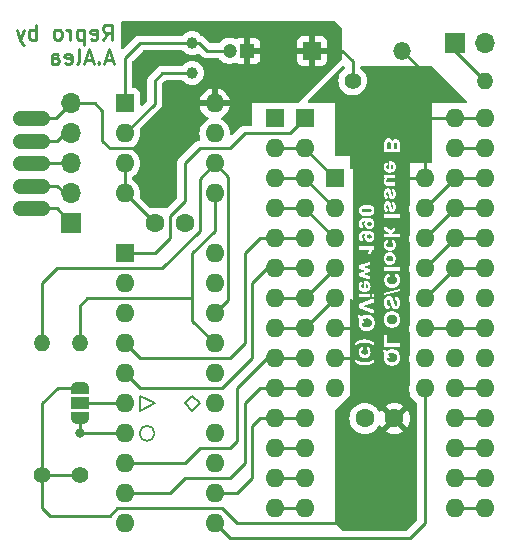
<source format=gbr>
%TF.GenerationSoftware,KiCad,Pcbnew,7.0.10+1*%
%TF.CreationDate,2024-01-27T15:27:29+01:00*%
%TF.ProjectId,QL_Minerva_MK2,514c5f4d-696e-4657-9276-615f4d4b322e,0.0*%
%TF.SameCoordinates,Original*%
%TF.FileFunction,Copper,L2,Bot*%
%TF.FilePolarity,Positive*%
%FSLAX46Y46*%
G04 Gerber Fmt 4.6, Leading zero omitted, Abs format (unit mm)*
G04 Created by KiCad (PCBNEW 7.0.10+1) date 2024-01-27 15:27:29*
%MOMM*%
%LPD*%
G01*
G04 APERTURE LIST*
G04 Aperture macros list*
%AMFreePoly0*
4,1,19,0.550000,-0.750000,0.000000,-0.750000,0.000000,-0.744911,-0.071157,-0.744911,-0.207708,-0.704816,-0.327430,-0.627875,-0.420627,-0.520320,-0.479746,-0.390866,-0.500000,-0.250000,-0.500000,0.250000,-0.479746,0.390866,-0.420627,0.520320,-0.327430,0.627875,-0.207708,0.704816,-0.071157,0.744911,0.000000,0.744911,0.000000,0.750000,0.550000,0.750000,0.550000,-0.750000,0.550000,-0.750000,
$1*%
%AMFreePoly1*
4,1,19,0.000000,0.744911,0.071157,0.744911,0.207708,0.704816,0.327430,0.627875,0.420627,0.520320,0.479746,0.390866,0.500000,0.250000,0.500000,-0.250000,0.479746,-0.390866,0.420627,-0.520320,0.327430,-0.627875,0.207708,-0.704816,0.071157,-0.744911,0.000000,-0.744911,0.000000,-0.750000,-0.550000,-0.750000,-0.550000,0.750000,0.000000,0.750000,0.000000,0.744911,0.000000,0.744911,
$1*%
G04 Aperture macros list end*
%TA.AperFunction,NonConductor*%
%ADD10C,0.200000*%
%TD*%
%ADD11C,0.254000*%
%TA.AperFunction,NonConductor*%
%ADD12C,0.254000*%
%TD*%
%TA.AperFunction,ComponentPad*%
%ADD13C,1.600000*%
%TD*%
%TA.AperFunction,ComponentPad*%
%ADD14C,1.000000*%
%TD*%
%TA.AperFunction,ComponentPad*%
%ADD15R,1.600000X1.600000*%
%TD*%
%TA.AperFunction,ComponentPad*%
%ADD16O,1.600000X1.600000*%
%TD*%
%TA.AperFunction,ComponentPad*%
%ADD17R,1.700000X1.700000*%
%TD*%
%TA.AperFunction,ComponentPad*%
%ADD18O,1.700000X1.700000*%
%TD*%
%TA.AperFunction,ComponentPad*%
%ADD19C,1.400000*%
%TD*%
%TA.AperFunction,ComponentPad*%
%ADD20O,1.400000X1.400000*%
%TD*%
%TA.AperFunction,ComponentPad*%
%ADD21R,1.200000X1.200000*%
%TD*%
%TA.AperFunction,ComponentPad*%
%ADD22C,1.200000*%
%TD*%
%TA.AperFunction,ComponentPad*%
%ADD23R,1.500000X1.500000*%
%TD*%
%TA.AperFunction,ComponentPad*%
%ADD24O,1.500000X1.500000*%
%TD*%
%TA.AperFunction,SMDPad,CuDef*%
%ADD25FreePoly0,90.000000*%
%TD*%
%TA.AperFunction,SMDPad,CuDef*%
%ADD26R,1.500000X1.000000*%
%TD*%
%TA.AperFunction,SMDPad,CuDef*%
%ADD27FreePoly1,90.000000*%
%TD*%
%TA.AperFunction,ViaPad*%
%ADD28C,0.800000*%
%TD*%
%TA.AperFunction,Conductor*%
%ADD29C,0.250000*%
%TD*%
%TA.AperFunction,Conductor*%
%ADD30C,0.254000*%
%TD*%
%TA.AperFunction,Conductor*%
%ADD31C,1.270000*%
%TD*%
G04 APERTURE END LIST*
D10*
X67945000Y-89535000D02*
X67945000Y-88265000D01*
X69215000Y-91440000D02*
G75*
G03*
X67945000Y-91440000I-635000J0D01*
G01*
X67945000Y-91440000D02*
G75*
G03*
X69215000Y-91440000I635000J0D01*
G01*
X72390000Y-88265000D02*
X73025000Y-88900000D01*
X72390000Y-89535000D02*
X71755000Y-88900000D01*
X73025000Y-88900000D02*
X72390000Y-89535000D01*
X69215000Y-88900000D02*
X67945000Y-89535000D01*
X71755000Y-88900000D02*
X72390000Y-88265000D01*
X67945000Y-88265000D02*
X69215000Y-88900000D01*
D11*
D12*
X64844799Y-58111668D02*
X65268133Y-57506906D01*
X65570514Y-58111668D02*
X65570514Y-56841668D01*
X65570514Y-56841668D02*
X65086704Y-56841668D01*
X65086704Y-56841668D02*
X64965752Y-56902144D01*
X64965752Y-56902144D02*
X64905275Y-56962620D01*
X64905275Y-56962620D02*
X64844799Y-57083572D01*
X64844799Y-57083572D02*
X64844799Y-57265001D01*
X64844799Y-57265001D02*
X64905275Y-57385953D01*
X64905275Y-57385953D02*
X64965752Y-57446430D01*
X64965752Y-57446430D02*
X65086704Y-57506906D01*
X65086704Y-57506906D02*
X65570514Y-57506906D01*
X63816704Y-58051192D02*
X63937656Y-58111668D01*
X63937656Y-58111668D02*
X64179561Y-58111668D01*
X64179561Y-58111668D02*
X64300514Y-58051192D01*
X64300514Y-58051192D02*
X64360990Y-57930239D01*
X64360990Y-57930239D02*
X64360990Y-57446430D01*
X64360990Y-57446430D02*
X64300514Y-57325477D01*
X64300514Y-57325477D02*
X64179561Y-57265001D01*
X64179561Y-57265001D02*
X63937656Y-57265001D01*
X63937656Y-57265001D02*
X63816704Y-57325477D01*
X63816704Y-57325477D02*
X63756228Y-57446430D01*
X63756228Y-57446430D02*
X63756228Y-57567382D01*
X63756228Y-57567382D02*
X64360990Y-57688334D01*
X63211943Y-57265001D02*
X63211943Y-58535001D01*
X63211943Y-57325477D02*
X63090990Y-57265001D01*
X63090990Y-57265001D02*
X62849085Y-57265001D01*
X62849085Y-57265001D02*
X62728133Y-57325477D01*
X62728133Y-57325477D02*
X62667657Y-57385953D01*
X62667657Y-57385953D02*
X62607181Y-57506906D01*
X62607181Y-57506906D02*
X62607181Y-57869763D01*
X62607181Y-57869763D02*
X62667657Y-57990715D01*
X62667657Y-57990715D02*
X62728133Y-58051192D01*
X62728133Y-58051192D02*
X62849085Y-58111668D01*
X62849085Y-58111668D02*
X63090990Y-58111668D01*
X63090990Y-58111668D02*
X63211943Y-58051192D01*
X62062895Y-58111668D02*
X62062895Y-57265001D01*
X62062895Y-57506906D02*
X62002418Y-57385953D01*
X62002418Y-57385953D02*
X61941942Y-57325477D01*
X61941942Y-57325477D02*
X61820990Y-57265001D01*
X61820990Y-57265001D02*
X61700037Y-57265001D01*
X61095276Y-58111668D02*
X61216228Y-58051192D01*
X61216228Y-58051192D02*
X61276705Y-57990715D01*
X61276705Y-57990715D02*
X61337181Y-57869763D01*
X61337181Y-57869763D02*
X61337181Y-57506906D01*
X61337181Y-57506906D02*
X61276705Y-57385953D01*
X61276705Y-57385953D02*
X61216228Y-57325477D01*
X61216228Y-57325477D02*
X61095276Y-57265001D01*
X61095276Y-57265001D02*
X60913847Y-57265001D01*
X60913847Y-57265001D02*
X60792895Y-57325477D01*
X60792895Y-57325477D02*
X60732419Y-57385953D01*
X60732419Y-57385953D02*
X60671943Y-57506906D01*
X60671943Y-57506906D02*
X60671943Y-57869763D01*
X60671943Y-57869763D02*
X60732419Y-57990715D01*
X60732419Y-57990715D02*
X60792895Y-58051192D01*
X60792895Y-58051192D02*
X60913847Y-58111668D01*
X60913847Y-58111668D02*
X61095276Y-58111668D01*
X59160038Y-58111668D02*
X59160038Y-56841668D01*
X59160038Y-57325477D02*
X59039085Y-57265001D01*
X59039085Y-57265001D02*
X58797180Y-57265001D01*
X58797180Y-57265001D02*
X58676228Y-57325477D01*
X58676228Y-57325477D02*
X58615752Y-57385953D01*
X58615752Y-57385953D02*
X58555276Y-57506906D01*
X58555276Y-57506906D02*
X58555276Y-57869763D01*
X58555276Y-57869763D02*
X58615752Y-57990715D01*
X58615752Y-57990715D02*
X58676228Y-58051192D01*
X58676228Y-58051192D02*
X58797180Y-58111668D01*
X58797180Y-58111668D02*
X59039085Y-58111668D01*
X59039085Y-58111668D02*
X59160038Y-58051192D01*
X58131942Y-57265001D02*
X57829561Y-58111668D01*
X57527180Y-57265001D02*
X57829561Y-58111668D01*
X57829561Y-58111668D02*
X57950513Y-58414049D01*
X57950513Y-58414049D02*
X58010990Y-58474525D01*
X58010990Y-58474525D02*
X58131942Y-58535001D01*
X65630990Y-59793511D02*
X65026228Y-59793511D01*
X65751942Y-60156368D02*
X65328609Y-58886368D01*
X65328609Y-58886368D02*
X64905275Y-60156368D01*
X64481943Y-60035415D02*
X64421466Y-60095892D01*
X64421466Y-60095892D02*
X64481943Y-60156368D01*
X64481943Y-60156368D02*
X64542419Y-60095892D01*
X64542419Y-60095892D02*
X64481943Y-60035415D01*
X64481943Y-60035415D02*
X64481943Y-60156368D01*
X63937657Y-59793511D02*
X63332895Y-59793511D01*
X64058609Y-60156368D02*
X63635276Y-58886368D01*
X63635276Y-58886368D02*
X63211942Y-60156368D01*
X62607181Y-60156368D02*
X62728133Y-60095892D01*
X62728133Y-60095892D02*
X62788610Y-59974939D01*
X62788610Y-59974939D02*
X62788610Y-58886368D01*
X61639562Y-60095892D02*
X61760514Y-60156368D01*
X61760514Y-60156368D02*
X62002419Y-60156368D01*
X62002419Y-60156368D02*
X62123372Y-60095892D01*
X62123372Y-60095892D02*
X62183848Y-59974939D01*
X62183848Y-59974939D02*
X62183848Y-59491130D01*
X62183848Y-59491130D02*
X62123372Y-59370177D01*
X62123372Y-59370177D02*
X62002419Y-59309701D01*
X62002419Y-59309701D02*
X61760514Y-59309701D01*
X61760514Y-59309701D02*
X61639562Y-59370177D01*
X61639562Y-59370177D02*
X61579086Y-59491130D01*
X61579086Y-59491130D02*
X61579086Y-59612082D01*
X61579086Y-59612082D02*
X62183848Y-59733034D01*
X60490515Y-60156368D02*
X60490515Y-59491130D01*
X60490515Y-59491130D02*
X60550991Y-59370177D01*
X60550991Y-59370177D02*
X60671943Y-59309701D01*
X60671943Y-59309701D02*
X60913848Y-59309701D01*
X60913848Y-59309701D02*
X61034801Y-59370177D01*
X60490515Y-60095892D02*
X60611467Y-60156368D01*
X60611467Y-60156368D02*
X60913848Y-60156368D01*
X60913848Y-60156368D02*
X61034801Y-60095892D01*
X61034801Y-60095892D02*
X61095277Y-59974939D01*
X61095277Y-59974939D02*
X61095277Y-59853987D01*
X61095277Y-59853987D02*
X61034801Y-59733034D01*
X61034801Y-59733034D02*
X60913848Y-59672558D01*
X60913848Y-59672558D02*
X60611467Y-59672558D01*
X60611467Y-59672558D02*
X60490515Y-59612082D01*
D11*
G36*
X89327820Y-84644950D02*
G01*
X89341292Y-84645256D01*
X89354543Y-84645766D01*
X89367572Y-84646480D01*
X89380380Y-84647397D01*
X89392968Y-84648519D01*
X89405334Y-84649844D01*
X89429402Y-84653107D01*
X89452586Y-84657186D01*
X89474886Y-84662080D01*
X89496301Y-84667790D01*
X89516832Y-84674315D01*
X89536478Y-84681657D01*
X89555239Y-84689813D01*
X89573116Y-84698786D01*
X89590109Y-84708575D01*
X89606217Y-84719179D01*
X89621440Y-84730598D01*
X89635779Y-84742834D01*
X89642617Y-84749258D01*
X89655689Y-84762561D01*
X89667917Y-84776368D01*
X89679302Y-84790678D01*
X89689843Y-84805493D01*
X89699542Y-84820811D01*
X89708396Y-84836633D01*
X89716408Y-84852959D01*
X89723576Y-84869789D01*
X89729901Y-84887123D01*
X89735383Y-84904960D01*
X89740021Y-84923301D01*
X89743816Y-84942146D01*
X89746768Y-84961495D01*
X89748876Y-84981348D01*
X89750141Y-85001704D01*
X89750563Y-85022565D01*
X89750142Y-85043427D01*
X89748881Y-85063792D01*
X89746779Y-85083658D01*
X89743836Y-85103025D01*
X89740051Y-85121895D01*
X89735426Y-85140265D01*
X89729961Y-85158137D01*
X89723654Y-85175511D01*
X89716506Y-85192386D01*
X89708518Y-85208762D01*
X89699688Y-85224641D01*
X89690018Y-85240020D01*
X89679507Y-85254901D01*
X89668154Y-85269284D01*
X89655961Y-85283168D01*
X89642927Y-85296554D01*
X89629040Y-85309239D01*
X89614288Y-85321105D01*
X89598671Y-85332153D01*
X89582189Y-85342382D01*
X89564841Y-85351794D01*
X89546628Y-85360386D01*
X89527551Y-85368161D01*
X89507608Y-85375117D01*
X89486800Y-85381255D01*
X89465126Y-85386574D01*
X89442588Y-85391075D01*
X89419185Y-85394758D01*
X89394916Y-85397622D01*
X89382457Y-85398747D01*
X89369782Y-85399668D01*
X89356891Y-85400384D01*
X89343783Y-85400895D01*
X89330459Y-85401202D01*
X89316919Y-85401305D01*
X89303149Y-85401202D01*
X89289600Y-85400894D01*
X89276272Y-85400381D01*
X89263165Y-85399663D01*
X89250279Y-85398739D01*
X89237614Y-85397610D01*
X89225170Y-85396276D01*
X89200947Y-85392992D01*
X89177607Y-85388887D01*
X89155153Y-85383960D01*
X89133583Y-85378213D01*
X89112897Y-85371645D01*
X89093096Y-85364256D01*
X89074179Y-85356045D01*
X89056147Y-85347014D01*
X89038999Y-85337162D01*
X89022736Y-85326488D01*
X89007358Y-85314994D01*
X88992864Y-85302678D01*
X88985948Y-85296213D01*
X88972764Y-85282862D01*
X88960430Y-85269081D01*
X88948947Y-85254872D01*
X88938315Y-85240233D01*
X88928533Y-85225166D01*
X88919602Y-85209669D01*
X88911521Y-85193743D01*
X88904291Y-85177387D01*
X88897912Y-85160603D01*
X88892383Y-85143389D01*
X88887705Y-85125746D01*
X88883877Y-85107674D01*
X88880900Y-85089173D01*
X88878773Y-85070243D01*
X88877497Y-85050883D01*
X88877072Y-85031095D01*
X88877218Y-85016727D01*
X88877808Y-85000101D01*
X88878853Y-84984958D01*
X88880353Y-84971298D01*
X88882752Y-84956864D01*
X88886378Y-84942722D01*
X88893527Y-84959009D01*
X88898806Y-84972002D01*
X88904014Y-84985660D01*
X88909151Y-84999983D01*
X88914217Y-85014973D01*
X88919213Y-85030628D01*
X88924137Y-85046949D01*
X88928991Y-85063936D01*
X88933774Y-85081588D01*
X88938486Y-85099906D01*
X88940040Y-85106160D01*
X89117468Y-85016764D01*
X89111670Y-84998030D01*
X89105599Y-84979530D01*
X89099253Y-84961265D01*
X89092634Y-84943234D01*
X89085740Y-84925438D01*
X89078573Y-84907876D01*
X89071133Y-84890549D01*
X89063418Y-84873457D01*
X89055429Y-84856599D01*
X89047167Y-84839976D01*
X89038631Y-84823587D01*
X89029821Y-84807433D01*
X89020737Y-84791514D01*
X89011379Y-84775829D01*
X89001747Y-84760379D01*
X88991842Y-84745163D01*
X89001656Y-84736575D01*
X89012020Y-84728341D01*
X89022935Y-84720461D01*
X89034401Y-84712935D01*
X89046417Y-84705763D01*
X89058984Y-84698944D01*
X89072102Y-84692480D01*
X89085771Y-84686369D01*
X89099990Y-84680612D01*
X89114760Y-84675209D01*
X89124913Y-84671803D01*
X89140543Y-84666986D01*
X89156610Y-84662643D01*
X89173113Y-84658773D01*
X89190052Y-84655378D01*
X89207428Y-84652456D01*
X89225239Y-84650008D01*
X89243487Y-84648033D01*
X89255895Y-84646980D01*
X89268496Y-84646138D01*
X89281291Y-84645506D01*
X89294280Y-84645085D01*
X89307463Y-84644874D01*
X89314128Y-84644848D01*
X89327820Y-84644950D01*
G37*
G36*
X87194220Y-81711932D02*
G01*
X87207692Y-81712238D01*
X87220943Y-81712748D01*
X87233972Y-81713462D01*
X87246780Y-81714380D01*
X87259368Y-81715501D01*
X87271734Y-81716827D01*
X87295802Y-81720089D01*
X87318986Y-81724168D01*
X87341286Y-81729062D01*
X87362701Y-81734772D01*
X87383232Y-81741298D01*
X87402878Y-81748639D01*
X87421639Y-81756796D01*
X87439516Y-81765769D01*
X87456509Y-81775557D01*
X87472617Y-81786161D01*
X87487840Y-81797581D01*
X87502179Y-81809816D01*
X87509017Y-81816240D01*
X87522089Y-81829543D01*
X87534317Y-81843350D01*
X87545702Y-81857661D01*
X87556243Y-81872475D01*
X87565942Y-81887794D01*
X87574796Y-81903616D01*
X87582808Y-81919942D01*
X87589976Y-81936771D01*
X87596301Y-81954105D01*
X87601783Y-81971942D01*
X87606421Y-81990284D01*
X87610216Y-82009129D01*
X87613168Y-82028478D01*
X87615276Y-82048330D01*
X87616541Y-82068687D01*
X87616963Y-82089547D01*
X87616542Y-82110410D01*
X87615281Y-82130774D01*
X87613179Y-82150640D01*
X87610236Y-82170008D01*
X87606451Y-82188877D01*
X87601826Y-82207247D01*
X87596361Y-82225120D01*
X87590054Y-82242493D01*
X87582906Y-82259368D01*
X87574918Y-82275745D01*
X87566088Y-82291623D01*
X87556418Y-82307003D01*
X87545907Y-82321884D01*
X87534554Y-82336266D01*
X87522361Y-82350151D01*
X87509327Y-82363536D01*
X87495440Y-82376221D01*
X87480688Y-82388087D01*
X87465071Y-82399135D01*
X87448589Y-82409365D01*
X87431241Y-82418776D01*
X87413028Y-82427369D01*
X87393951Y-82435143D01*
X87374008Y-82442099D01*
X87353200Y-82448237D01*
X87331526Y-82453556D01*
X87308988Y-82458057D01*
X87285585Y-82461740D01*
X87261316Y-82464604D01*
X87248857Y-82465730D01*
X87236182Y-82466650D01*
X87223291Y-82467366D01*
X87210183Y-82467878D01*
X87196859Y-82468185D01*
X87183319Y-82468287D01*
X87169549Y-82468184D01*
X87156000Y-82467876D01*
X87142672Y-82467363D01*
X87129565Y-82466645D01*
X87116679Y-82465721D01*
X87104014Y-82464592D01*
X87091570Y-82463258D01*
X87067347Y-82459974D01*
X87044007Y-82455869D01*
X87021553Y-82450943D01*
X86999983Y-82445196D01*
X86979297Y-82438627D01*
X86959496Y-82431238D01*
X86940579Y-82423028D01*
X86922547Y-82413996D01*
X86905399Y-82404144D01*
X86889136Y-82393471D01*
X86873758Y-82381976D01*
X86859264Y-82369661D01*
X86852348Y-82363195D01*
X86839164Y-82349844D01*
X86826830Y-82336064D01*
X86815347Y-82321854D01*
X86804715Y-82307216D01*
X86794933Y-82292148D01*
X86786002Y-82276651D01*
X86777921Y-82260725D01*
X86770691Y-82244370D01*
X86764312Y-82227585D01*
X86758783Y-82210372D01*
X86754105Y-82192729D01*
X86750277Y-82174657D01*
X86747300Y-82156156D01*
X86745173Y-82137225D01*
X86743897Y-82117866D01*
X86743472Y-82098077D01*
X86743618Y-82083709D01*
X86744208Y-82067084D01*
X86745253Y-82051941D01*
X86746753Y-82038281D01*
X86749152Y-82023846D01*
X86752778Y-82009704D01*
X86759927Y-82025992D01*
X86765206Y-82038984D01*
X86770414Y-82052642D01*
X86775551Y-82066966D01*
X86780617Y-82081955D01*
X86785613Y-82097610D01*
X86790537Y-82113931D01*
X86795391Y-82130918D01*
X86800174Y-82148570D01*
X86804886Y-82166889D01*
X86806440Y-82173143D01*
X86983868Y-82083746D01*
X86978070Y-82065012D01*
X86971999Y-82046512D01*
X86965653Y-82028247D01*
X86959034Y-82010216D01*
X86952140Y-81992420D01*
X86944973Y-81974859D01*
X86937533Y-81957532D01*
X86929818Y-81940439D01*
X86921829Y-81923582D01*
X86913567Y-81906958D01*
X86905031Y-81890570D01*
X86896221Y-81874416D01*
X86887137Y-81858496D01*
X86877779Y-81842811D01*
X86868147Y-81827361D01*
X86858242Y-81812145D01*
X86868056Y-81803558D01*
X86878420Y-81795324D01*
X86889335Y-81787444D01*
X86900801Y-81779917D01*
X86912817Y-81772745D01*
X86925384Y-81765927D01*
X86938502Y-81759462D01*
X86952171Y-81753351D01*
X86966390Y-81747594D01*
X86981160Y-81742191D01*
X86991313Y-81738786D01*
X87006943Y-81733969D01*
X87023010Y-81729625D01*
X87039513Y-81725756D01*
X87056452Y-81722360D01*
X87073828Y-81719438D01*
X87091639Y-81716990D01*
X87109887Y-81715016D01*
X87122295Y-81713963D01*
X87134896Y-81713120D01*
X87147691Y-81712489D01*
X87160680Y-81712067D01*
X87173863Y-81711857D01*
X87180528Y-81711831D01*
X87194220Y-81711932D01*
G37*
G36*
X89331756Y-81422587D02*
G01*
X89345132Y-81422889D01*
X89358287Y-81423392D01*
X89371222Y-81424097D01*
X89383936Y-81425003D01*
X89396429Y-81426109D01*
X89420755Y-81428927D01*
X89444198Y-81432550D01*
X89466760Y-81436977D01*
X89488439Y-81442210D01*
X89509236Y-81448248D01*
X89529151Y-81455091D01*
X89548184Y-81462739D01*
X89566335Y-81471191D01*
X89583604Y-81480449D01*
X89599990Y-81490512D01*
X89615495Y-81501380D01*
X89630118Y-81513053D01*
X89643858Y-81525531D01*
X89656779Y-81538676D01*
X89668867Y-81552348D01*
X89680121Y-81566548D01*
X89690541Y-81581276D01*
X89700128Y-81596532D01*
X89708881Y-81612315D01*
X89716801Y-81628627D01*
X89723887Y-81645466D01*
X89730139Y-81662833D01*
X89735557Y-81680727D01*
X89740142Y-81699150D01*
X89743894Y-81718100D01*
X89746811Y-81737578D01*
X89748895Y-81757584D01*
X89750146Y-81778118D01*
X89750563Y-81799180D01*
X89750141Y-81820288D01*
X89748876Y-81840876D01*
X89746768Y-81860945D01*
X89743816Y-81880494D01*
X89740021Y-81899523D01*
X89735383Y-81918032D01*
X89729901Y-81936021D01*
X89723576Y-81953491D01*
X89716408Y-81970440D01*
X89708396Y-81986870D01*
X89699542Y-82002780D01*
X89689843Y-82018171D01*
X89679302Y-82033041D01*
X89667917Y-82047392D01*
X89655689Y-82061223D01*
X89642617Y-82074534D01*
X89628687Y-82087177D01*
X89613881Y-82099005D01*
X89598201Y-82110017D01*
X89581646Y-82120213D01*
X89564216Y-82129593D01*
X89545911Y-82138158D01*
X89526731Y-82145907D01*
X89506677Y-82152841D01*
X89485748Y-82158959D01*
X89463944Y-82164261D01*
X89441265Y-82168747D01*
X89417711Y-82172418D01*
X89393283Y-82175273D01*
X89380740Y-82176394D01*
X89367979Y-82177312D01*
X89354999Y-82178026D01*
X89341801Y-82178535D01*
X89328384Y-82178841D01*
X89314748Y-82178943D01*
X89301319Y-82178839D01*
X89288097Y-82178525D01*
X89275082Y-82178002D01*
X89262273Y-82177269D01*
X89249671Y-82176328D01*
X89237275Y-82175177D01*
X89213103Y-82172247D01*
X89189758Y-82168480D01*
X89167239Y-82163877D01*
X89145546Y-82158436D01*
X89124680Y-82152158D01*
X89104640Y-82145044D01*
X89085427Y-82137092D01*
X89067040Y-82128303D01*
X89049479Y-82118678D01*
X89032744Y-82108215D01*
X89016836Y-82096915D01*
X89001755Y-82084778D01*
X88987499Y-82071804D01*
X88974127Y-82058144D01*
X88961618Y-82044033D01*
X88949971Y-82029472D01*
X88939187Y-82014460D01*
X88929266Y-81998998D01*
X88920208Y-81983085D01*
X88912012Y-81966722D01*
X88904679Y-81949908D01*
X88898209Y-81932644D01*
X88892601Y-81914929D01*
X88887856Y-81896764D01*
X88883974Y-81878148D01*
X88880954Y-81859081D01*
X88878798Y-81839565D01*
X88877504Y-81819597D01*
X88877072Y-81799180D01*
X88877500Y-81778768D01*
X88878783Y-81758821D01*
X88880922Y-81739338D01*
X88883916Y-81720318D01*
X88887765Y-81701762D01*
X88892470Y-81683670D01*
X88898030Y-81666042D01*
X88904446Y-81648878D01*
X88911718Y-81632177D01*
X88919844Y-81615941D01*
X88928826Y-81600168D01*
X88938664Y-81584859D01*
X88949357Y-81570014D01*
X88960905Y-81555632D01*
X88973309Y-81541715D01*
X88986569Y-81528261D01*
X89000732Y-81515452D01*
X89015770Y-81503470D01*
X89031683Y-81492314D01*
X89048471Y-81481985D01*
X89066133Y-81472482D01*
X89084671Y-81463805D01*
X89104083Y-81455954D01*
X89124370Y-81448930D01*
X89145532Y-81442733D01*
X89167568Y-81437361D01*
X89190480Y-81432816D01*
X89214266Y-81429098D01*
X89238928Y-81426205D01*
X89251586Y-81425069D01*
X89264464Y-81424139D01*
X89277560Y-81423416D01*
X89290874Y-81422900D01*
X89304408Y-81422590D01*
X89318160Y-81422487D01*
X89331756Y-81422587D01*
G37*
G36*
X87117903Y-78791321D02*
G01*
X87134288Y-78793145D01*
X87149964Y-78795887D01*
X87164931Y-78799547D01*
X87179189Y-78804124D01*
X87192739Y-78809619D01*
X87205580Y-78816032D01*
X87217711Y-78823362D01*
X87229135Y-78831610D01*
X87239849Y-78840775D01*
X87246598Y-78847396D01*
X87256022Y-78857836D01*
X87264518Y-78868684D01*
X87272088Y-78879940D01*
X87278731Y-78891603D01*
X87286147Y-78907789D01*
X87291914Y-78924700D01*
X87296034Y-78942337D01*
X87298042Y-78956039D01*
X87299124Y-78970150D01*
X87299330Y-78979784D01*
X87298845Y-78995139D01*
X87297389Y-79009985D01*
X87294962Y-79024321D01*
X87291565Y-79038146D01*
X87287198Y-79051463D01*
X87281860Y-79064269D01*
X87275551Y-79076565D01*
X87268272Y-79088352D01*
X87260022Y-79099629D01*
X87250802Y-79110396D01*
X87244116Y-79117291D01*
X87233317Y-79127099D01*
X87221972Y-79135924D01*
X87210082Y-79143765D01*
X87197646Y-79150622D01*
X87184665Y-79156496D01*
X87171140Y-79161386D01*
X87157068Y-79165293D01*
X87142452Y-79168216D01*
X87127290Y-79170155D01*
X87111583Y-79171111D01*
X87100809Y-79171201D01*
X87100809Y-78790414D01*
X87117903Y-78791321D01*
G37*
G36*
X89154736Y-76404620D02*
G01*
X89171930Y-76405423D01*
X89188595Y-76406763D01*
X89204728Y-76408638D01*
X89220331Y-76411049D01*
X89235403Y-76413996D01*
X89249944Y-76417479D01*
X89263955Y-76421497D01*
X89277435Y-76426052D01*
X89290384Y-76431142D01*
X89302802Y-76436768D01*
X89314690Y-76442929D01*
X89326047Y-76449627D01*
X89336873Y-76456860D01*
X89347169Y-76464629D01*
X89356934Y-76472934D01*
X89370515Y-76486072D01*
X89382760Y-76499768D01*
X89393670Y-76514022D01*
X89403244Y-76528834D01*
X89411482Y-76544203D01*
X89418384Y-76560130D01*
X89423950Y-76576615D01*
X89428180Y-76593658D01*
X89431074Y-76611258D01*
X89432633Y-76629416D01*
X89432930Y-76641832D01*
X89432259Y-76660368D01*
X89430247Y-76678358D01*
X89426894Y-76695803D01*
X89422199Y-76712702D01*
X89416163Y-76729055D01*
X89408786Y-76744862D01*
X89400067Y-76760123D01*
X89390007Y-76774839D01*
X89378606Y-76789008D01*
X89365864Y-76802632D01*
X89356623Y-76811412D01*
X89341763Y-76823729D01*
X89331178Y-76831268D01*
X89320050Y-76838268D01*
X89308379Y-76844730D01*
X89296166Y-76850653D01*
X89283409Y-76856037D01*
X89270110Y-76860884D01*
X89256268Y-76865191D01*
X89241883Y-76868961D01*
X89226955Y-76872191D01*
X89211484Y-76874884D01*
X89195471Y-76877038D01*
X89178915Y-76878653D01*
X89161815Y-76879730D01*
X89144173Y-76880268D01*
X89135149Y-76880336D01*
X89117234Y-76880067D01*
X89099860Y-76879259D01*
X89083026Y-76877913D01*
X89066733Y-76876028D01*
X89050980Y-76873605D01*
X89035767Y-76870643D01*
X89021095Y-76867143D01*
X89006964Y-76863105D01*
X88993372Y-76858528D01*
X88980321Y-76853412D01*
X88967811Y-76847758D01*
X88955841Y-76841566D01*
X88944411Y-76834835D01*
X88933522Y-76827566D01*
X88923173Y-76819758D01*
X88913364Y-76811412D01*
X88899783Y-76798152D01*
X88887537Y-76784346D01*
X88876628Y-76769994D01*
X88867054Y-76755097D01*
X88858816Y-76739653D01*
X88851914Y-76723664D01*
X88846348Y-76707129D01*
X88842118Y-76690049D01*
X88839223Y-76672422D01*
X88837665Y-76654250D01*
X88837368Y-76641832D01*
X88838036Y-76623302D01*
X88840040Y-76605329D01*
X88843379Y-76587915D01*
X88848055Y-76571058D01*
X88854066Y-76554759D01*
X88861414Y-76539018D01*
X88870097Y-76523834D01*
X88880116Y-76509209D01*
X88891471Y-76495141D01*
X88904162Y-76481631D01*
X88913364Y-76472934D01*
X88928243Y-76460678D01*
X88938862Y-76453177D01*
X88950041Y-76446211D01*
X88961780Y-76439782D01*
X88974078Y-76433888D01*
X88986937Y-76428530D01*
X89000355Y-76423707D01*
X89014333Y-76419421D01*
X89028870Y-76415670D01*
X89043968Y-76412456D01*
X89059625Y-76409777D01*
X89075842Y-76407633D01*
X89092619Y-76406026D01*
X89109955Y-76404954D01*
X89127852Y-76404419D01*
X89137010Y-76404352D01*
X89154736Y-76404620D01*
G37*
G36*
X87413754Y-74598498D02*
G01*
X87430630Y-74599992D01*
X87446738Y-74602481D01*
X87462077Y-74605965D01*
X87476647Y-74610446D01*
X87490448Y-74615922D01*
X87503481Y-74622393D01*
X87515744Y-74629861D01*
X87527239Y-74638324D01*
X87537965Y-74647782D01*
X87544689Y-74654641D01*
X87554057Y-74665417D01*
X87562504Y-74676505D01*
X87570029Y-74687905D01*
X87576633Y-74699616D01*
X87584005Y-74715717D01*
X87589739Y-74732372D01*
X87593834Y-74749582D01*
X87596292Y-74767346D01*
X87597059Y-74781033D01*
X87597111Y-74785664D01*
X87596447Y-74802863D01*
X87594455Y-74819316D01*
X87591135Y-74835022D01*
X87586487Y-74849982D01*
X87580511Y-74864195D01*
X87573207Y-74877662D01*
X87564575Y-74890383D01*
X87554615Y-74902357D01*
X87543104Y-74913153D01*
X87529819Y-74922510D01*
X87518691Y-74928583D01*
X87506566Y-74933846D01*
X87493443Y-74938299D01*
X87479321Y-74941943D01*
X87464203Y-74944777D01*
X87448086Y-74946801D01*
X87430971Y-74948015D01*
X87412859Y-74948420D01*
X87394436Y-74947976D01*
X87376974Y-74946645D01*
X87360471Y-74944426D01*
X87344927Y-74941319D01*
X87330344Y-74937324D01*
X87316720Y-74932442D01*
X87304055Y-74926672D01*
X87292351Y-74920015D01*
X87281605Y-74912470D01*
X87271820Y-74904037D01*
X87265829Y-74897922D01*
X87255070Y-74884897D01*
X87245745Y-74871073D01*
X87237854Y-74856449D01*
X87231399Y-74841025D01*
X87226377Y-74824802D01*
X87222791Y-74807779D01*
X87220639Y-74789956D01*
X87219966Y-74776064D01*
X87219922Y-74771334D01*
X87220615Y-74753362D01*
X87222694Y-74736125D01*
X87226159Y-74719625D01*
X87231011Y-74703860D01*
X87237248Y-74688831D01*
X87244872Y-74674537D01*
X87253882Y-74660980D01*
X87264278Y-74648158D01*
X87276041Y-74636402D01*
X87289152Y-74626214D01*
X87303609Y-74617593D01*
X87315337Y-74612156D01*
X87327822Y-74607601D01*
X87341066Y-74603927D01*
X87355067Y-74601135D01*
X87369826Y-74599225D01*
X87385343Y-74598196D01*
X87396109Y-74598000D01*
X87413754Y-74598498D01*
G37*
G36*
X87413754Y-73510729D02*
G01*
X87430630Y-73512223D01*
X87446738Y-73514712D01*
X87462077Y-73518197D01*
X87476647Y-73522677D01*
X87490448Y-73528153D01*
X87503481Y-73534625D01*
X87515744Y-73542092D01*
X87527239Y-73550555D01*
X87537965Y-73560013D01*
X87544689Y-73566872D01*
X87554057Y-73577648D01*
X87562504Y-73588736D01*
X87570029Y-73600136D01*
X87576633Y-73611847D01*
X87584005Y-73627948D01*
X87589739Y-73644603D01*
X87593834Y-73661813D01*
X87596292Y-73679577D01*
X87597059Y-73693264D01*
X87597111Y-73697896D01*
X87596447Y-73715095D01*
X87594455Y-73731547D01*
X87591135Y-73747253D01*
X87586487Y-73762213D01*
X87580511Y-73776427D01*
X87573207Y-73789894D01*
X87564575Y-73802614D01*
X87554615Y-73814589D01*
X87543104Y-73825385D01*
X87529819Y-73834741D01*
X87518691Y-73840814D01*
X87506566Y-73846077D01*
X87493443Y-73850530D01*
X87479321Y-73854174D01*
X87464203Y-73857008D01*
X87448086Y-73859032D01*
X87430971Y-73860247D01*
X87412859Y-73860652D01*
X87394436Y-73860208D01*
X87376974Y-73858876D01*
X87360471Y-73856657D01*
X87344927Y-73853550D01*
X87330344Y-73849556D01*
X87316720Y-73844673D01*
X87304055Y-73838904D01*
X87292351Y-73832246D01*
X87281605Y-73824701D01*
X87271820Y-73816268D01*
X87265829Y-73810153D01*
X87255070Y-73797128D01*
X87245745Y-73783304D01*
X87237854Y-73768680D01*
X87231399Y-73753257D01*
X87226377Y-73737033D01*
X87222791Y-73720010D01*
X87220639Y-73702187D01*
X87219966Y-73688296D01*
X87219922Y-73683565D01*
X87220615Y-73665593D01*
X87222694Y-73648357D01*
X87226159Y-73631856D01*
X87231011Y-73616091D01*
X87237248Y-73601062D01*
X87244872Y-73586769D01*
X87253882Y-73573211D01*
X87264278Y-73560389D01*
X87276041Y-73548633D01*
X87289152Y-73538445D01*
X87303609Y-73529824D01*
X87315337Y-73524387D01*
X87327822Y-73519832D01*
X87341066Y-73516158D01*
X87355067Y-73513367D01*
X87369826Y-73511456D01*
X87385343Y-73510428D01*
X87396109Y-73510232D01*
X87413754Y-73510729D01*
G37*
G36*
X87183417Y-72407815D02*
G01*
X87196585Y-72407886D01*
X87209483Y-72408004D01*
X87222112Y-72408170D01*
X87246564Y-72408643D01*
X87269939Y-72409305D01*
X87292239Y-72410157D01*
X87313463Y-72411198D01*
X87333610Y-72412428D01*
X87352682Y-72413847D01*
X87370678Y-72415456D01*
X87387598Y-72417254D01*
X87403442Y-72419241D01*
X87418209Y-72421418D01*
X87431901Y-72423784D01*
X87444517Y-72426339D01*
X87461424Y-72430526D01*
X87466521Y-72432017D01*
X87480936Y-72436655D01*
X87494402Y-72441485D01*
X87506919Y-72446507D01*
X87518488Y-72451721D01*
X87532436Y-72458972D01*
X87544699Y-72466564D01*
X87555274Y-72474497D01*
X87566122Y-72484893D01*
X87571365Y-72491387D01*
X87578782Y-72502611D01*
X87586023Y-72516718D01*
X87591454Y-72531520D01*
X87595074Y-72547019D01*
X87596884Y-72563213D01*
X87597111Y-72571571D01*
X87596482Y-72585420D01*
X87594068Y-72601446D01*
X87589845Y-72616825D01*
X87583810Y-72631555D01*
X87577399Y-72643336D01*
X87571365Y-72652437D01*
X87562387Y-72663143D01*
X87551348Y-72673082D01*
X87538250Y-72682256D01*
X87526288Y-72689042D01*
X87513008Y-72695339D01*
X87498410Y-72701145D01*
X87482494Y-72706460D01*
X87478309Y-72707712D01*
X87460103Y-72712651D01*
X87446735Y-72715674D01*
X87432384Y-72718481D01*
X87417049Y-72721072D01*
X87400731Y-72723447D01*
X87383428Y-72725607D01*
X87365141Y-72727550D01*
X87345871Y-72729277D01*
X87325616Y-72730789D01*
X87304378Y-72732084D01*
X87282156Y-72733164D01*
X87258950Y-72734027D01*
X87234760Y-72734675D01*
X87222296Y-72734918D01*
X87209587Y-72735107D01*
X87196631Y-72735242D01*
X87183429Y-72735323D01*
X87169981Y-72735350D01*
X87156526Y-72735326D01*
X87143340Y-72735255D01*
X87130424Y-72735137D01*
X87117777Y-72734971D01*
X87093293Y-72734498D01*
X87069887Y-72733836D01*
X87047560Y-72732984D01*
X87026311Y-72731943D01*
X87006140Y-72730713D01*
X86987048Y-72729294D01*
X86969034Y-72727685D01*
X86952098Y-72725887D01*
X86936241Y-72723900D01*
X86921462Y-72721723D01*
X86907762Y-72719357D01*
X86895140Y-72716802D01*
X86878229Y-72712615D01*
X86873131Y-72711124D01*
X86858719Y-72706486D01*
X86845261Y-72701656D01*
X86832758Y-72696634D01*
X86821208Y-72691420D01*
X86807293Y-72684169D01*
X86795075Y-72676577D01*
X86784553Y-72668644D01*
X86773785Y-72658248D01*
X86768597Y-72651754D01*
X86761359Y-72640530D01*
X86754293Y-72626423D01*
X86748993Y-72611621D01*
X86745460Y-72596122D01*
X86743693Y-72579928D01*
X86743472Y-72571571D01*
X86744093Y-72557729D01*
X86746478Y-72541735D01*
X86750651Y-72526413D01*
X86756612Y-72511762D01*
X86764362Y-72497783D01*
X86768908Y-72491046D01*
X86777975Y-72480241D01*
X86789088Y-72470220D01*
X86802245Y-72460982D01*
X86814243Y-72454155D01*
X86827550Y-72447829D01*
X86842165Y-72442005D01*
X86858089Y-72436681D01*
X86862274Y-72435429D01*
X86880317Y-72430490D01*
X86893587Y-72427467D01*
X86907851Y-72424660D01*
X86923108Y-72422069D01*
X86939359Y-72419694D01*
X86956604Y-72417534D01*
X86974842Y-72415591D01*
X86994073Y-72413864D01*
X87014299Y-72412352D01*
X87035518Y-72411057D01*
X87057730Y-72409977D01*
X87080936Y-72409114D01*
X87105135Y-72408466D01*
X87117608Y-72408223D01*
X87130329Y-72408034D01*
X87143298Y-72407899D01*
X87156515Y-72407818D01*
X87169981Y-72407791D01*
X87183417Y-72407815D01*
G37*
G36*
X89251503Y-68686127D02*
G01*
X89267888Y-68687951D01*
X89283564Y-68690693D01*
X89298531Y-68694352D01*
X89312789Y-68698930D01*
X89326339Y-68704425D01*
X89339180Y-68710837D01*
X89351311Y-68718168D01*
X89362735Y-68726416D01*
X89373449Y-68735581D01*
X89380198Y-68742201D01*
X89389622Y-68752642D01*
X89398118Y-68763490D01*
X89405688Y-68774745D01*
X89412331Y-68786409D01*
X89419747Y-68802595D01*
X89425514Y-68819506D01*
X89429634Y-68837142D01*
X89431642Y-68850845D01*
X89432724Y-68864956D01*
X89432930Y-68874590D01*
X89432445Y-68889945D01*
X89430989Y-68904791D01*
X89428562Y-68919126D01*
X89425165Y-68932952D01*
X89420798Y-68946268D01*
X89415460Y-68959075D01*
X89409151Y-68971371D01*
X89401872Y-68983158D01*
X89393622Y-68994435D01*
X89384402Y-69005202D01*
X89377716Y-69012096D01*
X89366917Y-69021905D01*
X89355572Y-69030730D01*
X89343682Y-69038571D01*
X89331246Y-69045428D01*
X89318265Y-69051302D01*
X89304740Y-69056192D01*
X89290668Y-69060099D01*
X89276052Y-69063022D01*
X89260890Y-69064961D01*
X89245183Y-69065917D01*
X89234409Y-69066007D01*
X89234409Y-68685220D01*
X89251503Y-68686127D01*
G37*
G36*
X89065483Y-66772177D02*
G01*
X89078113Y-66773521D01*
X89093165Y-66776460D01*
X89107399Y-66780798D01*
X89120815Y-66786536D01*
X89133414Y-66793673D01*
X89142904Y-66800391D01*
X89153962Y-66810006D01*
X89164065Y-66820937D01*
X89173215Y-66833184D01*
X89181411Y-66846747D01*
X89188652Y-66861627D01*
X89193758Y-66874478D01*
X89197187Y-66884669D01*
X89201258Y-66900631D01*
X89203955Y-66915416D01*
X89206347Y-66932611D01*
X89208433Y-66952218D01*
X89209655Y-66966629D01*
X89210740Y-66982111D01*
X89211690Y-66998665D01*
X89212505Y-67016291D01*
X89213183Y-67034988D01*
X89213726Y-67054756D01*
X89214133Y-67075597D01*
X89214404Y-67097509D01*
X89214540Y-67120492D01*
X89214557Y-67132386D01*
X89214557Y-67350758D01*
X88896924Y-67350758D01*
X88896924Y-67098606D01*
X88896953Y-67079980D01*
X88897041Y-67062230D01*
X88897186Y-67045358D01*
X88897389Y-67029362D01*
X88897651Y-67014244D01*
X88897971Y-67000003D01*
X88898560Y-66980285D01*
X88899280Y-66962540D01*
X88900130Y-66946769D01*
X88901112Y-66932971D01*
X88902624Y-66917644D01*
X88904369Y-66905824D01*
X88907277Y-66891173D01*
X88911038Y-66877248D01*
X88915652Y-66864047D01*
X88921119Y-66851572D01*
X88927439Y-66839822D01*
X88936539Y-66826153D01*
X88946971Y-66813618D01*
X88951517Y-66808921D01*
X88961235Y-66800204D01*
X88971777Y-66792650D01*
X88983142Y-66786258D01*
X88995331Y-66781027D01*
X89008345Y-66776960D01*
X89022182Y-66774054D01*
X89036843Y-66772311D01*
X89052329Y-66771730D01*
X89065483Y-66772177D01*
G37*
G36*
X89607614Y-66824116D02*
G01*
X89620633Y-66825683D01*
X89632972Y-66828295D01*
X89647443Y-66833030D01*
X89660853Y-66839398D01*
X89673203Y-66847398D01*
X89684493Y-66857031D01*
X89694593Y-66868199D01*
X89703377Y-66881016D01*
X89710842Y-66895482D01*
X89715866Y-66908243D01*
X89720046Y-66922059D01*
X89723383Y-66936931D01*
X89725876Y-66952858D01*
X89726368Y-66957005D01*
X89727619Y-66973879D01*
X89728268Y-66987714D01*
X89728840Y-67004332D01*
X89729337Y-67023732D01*
X89729625Y-67038212D01*
X89729879Y-67053929D01*
X89730100Y-67070883D01*
X89730287Y-67089074D01*
X89730439Y-67108501D01*
X89730558Y-67129165D01*
X89730643Y-67151067D01*
X89730694Y-67174205D01*
X89730711Y-67198580D01*
X89730711Y-67350758D01*
X89452782Y-67350758D01*
X89452782Y-67175378D01*
X89452799Y-67155225D01*
X89452850Y-67136054D01*
X89452935Y-67117863D01*
X89453053Y-67100653D01*
X89453206Y-67084425D01*
X89453393Y-67069177D01*
X89453613Y-67054910D01*
X89454007Y-67035349D01*
X89454478Y-67017996D01*
X89455025Y-67002849D01*
X89455873Y-66986088D01*
X89457124Y-66970653D01*
X89459422Y-66953812D01*
X89462592Y-66937919D01*
X89466634Y-66922975D01*
X89471548Y-66908980D01*
X89477335Y-66895934D01*
X89483995Y-66883837D01*
X89491526Y-66872690D01*
X89499930Y-66862491D01*
X89509202Y-66853374D01*
X89521787Y-66843688D01*
X89535477Y-66835900D01*
X89547226Y-66831038D01*
X89559682Y-66827392D01*
X89572845Y-66824961D01*
X89586717Y-66823745D01*
X89593918Y-66823593D01*
X89607614Y-66824116D01*
G37*
G36*
X90170216Y-85897327D02*
G01*
X85986333Y-85897327D01*
X85986333Y-85393116D01*
X86167762Y-85393116D01*
X86180491Y-85402470D01*
X86193243Y-85411681D01*
X86206016Y-85420748D01*
X86218813Y-85429673D01*
X86231631Y-85438454D01*
X86244472Y-85447092D01*
X86257336Y-85455586D01*
X86270222Y-85463937D01*
X86283130Y-85472145D01*
X86296060Y-85480210D01*
X86309014Y-85488132D01*
X86321989Y-85495910D01*
X86334987Y-85503544D01*
X86348007Y-85511036D01*
X86361050Y-85518384D01*
X86374115Y-85525589D01*
X86387203Y-85532651D01*
X86400313Y-85539570D01*
X86413445Y-85546345D01*
X86426600Y-85552977D01*
X86439777Y-85559465D01*
X86452977Y-85565810D01*
X86466199Y-85572013D01*
X86479444Y-85578071D01*
X86492711Y-85583987D01*
X86506000Y-85589759D01*
X86519312Y-85595388D01*
X86532646Y-85600874D01*
X86546002Y-85606216D01*
X86559381Y-85611415D01*
X86572783Y-85616471D01*
X86586207Y-85621383D01*
X86599628Y-85626128D01*
X86613023Y-85630721D01*
X86626392Y-85635164D01*
X86639734Y-85639457D01*
X86653049Y-85643598D01*
X86666337Y-85647590D01*
X86679599Y-85651430D01*
X86692834Y-85655120D01*
X86706042Y-85658660D01*
X86719224Y-85662048D01*
X86732379Y-85665286D01*
X86745508Y-85668374D01*
X86758610Y-85671311D01*
X86771685Y-85674097D01*
X86784733Y-85676733D01*
X86797755Y-85679218D01*
X86810750Y-85681552D01*
X86823719Y-85683736D01*
X86836661Y-85685769D01*
X86849576Y-85687652D01*
X86862465Y-85689384D01*
X86875326Y-85690966D01*
X86888162Y-85692396D01*
X86900970Y-85693677D01*
X86913752Y-85694806D01*
X86926508Y-85695785D01*
X86939236Y-85696613D01*
X86951938Y-85697291D01*
X86964613Y-85697818D01*
X86977262Y-85698195D01*
X86989884Y-85698421D01*
X87002479Y-85698496D01*
X87018060Y-85698402D01*
X87033588Y-85698122D01*
X87049064Y-85697653D01*
X87064488Y-85696998D01*
X87079860Y-85696155D01*
X87095180Y-85695125D01*
X87110447Y-85693908D01*
X87125663Y-85692504D01*
X87140827Y-85690912D01*
X87155938Y-85689133D01*
X87170997Y-85687167D01*
X87186004Y-85685013D01*
X87200959Y-85682672D01*
X87215862Y-85680144D01*
X87230713Y-85677429D01*
X87245512Y-85674526D01*
X87260259Y-85671436D01*
X87274953Y-85668159D01*
X87289596Y-85664695D01*
X87304186Y-85661043D01*
X87318724Y-85657204D01*
X87333211Y-85653178D01*
X87347645Y-85648965D01*
X87362027Y-85644564D01*
X87376356Y-85639976D01*
X87390634Y-85635201D01*
X87404860Y-85630238D01*
X87419033Y-85625089D01*
X87433155Y-85619752D01*
X87447224Y-85614227D01*
X87461241Y-85608516D01*
X87475207Y-85602617D01*
X87487240Y-85597367D01*
X87499223Y-85592026D01*
X87511156Y-85586593D01*
X87523039Y-85581068D01*
X87534871Y-85575450D01*
X87546653Y-85569741D01*
X87558385Y-85563940D01*
X87570066Y-85558047D01*
X87581697Y-85552062D01*
X87593278Y-85545984D01*
X87604809Y-85539815D01*
X87616289Y-85533554D01*
X87627719Y-85527201D01*
X87639099Y-85520756D01*
X87650428Y-85514220D01*
X87661707Y-85507591D01*
X87672936Y-85500870D01*
X87684115Y-85494057D01*
X87695243Y-85487152D01*
X87706321Y-85480155D01*
X87717349Y-85473067D01*
X87728326Y-85465886D01*
X87739254Y-85458613D01*
X87750130Y-85451249D01*
X87760957Y-85443792D01*
X87771733Y-85436244D01*
X87782459Y-85428603D01*
X87793135Y-85420871D01*
X87803761Y-85413046D01*
X87814336Y-85405130D01*
X87824861Y-85397121D01*
X87835335Y-85389021D01*
X87835335Y-85181908D01*
X87818365Y-85190458D01*
X87801573Y-85198834D01*
X87784961Y-85207036D01*
X87768529Y-85215064D01*
X87752275Y-85222918D01*
X87736201Y-85230598D01*
X87720306Y-85238105D01*
X87704591Y-85245437D01*
X87689055Y-85252595D01*
X87673698Y-85259580D01*
X87658521Y-85266390D01*
X87643523Y-85273027D01*
X87628704Y-85279489D01*
X87614064Y-85285778D01*
X87599604Y-85291893D01*
X87585324Y-85297833D01*
X87571222Y-85303600D01*
X87557300Y-85309193D01*
X87543557Y-85314612D01*
X87529994Y-85319857D01*
X87516610Y-85324928D01*
X87503405Y-85329826D01*
X87490379Y-85334549D01*
X87477533Y-85339098D01*
X87464866Y-85343474D01*
X87452379Y-85347675D01*
X87440071Y-85351703D01*
X87427942Y-85355556D01*
X87415992Y-85359236D01*
X87392631Y-85366073D01*
X87381220Y-85369231D01*
X87358491Y-85375181D01*
X87335593Y-85380747D01*
X87312525Y-85385929D01*
X87289287Y-85390727D01*
X87265880Y-85395142D01*
X87242304Y-85399172D01*
X87218557Y-85402819D01*
X87194641Y-85406081D01*
X87170556Y-85408960D01*
X87146300Y-85411456D01*
X87121875Y-85413567D01*
X87097281Y-85415294D01*
X87072517Y-85416638D01*
X87060071Y-85417165D01*
X87047583Y-85417597D01*
X87035052Y-85417933D01*
X87022479Y-85418173D01*
X87009864Y-85418317D01*
X86997206Y-85418365D01*
X86979730Y-85418252D01*
X86962199Y-85417912D01*
X86944611Y-85417345D01*
X86926968Y-85416552D01*
X86909269Y-85415533D01*
X86891514Y-85414286D01*
X86873704Y-85412814D01*
X86855838Y-85411114D01*
X86837916Y-85409188D01*
X86819938Y-85407036D01*
X86801905Y-85404657D01*
X86783816Y-85402051D01*
X86765671Y-85399219D01*
X86747471Y-85396160D01*
X86729214Y-85392874D01*
X86710902Y-85389362D01*
X86692621Y-85385653D01*
X86674455Y-85381776D01*
X86656406Y-85377731D01*
X86638473Y-85373518D01*
X86620657Y-85369136D01*
X86602957Y-85364587D01*
X86585373Y-85359871D01*
X86567906Y-85354986D01*
X86550554Y-85349933D01*
X86533319Y-85344712D01*
X86516201Y-85339323D01*
X86499199Y-85333767D01*
X86482313Y-85328042D01*
X86465543Y-85322150D01*
X86448890Y-85316089D01*
X86432353Y-85309861D01*
X86415217Y-85303024D01*
X86402911Y-85297905D01*
X86389900Y-85292340D01*
X86376184Y-85286326D01*
X86361763Y-85279864D01*
X86346636Y-85272955D01*
X86330804Y-85265597D01*
X86314267Y-85257792D01*
X86297025Y-85249539D01*
X86279078Y-85240839D01*
X86260425Y-85231690D01*
X86241068Y-85222093D01*
X86221005Y-85212049D01*
X86200237Y-85201557D01*
X86178764Y-85190617D01*
X86167762Y-85184979D01*
X86167762Y-85393116D01*
X85986333Y-85393116D01*
X85986333Y-84568418D01*
X86505247Y-84568418D01*
X86505376Y-84582594D01*
X86505762Y-84596591D01*
X86506406Y-84610408D01*
X86507307Y-84624045D01*
X86509882Y-84650779D01*
X86513487Y-84676794D01*
X86518121Y-84702088D01*
X86523786Y-84726663D01*
X86530481Y-84750518D01*
X86538205Y-84773654D01*
X86546959Y-84796070D01*
X86556744Y-84817766D01*
X86567558Y-84838742D01*
X86579402Y-84858998D01*
X86592276Y-84878535D01*
X86606180Y-84897352D01*
X86621114Y-84915449D01*
X86637078Y-84932827D01*
X86653946Y-84949272D01*
X86671596Y-84964655D01*
X86690025Y-84978978D01*
X86709235Y-84992240D01*
X86729225Y-85004441D01*
X86749996Y-85015580D01*
X86771547Y-85025659D01*
X86793878Y-85034677D01*
X86816989Y-85042634D01*
X86840881Y-85049531D01*
X86853120Y-85052581D01*
X86865553Y-85055366D01*
X86878182Y-85057885D01*
X86891006Y-85060140D01*
X86904024Y-85062129D01*
X86917238Y-85063853D01*
X86930647Y-85065312D01*
X86944251Y-85066506D01*
X86958050Y-85067434D01*
X86972045Y-85068097D01*
X86986234Y-85068495D01*
X87000618Y-85068628D01*
X87015174Y-85068494D01*
X87029528Y-85068094D01*
X87043680Y-85067428D01*
X87057630Y-85066495D01*
X87071379Y-85065295D01*
X87084925Y-85063829D01*
X87098270Y-85062097D01*
X87111414Y-85060097D01*
X87124355Y-85057832D01*
X87137095Y-85055299D01*
X87149633Y-85052500D01*
X87161970Y-85049435D01*
X87174104Y-85046103D01*
X87197768Y-85038639D01*
X87220625Y-85030108D01*
X87242675Y-85020512D01*
X87263918Y-85009849D01*
X87284354Y-84998120D01*
X87303984Y-84985325D01*
X87322806Y-84971463D01*
X87340821Y-84956536D01*
X87358029Y-84940542D01*
X87366330Y-84932145D01*
X87382257Y-84914710D01*
X87397155Y-84896526D01*
X87411027Y-84877593D01*
X87423870Y-84857911D01*
X87435687Y-84837480D01*
X87446475Y-84816299D01*
X87456237Y-84794370D01*
X87464970Y-84771692D01*
X87472677Y-84748265D01*
X87479355Y-84724088D01*
X87485007Y-84699163D01*
X87489630Y-84673488D01*
X87493227Y-84647065D01*
X87495795Y-84619892D01*
X87496694Y-84606025D01*
X87497337Y-84591970D01*
X87497722Y-84577729D01*
X87497850Y-84563300D01*
X87497574Y-84539928D01*
X87496745Y-84517157D01*
X87495364Y-84494985D01*
X87493430Y-84473413D01*
X87490944Y-84452441D01*
X87487905Y-84432068D01*
X87484314Y-84412295D01*
X87480170Y-84393122D01*
X87478509Y-84386554D01*
X88537726Y-84386554D01*
X88541306Y-84400332D01*
X88545065Y-84413900D01*
X88549005Y-84427258D01*
X88553124Y-84440406D01*
X88557423Y-84453345D01*
X88561903Y-84466073D01*
X88568155Y-84482717D01*
X88574727Y-84498989D01*
X88581619Y-84514887D01*
X88585185Y-84522696D01*
X88592441Y-84536343D01*
X88600666Y-84550900D01*
X88608781Y-84565044D01*
X88618565Y-84581953D01*
X88626014Y-84594762D01*
X88634205Y-84608799D01*
X88643137Y-84624065D01*
X88652811Y-84640561D01*
X88663227Y-84658285D01*
X88674384Y-84677238D01*
X88686283Y-84697420D01*
X88692510Y-84707971D01*
X88686012Y-84724957D01*
X88679933Y-84742220D01*
X88674273Y-84759760D01*
X88669033Y-84777578D01*
X88664211Y-84795672D01*
X88659809Y-84814044D01*
X88655827Y-84832693D01*
X88652263Y-84851620D01*
X88649119Y-84870823D01*
X88646394Y-84890304D01*
X88644088Y-84910062D01*
X88642201Y-84930097D01*
X88640734Y-84950410D01*
X88639686Y-84971000D01*
X88639057Y-84991867D01*
X88638847Y-85013011D01*
X88639001Y-85031095D01*
X88639021Y-85033451D01*
X88639541Y-85053613D01*
X88640407Y-85073497D01*
X88641620Y-85093104D01*
X88643179Y-85112432D01*
X88645085Y-85131483D01*
X88647338Y-85150256D01*
X88649937Y-85168751D01*
X88652882Y-85186967D01*
X88656174Y-85204906D01*
X88659813Y-85222568D01*
X88663798Y-85239951D01*
X88668130Y-85257056D01*
X88672808Y-85273884D01*
X88677833Y-85290433D01*
X88683204Y-85306705D01*
X88688922Y-85322699D01*
X88694987Y-85338414D01*
X88701398Y-85353852D01*
X88708155Y-85369013D01*
X88715259Y-85383895D01*
X88722710Y-85398499D01*
X88730507Y-85412825D01*
X88738651Y-85426874D01*
X88747141Y-85440644D01*
X88755977Y-85454137D01*
X88765161Y-85467352D01*
X88774691Y-85480289D01*
X88784567Y-85492948D01*
X88794790Y-85505329D01*
X88805359Y-85517432D01*
X88816275Y-85529257D01*
X88827523Y-85540740D01*
X88839047Y-85551858D01*
X88850850Y-85562612D01*
X88862929Y-85573001D01*
X88875287Y-85583026D01*
X88887921Y-85592686D01*
X88900834Y-85601981D01*
X88914023Y-85610912D01*
X88927490Y-85619479D01*
X88941235Y-85627681D01*
X88955257Y-85635518D01*
X88969557Y-85642991D01*
X88984134Y-85650100D01*
X88998988Y-85656844D01*
X89014120Y-85663223D01*
X89029530Y-85669238D01*
X89045217Y-85674888D01*
X89061181Y-85680174D01*
X89077423Y-85685095D01*
X89093942Y-85689651D01*
X89110739Y-85693844D01*
X89127813Y-85697671D01*
X89145165Y-85701134D01*
X89162794Y-85704233D01*
X89180701Y-85706967D01*
X89198885Y-85709336D01*
X89217347Y-85711341D01*
X89236086Y-85712981D01*
X89255103Y-85714257D01*
X89274397Y-85715169D01*
X89293968Y-85715715D01*
X89313817Y-85715898D01*
X89333610Y-85715715D01*
X89353127Y-85715166D01*
X89372369Y-85714251D01*
X89391335Y-85712971D01*
X89410027Y-85711324D01*
X89428444Y-85709312D01*
X89446586Y-85706934D01*
X89464453Y-85704190D01*
X89482044Y-85701080D01*
X89499361Y-85697604D01*
X89516403Y-85693763D01*
X89533169Y-85689555D01*
X89549661Y-85684982D01*
X89565877Y-85680043D01*
X89581818Y-85674738D01*
X89597485Y-85669067D01*
X89612876Y-85663030D01*
X89627992Y-85656628D01*
X89642833Y-85649859D01*
X89657400Y-85642725D01*
X89671691Y-85635224D01*
X89685707Y-85627358D01*
X89699448Y-85619126D01*
X89712914Y-85610529D01*
X89726104Y-85601565D01*
X89739020Y-85592235D01*
X89751661Y-85582540D01*
X89764027Y-85572479D01*
X89776118Y-85562052D01*
X89787933Y-85551259D01*
X89799474Y-85540100D01*
X89810739Y-85528575D01*
X89821693Y-85516737D01*
X89832300Y-85504638D01*
X89842558Y-85492279D01*
X89852469Y-85479660D01*
X89862032Y-85466779D01*
X89871248Y-85453639D01*
X89880115Y-85440237D01*
X89888635Y-85426575D01*
X89896807Y-85412653D01*
X89904632Y-85398470D01*
X89912108Y-85384026D01*
X89919237Y-85369322D01*
X89926018Y-85354357D01*
X89932452Y-85339132D01*
X89938538Y-85323646D01*
X89944275Y-85307899D01*
X89949666Y-85291892D01*
X89954708Y-85275624D01*
X89959403Y-85259096D01*
X89963749Y-85242307D01*
X89967749Y-85225258D01*
X89971400Y-85207948D01*
X89974704Y-85190378D01*
X89977659Y-85172546D01*
X89980268Y-85154455D01*
X89982528Y-85136103D01*
X89984441Y-85117490D01*
X89986005Y-85098616D01*
X89987223Y-85079483D01*
X89988092Y-85060088D01*
X89988614Y-85040433D01*
X89988787Y-85020517D01*
X89988614Y-85000792D01*
X89988093Y-84981322D01*
X89987225Y-84962110D01*
X89986010Y-84943154D01*
X89984448Y-84924454D01*
X89982539Y-84906012D01*
X89980282Y-84887825D01*
X89977679Y-84869896D01*
X89974728Y-84852222D01*
X89971430Y-84834806D01*
X89967785Y-84817646D01*
X89963793Y-84800743D01*
X89959454Y-84784096D01*
X89954767Y-84767705D01*
X89949734Y-84751572D01*
X89944353Y-84735695D01*
X89938625Y-84720074D01*
X89932550Y-84704710D01*
X89926128Y-84689603D01*
X89919359Y-84674752D01*
X89912242Y-84660157D01*
X89904778Y-84645820D01*
X89896968Y-84631739D01*
X89888810Y-84617914D01*
X89880305Y-84604346D01*
X89871453Y-84591035D01*
X89862253Y-84577980D01*
X89852707Y-84565182D01*
X89842813Y-84552640D01*
X89832572Y-84540355D01*
X89821985Y-84528326D01*
X89811049Y-84516554D01*
X89799823Y-84505092D01*
X89788321Y-84493995D01*
X89776544Y-84483260D01*
X89764492Y-84472890D01*
X89752165Y-84462884D01*
X89739563Y-84453242D01*
X89726686Y-84443963D01*
X89713534Y-84435048D01*
X89700107Y-84426497D01*
X89686405Y-84418310D01*
X89672427Y-84410487D01*
X89658175Y-84403028D01*
X89643648Y-84395933D01*
X89628845Y-84389201D01*
X89613768Y-84382834D01*
X89598415Y-84376830D01*
X89582788Y-84371190D01*
X89566885Y-84365914D01*
X89550707Y-84361002D01*
X89534255Y-84356453D01*
X89517527Y-84352269D01*
X89500524Y-84348448D01*
X89483246Y-84344992D01*
X89465693Y-84341899D01*
X89447865Y-84339170D01*
X89429762Y-84336805D01*
X89411384Y-84334803D01*
X89392731Y-84333166D01*
X89373803Y-84331892D01*
X89354600Y-84330983D01*
X89335122Y-84330437D01*
X89315368Y-84330255D01*
X89294512Y-84330456D01*
X89273973Y-84331060D01*
X89253751Y-84332066D01*
X89233847Y-84333475D01*
X89214260Y-84335286D01*
X89194991Y-84337500D01*
X89176039Y-84340117D01*
X89157405Y-84343136D01*
X89139088Y-84346557D01*
X89121089Y-84350381D01*
X89103407Y-84354607D01*
X89086042Y-84359236D01*
X89068995Y-84364268D01*
X89052266Y-84369702D01*
X89035853Y-84375538D01*
X89019759Y-84381777D01*
X89007565Y-84386833D01*
X88995487Y-84392189D01*
X88983525Y-84397847D01*
X88971680Y-84403807D01*
X88959951Y-84410067D01*
X88948338Y-84416628D01*
X88936842Y-84423491D01*
X88925462Y-84430655D01*
X88914198Y-84438120D01*
X88903050Y-84445887D01*
X88892019Y-84453955D01*
X88881105Y-84462324D01*
X88870306Y-84470994D01*
X88859624Y-84479965D01*
X88849058Y-84489238D01*
X88838609Y-84498811D01*
X88831038Y-84486969D01*
X88823603Y-84474815D01*
X88816304Y-84462349D01*
X88809141Y-84449571D01*
X88802113Y-84436481D01*
X88795221Y-84423079D01*
X88788465Y-84409366D01*
X88781844Y-84395340D01*
X88775359Y-84381003D01*
X88769010Y-84366354D01*
X88762797Y-84351393D01*
X88756719Y-84336120D01*
X88750777Y-84320535D01*
X88744971Y-84304638D01*
X88739300Y-84288429D01*
X88733765Y-84271909D01*
X88537726Y-84386554D01*
X87478509Y-84386554D01*
X87475473Y-84374549D01*
X87470224Y-84356576D01*
X87464423Y-84339202D01*
X87458069Y-84322429D01*
X87451162Y-84306255D01*
X87443703Y-84290680D01*
X87435692Y-84275706D01*
X87427127Y-84261331D01*
X87417996Y-84247448D01*
X87408206Y-84234035D01*
X87397756Y-84221090D01*
X87386648Y-84208615D01*
X87374880Y-84196608D01*
X87362453Y-84185071D01*
X87349367Y-84174003D01*
X87335622Y-84163405D01*
X87321217Y-84153275D01*
X87306154Y-84143615D01*
X87290431Y-84134423D01*
X87274049Y-84125701D01*
X87257008Y-84117448D01*
X87239308Y-84109665D01*
X87220949Y-84102350D01*
X87201931Y-84095504D01*
X87158814Y-84384166D01*
X87172571Y-84387120D01*
X87185575Y-84390607D01*
X87197827Y-84394629D01*
X87212993Y-84400821D01*
X87226820Y-84407963D01*
X87239310Y-84416053D01*
X87250462Y-84425092D01*
X87260277Y-84435081D01*
X87266760Y-84443195D01*
X87274394Y-84454716D01*
X87281009Y-84467100D01*
X87286607Y-84480349D01*
X87291187Y-84494461D01*
X87294750Y-84509437D01*
X87297294Y-84525276D01*
X87298821Y-84541979D01*
X87299330Y-84559546D01*
X87298763Y-84577124D01*
X87297062Y-84594030D01*
X87294226Y-84610264D01*
X87290257Y-84625826D01*
X87285153Y-84640716D01*
X87278916Y-84654935D01*
X87271544Y-84668482D01*
X87263038Y-84681357D01*
X87253398Y-84693561D01*
X87242623Y-84705093D01*
X87234811Y-84712407D01*
X87221973Y-84722590D01*
X87207537Y-84731772D01*
X87191504Y-84739952D01*
X87173873Y-84747130D01*
X87161232Y-84751359D01*
X87147880Y-84755143D01*
X87133819Y-84758482D01*
X87119047Y-84761376D01*
X87103566Y-84763824D01*
X87087374Y-84765827D01*
X87070473Y-84767385D01*
X87052861Y-84768498D01*
X87034539Y-84769166D01*
X87015507Y-84769389D01*
X86994314Y-84769162D01*
X86973928Y-84768482D01*
X86954348Y-84767350D01*
X86935576Y-84765763D01*
X86917610Y-84763724D01*
X86900452Y-84761232D01*
X86884100Y-84758286D01*
X86868556Y-84754887D01*
X86853818Y-84751036D01*
X86839887Y-84746730D01*
X86826764Y-84741972D01*
X86814447Y-84736761D01*
X86802937Y-84731096D01*
X86787186Y-84721750D01*
X86773250Y-84711384D01*
X86760833Y-84700102D01*
X86749637Y-84688136D01*
X86739663Y-84675487D01*
X86730910Y-84662154D01*
X86723378Y-84648137D01*
X86717067Y-84633436D01*
X86711978Y-84618052D01*
X86708111Y-84601984D01*
X86705464Y-84585232D01*
X86704039Y-84567797D01*
X86703768Y-84555793D01*
X86704359Y-84538040D01*
X86706133Y-84521118D01*
X86709090Y-84505028D01*
X86713229Y-84489769D01*
X86718550Y-84475343D01*
X86725055Y-84461748D01*
X86732742Y-84448984D01*
X86741611Y-84437053D01*
X86752114Y-84425926D01*
X86764701Y-84415578D01*
X86775508Y-84408328D01*
X86787489Y-84401515D01*
X86800641Y-84395141D01*
X86814966Y-84389204D01*
X86830463Y-84383705D01*
X86847132Y-84378644D01*
X86864974Y-84374021D01*
X86877519Y-84371182D01*
X86883987Y-84369835D01*
X86840871Y-84082880D01*
X86819816Y-84088803D01*
X86799456Y-84095312D01*
X86779792Y-84102409D01*
X86760823Y-84110091D01*
X86742550Y-84118360D01*
X86724972Y-84127215D01*
X86708090Y-84136657D01*
X86691903Y-84146686D01*
X86676412Y-84157300D01*
X86661616Y-84168501D01*
X86647516Y-84180289D01*
X86634111Y-84192663D01*
X86621402Y-84205624D01*
X86609388Y-84219171D01*
X86598070Y-84233304D01*
X86587447Y-84248024D01*
X86577493Y-84263310D01*
X86568182Y-84279229D01*
X86559512Y-84295778D01*
X86551485Y-84312960D01*
X86544100Y-84330773D01*
X86537357Y-84349219D01*
X86531256Y-84368296D01*
X86525797Y-84388004D01*
X86520981Y-84408345D01*
X86516807Y-84429317D01*
X86513275Y-84450921D01*
X86510385Y-84473157D01*
X86508137Y-84496024D01*
X86506532Y-84519524D01*
X86505569Y-84543655D01*
X86505247Y-84568418D01*
X85986333Y-84568418D01*
X85986333Y-84002696D01*
X86167762Y-84002696D01*
X86188212Y-83992033D01*
X86207995Y-83981797D01*
X86227111Y-83971987D01*
X86245562Y-83962604D01*
X86263345Y-83953648D01*
X86280463Y-83945117D01*
X86296914Y-83937014D01*
X86312698Y-83929336D01*
X86327816Y-83922086D01*
X86342268Y-83915262D01*
X86356053Y-83908864D01*
X86369172Y-83902893D01*
X86381624Y-83897348D01*
X86393410Y-83892230D01*
X86409839Y-83885353D01*
X86414983Y-83883274D01*
X86430381Y-83877238D01*
X86446215Y-83871286D01*
X86462485Y-83865418D01*
X86479192Y-83859634D01*
X86496334Y-83853934D01*
X86513913Y-83848318D01*
X86525875Y-83844621D01*
X86538030Y-83840961D01*
X86550380Y-83837338D01*
X86562923Y-83833753D01*
X86575660Y-83830205D01*
X86588591Y-83826694D01*
X86601716Y-83823221D01*
X86614895Y-83819822D01*
X86627990Y-83816535D01*
X86641000Y-83813361D01*
X86653925Y-83810298D01*
X86666765Y-83807347D01*
X86679520Y-83804508D01*
X86692190Y-83801781D01*
X86704776Y-83799166D01*
X86717277Y-83796663D01*
X86729693Y-83794272D01*
X86742024Y-83791993D01*
X86760362Y-83788784D01*
X86778509Y-83785827D01*
X86796465Y-83783122D01*
X86802408Y-83782276D01*
X86820301Y-83779837D01*
X86838271Y-83777638D01*
X86856317Y-83775679D01*
X86874440Y-83773959D01*
X86892638Y-83772480D01*
X86910913Y-83771240D01*
X86929265Y-83770241D01*
X86947692Y-83769481D01*
X86966197Y-83768961D01*
X86984777Y-83768681D01*
X86997206Y-83768628D01*
X87009864Y-83768676D01*
X87022479Y-83768818D01*
X87035052Y-83769057D01*
X87047583Y-83769390D01*
X87060071Y-83769819D01*
X87072517Y-83770343D01*
X87084920Y-83770963D01*
X87109599Y-83772487D01*
X87134109Y-83774393D01*
X87158449Y-83776681D01*
X87182620Y-83779349D01*
X87206620Y-83782398D01*
X87230452Y-83785829D01*
X87254113Y-83789641D01*
X87277605Y-83793834D01*
X87300927Y-83798409D01*
X87324080Y-83803364D01*
X87347063Y-83808701D01*
X87369876Y-83814419D01*
X87381220Y-83817421D01*
X87404222Y-83823829D01*
X87427942Y-83830941D01*
X87440071Y-83834761D01*
X87452379Y-83838757D01*
X87464866Y-83842928D01*
X87477533Y-83847276D01*
X87490379Y-83851800D01*
X87503405Y-83856499D01*
X87516610Y-83861375D01*
X87529994Y-83866426D01*
X87543557Y-83871654D01*
X87557300Y-83877057D01*
X87571222Y-83882636D01*
X87585324Y-83888392D01*
X87599604Y-83894323D01*
X87614064Y-83900430D01*
X87628704Y-83906713D01*
X87643523Y-83913172D01*
X87658521Y-83919807D01*
X87673698Y-83926617D01*
X87689055Y-83933604D01*
X87704591Y-83940767D01*
X87720306Y-83948106D01*
X87736201Y-83955620D01*
X87752275Y-83963311D01*
X87768529Y-83971177D01*
X87784961Y-83979219D01*
X87801573Y-83987438D01*
X87818365Y-83995832D01*
X87835335Y-84004402D01*
X87835335Y-83798313D01*
X87823472Y-83789040D01*
X87811572Y-83779901D01*
X87799636Y-83770897D01*
X87787663Y-83762028D01*
X87775654Y-83753293D01*
X87763609Y-83744693D01*
X87751528Y-83736227D01*
X87739410Y-83727896D01*
X87727255Y-83719700D01*
X87715065Y-83711638D01*
X87702838Y-83703711D01*
X87690574Y-83695919D01*
X87678275Y-83688261D01*
X87665939Y-83680738D01*
X87653566Y-83673349D01*
X87641157Y-83666095D01*
X87628712Y-83658976D01*
X87616231Y-83651991D01*
X87603713Y-83645141D01*
X87591159Y-83638425D01*
X87578568Y-83631844D01*
X87565942Y-83625398D01*
X87553278Y-83619086D01*
X87540579Y-83612909D01*
X87527843Y-83606867D01*
X87515071Y-83600959D01*
X87502262Y-83595186D01*
X87489417Y-83589547D01*
X87476536Y-83584043D01*
X87463618Y-83578674D01*
X87450664Y-83573439D01*
X87437674Y-83568339D01*
X87424659Y-83563385D01*
X87411633Y-83558588D01*
X87398594Y-83553949D01*
X87385543Y-83549466D01*
X87372480Y-83545141D01*
X87359405Y-83540973D01*
X87346317Y-83536963D01*
X87333218Y-83533110D01*
X87320106Y-83529414D01*
X87306983Y-83525875D01*
X87293847Y-83522493D01*
X87280699Y-83519269D01*
X87267539Y-83516202D01*
X87254367Y-83513293D01*
X87241183Y-83510541D01*
X87227986Y-83507946D01*
X87214778Y-83505508D01*
X87201557Y-83503227D01*
X87188325Y-83501104D01*
X87175080Y-83499138D01*
X87161823Y-83497329D01*
X87148554Y-83495678D01*
X87135273Y-83494184D01*
X87121980Y-83492847D01*
X87108674Y-83491668D01*
X87095357Y-83490645D01*
X87082027Y-83489780D01*
X87068685Y-83489072D01*
X87055331Y-83488522D01*
X87041965Y-83488129D01*
X87028587Y-83487893D01*
X87015197Y-83487814D01*
X86992567Y-83488064D01*
X86969730Y-83488811D01*
X86946688Y-83490057D01*
X86923440Y-83491802D01*
X86899985Y-83494045D01*
X86876325Y-83496787D01*
X86852459Y-83500027D01*
X86828386Y-83503766D01*
X86804108Y-83508003D01*
X86779624Y-83512738D01*
X86767304Y-83515293D01*
X86754933Y-83517972D01*
X86742511Y-83520776D01*
X86730037Y-83523705D01*
X86717512Y-83526758D01*
X86704935Y-83529936D01*
X86692307Y-83533239D01*
X86679627Y-83536666D01*
X86666895Y-83540217D01*
X86654112Y-83543894D01*
X86641278Y-83547695D01*
X86628392Y-83551620D01*
X86613932Y-83556236D01*
X86599476Y-83561041D01*
X86585024Y-83566035D01*
X86570576Y-83571218D01*
X86556133Y-83576591D01*
X86541693Y-83582153D01*
X86527258Y-83587904D01*
X86512828Y-83593844D01*
X86498401Y-83599974D01*
X86483979Y-83606293D01*
X86469561Y-83612801D01*
X86455147Y-83619499D01*
X86440738Y-83626386D01*
X86426332Y-83633462D01*
X86411931Y-83640727D01*
X86397535Y-83648182D01*
X86383142Y-83655826D01*
X86368754Y-83663659D01*
X86354370Y-83671681D01*
X86339990Y-83679893D01*
X86325614Y-83688294D01*
X86311243Y-83696884D01*
X86296876Y-83705663D01*
X86282513Y-83714632D01*
X86268154Y-83723790D01*
X86253800Y-83733137D01*
X86239450Y-83742673D01*
X86225104Y-83752399D01*
X86210762Y-83762314D01*
X86196425Y-83772418D01*
X86182091Y-83782712D01*
X86167762Y-83793195D01*
X86167762Y-84002696D01*
X85986333Y-84002696D01*
X85986333Y-83117946D01*
X88658700Y-83117946D01*
X88658700Y-84129966D01*
X89968935Y-84129966D01*
X89968935Y-83824245D01*
X88896924Y-83824245D01*
X88896924Y-83117946D01*
X88658700Y-83117946D01*
X85986333Y-83117946D01*
X85986333Y-81453537D01*
X86404126Y-81453537D01*
X86407706Y-81467315D01*
X86411465Y-81480883D01*
X86415405Y-81494241D01*
X86419524Y-81507389D01*
X86423823Y-81520327D01*
X86428303Y-81533055D01*
X86434555Y-81549700D01*
X86441127Y-81565971D01*
X86448019Y-81581869D01*
X86451585Y-81589678D01*
X86458841Y-81603326D01*
X86467066Y-81617883D01*
X86475181Y-81632027D01*
X86484965Y-81648935D01*
X86492414Y-81661744D01*
X86500605Y-81675782D01*
X86509537Y-81691048D01*
X86519211Y-81707543D01*
X86529627Y-81725267D01*
X86540784Y-81744220D01*
X86552683Y-81764402D01*
X86558910Y-81774954D01*
X86552412Y-81791940D01*
X86546333Y-81809203D01*
X86540673Y-81826743D01*
X86535433Y-81844560D01*
X86530611Y-81862655D01*
X86526209Y-81881027D01*
X86522227Y-81899676D01*
X86518663Y-81918602D01*
X86515519Y-81937806D01*
X86512794Y-81957286D01*
X86510488Y-81977045D01*
X86508601Y-81997080D01*
X86507134Y-82017392D01*
X86506086Y-82037982D01*
X86505457Y-82058849D01*
X86505247Y-82079993D01*
X86505401Y-82098077D01*
X86505421Y-82100433D01*
X86505941Y-82120595D01*
X86506807Y-82140480D01*
X86508020Y-82160086D01*
X86509579Y-82179415D01*
X86511485Y-82198465D01*
X86513738Y-82217238D01*
X86516337Y-82235733D01*
X86519282Y-82253950D01*
X86522574Y-82271889D01*
X86526213Y-82289550D01*
X86530198Y-82306933D01*
X86534530Y-82324039D01*
X86539208Y-82340866D01*
X86544233Y-82357416D01*
X86549604Y-82373687D01*
X86555322Y-82389681D01*
X86561387Y-82405397D01*
X86567798Y-82420835D01*
X86574555Y-82435995D01*
X86581659Y-82450877D01*
X86589110Y-82465481D01*
X86596907Y-82479808D01*
X86605051Y-82493856D01*
X86613541Y-82507627D01*
X86622377Y-82521119D01*
X86631561Y-82534334D01*
X86641091Y-82547271D01*
X86650967Y-82559930D01*
X86661190Y-82572311D01*
X86671759Y-82584414D01*
X86682675Y-82596240D01*
X86693923Y-82607722D01*
X86705447Y-82618841D01*
X86717250Y-82629594D01*
X86729329Y-82639984D01*
X86741687Y-82650008D01*
X86754321Y-82659668D01*
X86767234Y-82668964D01*
X86780423Y-82677895D01*
X86793890Y-82686461D01*
X86807635Y-82694663D01*
X86821657Y-82702501D01*
X86835957Y-82709974D01*
X86850534Y-82717082D01*
X86865388Y-82723826D01*
X86880520Y-82730205D01*
X86895930Y-82736220D01*
X86911617Y-82741870D01*
X86927581Y-82747156D01*
X86943823Y-82752077D01*
X86960342Y-82756634D01*
X86977139Y-82760826D01*
X86994213Y-82764654D01*
X87011565Y-82768117D01*
X87029194Y-82771215D01*
X87047101Y-82773949D01*
X87065285Y-82776319D01*
X87083747Y-82778323D01*
X87102486Y-82779964D01*
X87121503Y-82781240D01*
X87140797Y-82782151D01*
X87160368Y-82782698D01*
X87180217Y-82782880D01*
X87200010Y-82782697D01*
X87219527Y-82782148D01*
X87238769Y-82781234D01*
X87257735Y-82779953D01*
X87276427Y-82778307D01*
X87294844Y-82776295D01*
X87312986Y-82773916D01*
X87330853Y-82771172D01*
X87348444Y-82768063D01*
X87365761Y-82764587D01*
X87382803Y-82760745D01*
X87399569Y-82756538D01*
X87416061Y-82751965D01*
X87432277Y-82747025D01*
X87448218Y-82741720D01*
X87463885Y-82736049D01*
X87479276Y-82730013D01*
X87494392Y-82723610D01*
X87509233Y-82716842D01*
X87523800Y-82709707D01*
X87538091Y-82702207D01*
X87552107Y-82694341D01*
X87565848Y-82686109D01*
X87579314Y-82677511D01*
X87592504Y-82668547D01*
X87605420Y-82659218D01*
X87618061Y-82649522D01*
X87630427Y-82639461D01*
X87642518Y-82629034D01*
X87654333Y-82618241D01*
X87665874Y-82607082D01*
X87677139Y-82595557D01*
X87688093Y-82583719D01*
X87698700Y-82571621D01*
X87708958Y-82559262D01*
X87718869Y-82546642D01*
X87728432Y-82533762D01*
X87737648Y-82520621D01*
X87746515Y-82507220D01*
X87755035Y-82493558D01*
X87763207Y-82479635D01*
X87771032Y-82465452D01*
X87778508Y-82451008D01*
X87785637Y-82436304D01*
X87792418Y-82421339D01*
X87798852Y-82406114D01*
X87804938Y-82390628D01*
X87810675Y-82374882D01*
X87816066Y-82358874D01*
X87821108Y-82342607D01*
X87825803Y-82326079D01*
X87830149Y-82309290D01*
X87834149Y-82292240D01*
X87837800Y-82274930D01*
X87841104Y-82257360D01*
X87844059Y-82239529D01*
X87846668Y-82221437D01*
X87848928Y-82203085D01*
X87850841Y-82184472D01*
X87852405Y-82165599D01*
X87853623Y-82146465D01*
X87854492Y-82127070D01*
X87855014Y-82107415D01*
X87855187Y-82087500D01*
X87855014Y-82067774D01*
X87854493Y-82048305D01*
X87853625Y-82029092D01*
X87852410Y-82010136D01*
X87850848Y-81991437D01*
X87848939Y-81972994D01*
X87846682Y-81954808D01*
X87844079Y-81936878D01*
X87841128Y-81919205D01*
X87837830Y-81901788D01*
X87834185Y-81884628D01*
X87830193Y-81867725D01*
X87825854Y-81851078D01*
X87821167Y-81834688D01*
X87816134Y-81818554D01*
X87810753Y-81802677D01*
X87809095Y-81798156D01*
X88638847Y-81798156D01*
X88638856Y-81799180D01*
X88639021Y-81817947D01*
X88639543Y-81837483D01*
X88640412Y-81856764D01*
X88641629Y-81875791D01*
X88643194Y-81894564D01*
X88645107Y-81913081D01*
X88647367Y-81931345D01*
X88649975Y-81949353D01*
X88652931Y-81967108D01*
X88656235Y-81984607D01*
X88659886Y-82001852D01*
X88663885Y-82018842D01*
X88668232Y-82035578D01*
X88672927Y-82052059D01*
X88677969Y-82068286D01*
X88683359Y-82084258D01*
X88689097Y-82099976D01*
X88695183Y-82115439D01*
X88701616Y-82130647D01*
X88708398Y-82145601D01*
X88715526Y-82160300D01*
X88723003Y-82174745D01*
X88730827Y-82188935D01*
X88739000Y-82202870D01*
X88747519Y-82216551D01*
X88756387Y-82229978D01*
X88765602Y-82243150D01*
X88775166Y-82256067D01*
X88785076Y-82268729D01*
X88795335Y-82281137D01*
X88805941Y-82293291D01*
X88816896Y-82305190D01*
X88828154Y-82316778D01*
X88839671Y-82327998D01*
X88851449Y-82338850D01*
X88863487Y-82349334D01*
X88875784Y-82359450D01*
X88888342Y-82369198D01*
X88901159Y-82378579D01*
X88914237Y-82387591D01*
X88927574Y-82396236D01*
X88941171Y-82404513D01*
X88955028Y-82412422D01*
X88969145Y-82419964D01*
X88983522Y-82427137D01*
X88998158Y-82433942D01*
X89013055Y-82440380D01*
X89028211Y-82446450D01*
X89043628Y-82452152D01*
X89059304Y-82457486D01*
X89075240Y-82462452D01*
X89091437Y-82467050D01*
X89107893Y-82471281D01*
X89124609Y-82475143D01*
X89141584Y-82478638D01*
X89158820Y-82481765D01*
X89176316Y-82484524D01*
X89194071Y-82486915D01*
X89212087Y-82488938D01*
X89230362Y-82490593D01*
X89248897Y-82491881D01*
X89267693Y-82492801D01*
X89286748Y-82493352D01*
X89306063Y-82493536D01*
X89330631Y-82493282D01*
X89354704Y-82492518D01*
X89378283Y-82491245D01*
X89401368Y-82489463D01*
X89423959Y-82487172D01*
X89446055Y-82484372D01*
X89467656Y-82481062D01*
X89488764Y-82477244D01*
X89509377Y-82472916D01*
X89529495Y-82468079D01*
X89549120Y-82462733D01*
X89568249Y-82456878D01*
X89586885Y-82450514D01*
X89605026Y-82443640D01*
X89622673Y-82436258D01*
X89639825Y-82428366D01*
X89652231Y-82422127D01*
X89664476Y-82415608D01*
X89676561Y-82408809D01*
X89688486Y-82401730D01*
X89700252Y-82394372D01*
X89711857Y-82386733D01*
X89723302Y-82378815D01*
X89734588Y-82370616D01*
X89745714Y-82362138D01*
X89756679Y-82353380D01*
X89767485Y-82344342D01*
X89778131Y-82335024D01*
X89788617Y-82325426D01*
X89798942Y-82315549D01*
X89809108Y-82305391D01*
X89819114Y-82294954D01*
X89828880Y-82284314D01*
X89838327Y-82273548D01*
X89847453Y-82262658D01*
X89856259Y-82251642D01*
X89864746Y-82240501D01*
X89872913Y-82229234D01*
X89880759Y-82217842D01*
X89888286Y-82206325D01*
X89895493Y-82194683D01*
X89902381Y-82182915D01*
X89908948Y-82171022D01*
X89915195Y-82159004D01*
X89921123Y-82146860D01*
X89926730Y-82134592D01*
X89932018Y-82122198D01*
X89936986Y-82109678D01*
X89943259Y-82092843D01*
X89949127Y-82075691D01*
X89954590Y-82058221D01*
X89959649Y-82040434D01*
X89964303Y-82022330D01*
X89968552Y-82003909D01*
X89972397Y-81985171D01*
X89975837Y-81966115D01*
X89978872Y-81946742D01*
X89981503Y-81927052D01*
X89983729Y-81907045D01*
X89985550Y-81886721D01*
X89986966Y-81866079D01*
X89987978Y-81845120D01*
X89988585Y-81823844D01*
X89988787Y-81802250D01*
X89988612Y-81782626D01*
X89988087Y-81763249D01*
X89987212Y-81744118D01*
X89985986Y-81725234D01*
X89984410Y-81706596D01*
X89982484Y-81688205D01*
X89980208Y-81670060D01*
X89977582Y-81652162D01*
X89974605Y-81634510D01*
X89971279Y-81617106D01*
X89967602Y-81599947D01*
X89963575Y-81583035D01*
X89959198Y-81566370D01*
X89954470Y-81549952D01*
X89949393Y-81533780D01*
X89943965Y-81517854D01*
X89938187Y-81502175D01*
X89932059Y-81486743D01*
X89925581Y-81471557D01*
X89918753Y-81456618D01*
X89911574Y-81441926D01*
X89904045Y-81427480D01*
X89896166Y-81413280D01*
X89887937Y-81399327D01*
X89879358Y-81385621D01*
X89870429Y-81372161D01*
X89861149Y-81358948D01*
X89851519Y-81345982D01*
X89841539Y-81333262D01*
X89831209Y-81320788D01*
X89820529Y-81308562D01*
X89809499Y-81296581D01*
X89798157Y-81284910D01*
X89786545Y-81273608D01*
X89774660Y-81262678D01*
X89762505Y-81252118D01*
X89750078Y-81241928D01*
X89737380Y-81232109D01*
X89724410Y-81222661D01*
X89711169Y-81213583D01*
X89697656Y-81204875D01*
X89683872Y-81196538D01*
X89669817Y-81188572D01*
X89655490Y-81180976D01*
X89640892Y-81173751D01*
X89626022Y-81166896D01*
X89610881Y-81160412D01*
X89595469Y-81154298D01*
X89579785Y-81148555D01*
X89563829Y-81143182D01*
X89547603Y-81138180D01*
X89531104Y-81133548D01*
X89514335Y-81129287D01*
X89497294Y-81125397D01*
X89479981Y-81121877D01*
X89462398Y-81118727D01*
X89444542Y-81115948D01*
X89426416Y-81113540D01*
X89408018Y-81111502D01*
X89389348Y-81109834D01*
X89370407Y-81108537D01*
X89351195Y-81107611D01*
X89331711Y-81107055D01*
X89311956Y-81106870D01*
X89292373Y-81107054D01*
X89273057Y-81107606D01*
X89254007Y-81108525D01*
X89235223Y-81109813D01*
X89216707Y-81111468D01*
X89198456Y-81113492D01*
X89180473Y-81115883D01*
X89162756Y-81118642D01*
X89145305Y-81121769D01*
X89128121Y-81125263D01*
X89111204Y-81129126D01*
X89094553Y-81133356D01*
X89078169Y-81137955D01*
X89062051Y-81142921D01*
X89046200Y-81148255D01*
X89030615Y-81153957D01*
X89015297Y-81160026D01*
X89000246Y-81166464D01*
X88985461Y-81173270D01*
X88970943Y-81180443D01*
X88956691Y-81187984D01*
X88942706Y-81195893D01*
X88928988Y-81204170D01*
X88915536Y-81212815D01*
X88902350Y-81221828D01*
X88889431Y-81231208D01*
X88876779Y-81240957D01*
X88864393Y-81251073D01*
X88852274Y-81261557D01*
X88840421Y-81272409D01*
X88828835Y-81283629D01*
X88817516Y-81295216D01*
X88806524Y-81307111D01*
X88795880Y-81319253D01*
X88785586Y-81331641D01*
X88775641Y-81344276D01*
X88766044Y-81357157D01*
X88756797Y-81370285D01*
X88747898Y-81383659D01*
X88739348Y-81397280D01*
X88731148Y-81411148D01*
X88723296Y-81425262D01*
X88715794Y-81439622D01*
X88708640Y-81454230D01*
X88701835Y-81469084D01*
X88695379Y-81484184D01*
X88689272Y-81499531D01*
X88683515Y-81515125D01*
X88678106Y-81530965D01*
X88673046Y-81547051D01*
X88668335Y-81563385D01*
X88663973Y-81579965D01*
X88659960Y-81596791D01*
X88656296Y-81613864D01*
X88652980Y-81631184D01*
X88650014Y-81648750D01*
X88647397Y-81666563D01*
X88645129Y-81684622D01*
X88643209Y-81702928D01*
X88641639Y-81721480D01*
X88640418Y-81740279D01*
X88639545Y-81759325D01*
X88639022Y-81778617D01*
X88638847Y-81798156D01*
X87809095Y-81798156D01*
X87805025Y-81787056D01*
X87798950Y-81771692D01*
X87792528Y-81756585D01*
X87785759Y-81741734D01*
X87778642Y-81727140D01*
X87771178Y-81712802D01*
X87763368Y-81698721D01*
X87755210Y-81684896D01*
X87746705Y-81671328D01*
X87737853Y-81658017D01*
X87728653Y-81644962D01*
X87719107Y-81632164D01*
X87709213Y-81619622D01*
X87698972Y-81607337D01*
X87688385Y-81595309D01*
X87677449Y-81583537D01*
X87666223Y-81572075D01*
X87654721Y-81560977D01*
X87642944Y-81550243D01*
X87630892Y-81539873D01*
X87618565Y-81529866D01*
X87605963Y-81520224D01*
X87593086Y-81510945D01*
X87579934Y-81502031D01*
X87566507Y-81493480D01*
X87552805Y-81485293D01*
X87538827Y-81477470D01*
X87524575Y-81470011D01*
X87510048Y-81462915D01*
X87495245Y-81456184D01*
X87480168Y-81449816D01*
X87464815Y-81443812D01*
X87449188Y-81438172D01*
X87433285Y-81432896D01*
X87417107Y-81427984D01*
X87400655Y-81423436D01*
X87383927Y-81419251D01*
X87366924Y-81415431D01*
X87349646Y-81411974D01*
X87332093Y-81408881D01*
X87314265Y-81406152D01*
X87296162Y-81403787D01*
X87277784Y-81401786D01*
X87259131Y-81400148D01*
X87240203Y-81398875D01*
X87221000Y-81397965D01*
X87201522Y-81397419D01*
X87181768Y-81397237D01*
X87160912Y-81397439D01*
X87140373Y-81398042D01*
X87120151Y-81399049D01*
X87100247Y-81400458D01*
X87080660Y-81402269D01*
X87061391Y-81404483D01*
X87042439Y-81407099D01*
X87023805Y-81410118D01*
X87005488Y-81413539D01*
X86987489Y-81417363D01*
X86969807Y-81421590D01*
X86952442Y-81426219D01*
X86935395Y-81431250D01*
X86918666Y-81436684D01*
X86902253Y-81442521D01*
X86886159Y-81448760D01*
X86873965Y-81453815D01*
X86861887Y-81459172D01*
X86849925Y-81464830D01*
X86838080Y-81470789D01*
X86826351Y-81477049D01*
X86814738Y-81483611D01*
X86803242Y-81490474D01*
X86791862Y-81497638D01*
X86780598Y-81505103D01*
X86769450Y-81512869D01*
X86758419Y-81520937D01*
X86747505Y-81529306D01*
X86736706Y-81537976D01*
X86726024Y-81546947D01*
X86715458Y-81556220D01*
X86705009Y-81565794D01*
X86697438Y-81553952D01*
X86690003Y-81541797D01*
X86682704Y-81529331D01*
X86675541Y-81516553D01*
X86668513Y-81503464D01*
X86661621Y-81490062D01*
X86654865Y-81476348D01*
X86648244Y-81462323D01*
X86641759Y-81447985D01*
X86635410Y-81433336D01*
X86629197Y-81418375D01*
X86623119Y-81403102D01*
X86617177Y-81387517D01*
X86611371Y-81371620D01*
X86605700Y-81355412D01*
X86600165Y-81338891D01*
X86404126Y-81453537D01*
X85986333Y-81453537D01*
X85986333Y-80842776D01*
X86525100Y-80842776D01*
X87835335Y-81353222D01*
X87835335Y-81021909D01*
X86903840Y-80673878D01*
X87673007Y-80395794D01*
X88638847Y-80395794D01*
X88638959Y-80412605D01*
X88639292Y-80429171D01*
X88639848Y-80445494D01*
X88640626Y-80461572D01*
X88641627Y-80477407D01*
X88642850Y-80492998D01*
X88644295Y-80508345D01*
X88645962Y-80523448D01*
X88647852Y-80538307D01*
X88649965Y-80552923D01*
X88652299Y-80567294D01*
X88654856Y-80581422D01*
X88657635Y-80595305D01*
X88660637Y-80608945D01*
X88663861Y-80622340D01*
X88667307Y-80635492D01*
X88674867Y-80661064D01*
X88683316Y-80685660D01*
X88692654Y-80709281D01*
X88702882Y-80731926D01*
X88713999Y-80753595D01*
X88726006Y-80774289D01*
X88738901Y-80794007D01*
X88752687Y-80812749D01*
X88767399Y-80830551D01*
X88782998Y-80847446D01*
X88799484Y-80863435D01*
X88816857Y-80878517D01*
X88835117Y-80892693D01*
X88854264Y-80905963D01*
X88874297Y-80918326D01*
X88895218Y-80929783D01*
X88917026Y-80940334D01*
X88939721Y-80949979D01*
X88963302Y-80958717D01*
X88975426Y-80962746D01*
X88987771Y-80966549D01*
X89000338Y-80970125D01*
X89013126Y-80973474D01*
X89026136Y-80976597D01*
X89039369Y-80979493D01*
X89052822Y-80982163D01*
X89066498Y-80984606D01*
X89080395Y-80986822D01*
X89094514Y-80988812D01*
X89115917Y-80691280D01*
X89100187Y-80687853D01*
X89085024Y-80684056D01*
X89070429Y-80679888D01*
X89056400Y-80675349D01*
X89042938Y-80670441D01*
X89030044Y-80665161D01*
X89017716Y-80659511D01*
X89005955Y-80653491D01*
X88994762Y-80647100D01*
X88979035Y-80636819D01*
X88964584Y-80625704D01*
X88951409Y-80613755D01*
X88939510Y-80600973D01*
X88932286Y-80591988D01*
X88922418Y-80577775D01*
X88913522Y-80562643D01*
X88905596Y-80546594D01*
X88898640Y-80529627D01*
X88892655Y-80511743D01*
X88887640Y-80492941D01*
X88883596Y-80473221D01*
X88881440Y-80459565D01*
X88879714Y-80445501D01*
X88878420Y-80431029D01*
X88877557Y-80416149D01*
X88877126Y-80400861D01*
X88877072Y-80393064D01*
X88877265Y-80376652D01*
X88877843Y-80360767D01*
X88878806Y-80345410D01*
X88880155Y-80330581D01*
X88881889Y-80316280D01*
X88884008Y-80302506D01*
X88887909Y-80282835D01*
X88892677Y-80264352D01*
X88898312Y-80247056D01*
X88904815Y-80230948D01*
X88912184Y-80216028D01*
X88920420Y-80202295D01*
X88926392Y-80193799D01*
X88935776Y-80181970D01*
X88945432Y-80171304D01*
X88955361Y-80161801D01*
X88965563Y-80153462D01*
X88979589Y-80144154D01*
X88994100Y-80136914D01*
X89009096Y-80131742D01*
X89024576Y-80128640D01*
X89040541Y-80127605D01*
X89053041Y-80128272D01*
X89067262Y-80130831D01*
X89080631Y-80135309D01*
X89093150Y-80141707D01*
X89104819Y-80150024D01*
X89110334Y-80154902D01*
X89119279Y-80164375D01*
X89127891Y-80175947D01*
X89136170Y-80189619D01*
X89142553Y-80202068D01*
X89148723Y-80215860D01*
X89154679Y-80230996D01*
X89160423Y-80247475D01*
X89161825Y-80251805D01*
X89166182Y-80266167D01*
X89169978Y-80279556D01*
X89174227Y-80295189D01*
X89178928Y-80313064D01*
X89182313Y-80326227D01*
X89185900Y-80340387D01*
X89189687Y-80355544D01*
X89193676Y-80371698D01*
X89197866Y-80388849D01*
X89202257Y-80406997D01*
X89206849Y-80426142D01*
X89211643Y-80446284D01*
X89216637Y-80467423D01*
X89219210Y-80478366D01*
X89222587Y-80492670D01*
X89226011Y-80506705D01*
X89229482Y-80520473D01*
X89232999Y-80533972D01*
X89236563Y-80547204D01*
X89243830Y-80572864D01*
X89251284Y-80597452D01*
X89258925Y-80620969D01*
X89266753Y-80643414D01*
X89274767Y-80664787D01*
X89282967Y-80685089D01*
X89291355Y-80704319D01*
X89299928Y-80722478D01*
X89308689Y-80739565D01*
X89317636Y-80755581D01*
X89326769Y-80770524D01*
X89336090Y-80784397D01*
X89345596Y-80797197D01*
X89350420Y-80803196D01*
X89364333Y-80819351D01*
X89378623Y-80834464D01*
X89393287Y-80848535D01*
X89408328Y-80861563D01*
X89423744Y-80873550D01*
X89439536Y-80884494D01*
X89455703Y-80894395D01*
X89472246Y-80903255D01*
X89489165Y-80911072D01*
X89506459Y-80917847D01*
X89524129Y-80923579D01*
X89542174Y-80928269D01*
X89560595Y-80931917D01*
X89579392Y-80934523D01*
X89598564Y-80936086D01*
X89618112Y-80936608D01*
X89630742Y-80936364D01*
X89643271Y-80935632D01*
X89655702Y-80934412D01*
X89668033Y-80932705D01*
X89686344Y-80929229D01*
X89704431Y-80924656D01*
X89722294Y-80918985D01*
X89734079Y-80914595D01*
X89745764Y-80909717D01*
X89757350Y-80904351D01*
X89768837Y-80898497D01*
X89780224Y-80892155D01*
X89791512Y-80885326D01*
X89802701Y-80878008D01*
X89808258Y-80874167D01*
X89819180Y-80866106D01*
X89829767Y-80857618D01*
X89840021Y-80848704D01*
X89849939Y-80839364D01*
X89859524Y-80829597D01*
X89868774Y-80819403D01*
X89877689Y-80808783D01*
X89886270Y-80797736D01*
X89894517Y-80786263D01*
X89902429Y-80774364D01*
X89910007Y-80762037D01*
X89917250Y-80749285D01*
X89924159Y-80736106D01*
X89930734Y-80722500D01*
X89936974Y-80708468D01*
X89942880Y-80694009D01*
X89948439Y-80679153D01*
X89953639Y-80663930D01*
X89958481Y-80648338D01*
X89962964Y-80632379D01*
X89967089Y-80616051D01*
X89970855Y-80599356D01*
X89974262Y-80582293D01*
X89977310Y-80564862D01*
X89980000Y-80547064D01*
X89982332Y-80528897D01*
X89984304Y-80510362D01*
X89985918Y-80491460D01*
X89987173Y-80472190D01*
X89988070Y-80452552D01*
X89988608Y-80432546D01*
X89988787Y-80412172D01*
X89988679Y-80395496D01*
X89988354Y-80379078D01*
X89987811Y-80362916D01*
X89987052Y-80347012D01*
X89986076Y-80331365D01*
X89984883Y-80315976D01*
X89983474Y-80300843D01*
X89981847Y-80285968D01*
X89980003Y-80271350D01*
X89977943Y-80256989D01*
X89975666Y-80242886D01*
X89973171Y-80229040D01*
X89970460Y-80215451D01*
X89967532Y-80202119D01*
X89961026Y-80176227D01*
X89953651Y-80151364D01*
X89945410Y-80127531D01*
X89936300Y-80104726D01*
X89926323Y-80082950D01*
X89915479Y-80062203D01*
X89903767Y-80042485D01*
X89891187Y-80023796D01*
X89877740Y-80006135D01*
X89863568Y-79989456D01*
X89848737Y-79973795D01*
X89833247Y-79959153D01*
X89817098Y-79945528D01*
X89800290Y-79932922D01*
X89782822Y-79921335D01*
X89764696Y-79910765D01*
X89745910Y-79901214D01*
X89726465Y-79892681D01*
X89706361Y-79885167D01*
X89685598Y-79878671D01*
X89664175Y-79873193D01*
X89642094Y-79868733D01*
X89619353Y-79865291D01*
X89595953Y-79862868D01*
X89571894Y-79861464D01*
X89571894Y-80166162D01*
X89584105Y-80168657D01*
X89601541Y-80172959D01*
X89617918Y-80177933D01*
X89633238Y-80183579D01*
X89647500Y-80189897D01*
X89660704Y-80196886D01*
X89672851Y-80204547D01*
X89683939Y-80212880D01*
X89693970Y-80221885D01*
X89702943Y-80231561D01*
X89710859Y-80241910D01*
X89717954Y-80253116D01*
X89724352Y-80265365D01*
X89730052Y-80278658D01*
X89735053Y-80292995D01*
X89739357Y-80308375D01*
X89742963Y-80324799D01*
X89745871Y-80342267D01*
X89748081Y-80360778D01*
X89749593Y-80380333D01*
X89750408Y-80400931D01*
X89750563Y-80415243D01*
X89750393Y-80430049D01*
X89749884Y-80444443D01*
X89749036Y-80458423D01*
X89747128Y-80478619D01*
X89744456Y-80497884D01*
X89741021Y-80516221D01*
X89736822Y-80533627D01*
X89731861Y-80550104D01*
X89726135Y-80565651D01*
X89719647Y-80580269D01*
X89712395Y-80593957D01*
X89707136Y-80602566D01*
X89698555Y-80614263D01*
X89689095Y-80623978D01*
X89678756Y-80631710D01*
X89665190Y-80638371D01*
X89652919Y-80641742D01*
X89639769Y-80643130D01*
X89637034Y-80643169D01*
X89622537Y-80641826D01*
X89608826Y-80637795D01*
X89595900Y-80631078D01*
X89583759Y-80621673D01*
X89574241Y-80611784D01*
X89568792Y-80604954D01*
X89561404Y-80593868D01*
X89553896Y-80580059D01*
X89546268Y-80563527D01*
X89541116Y-80550993D01*
X89535911Y-80537249D01*
X89530652Y-80522295D01*
X89525340Y-80506130D01*
X89519975Y-80488755D01*
X89514556Y-80470170D01*
X89509084Y-80450375D01*
X89503559Y-80429369D01*
X89497980Y-80407153D01*
X89492348Y-80383727D01*
X89486663Y-80359091D01*
X89483801Y-80346319D01*
X89478051Y-80320884D01*
X89472280Y-80296274D01*
X89466487Y-80272486D01*
X89460672Y-80249523D01*
X89454836Y-80227383D01*
X89448977Y-80206067D01*
X89443097Y-80185574D01*
X89437195Y-80165906D01*
X89431271Y-80147061D01*
X89425325Y-80129039D01*
X89419358Y-80111842D01*
X89413369Y-80095468D01*
X89407357Y-80079918D01*
X89401324Y-80065191D01*
X89395270Y-80051288D01*
X89389193Y-80038209D01*
X89382963Y-80025712D01*
X89376446Y-80013557D01*
X89369644Y-80001742D01*
X89362556Y-79990269D01*
X89355182Y-79979137D01*
X89347521Y-79968347D01*
X89335495Y-79952800D01*
X89322825Y-79938022D01*
X89309512Y-79924011D01*
X89295555Y-79910768D01*
X89280955Y-79898293D01*
X89265712Y-79886585D01*
X89255192Y-79879206D01*
X89244414Y-79872224D01*
X89233328Y-79865691D01*
X89221935Y-79859610D01*
X89210234Y-79853978D01*
X89198225Y-79848798D01*
X89185908Y-79844067D01*
X89173284Y-79839788D01*
X89160352Y-79835958D01*
X89147112Y-79832580D01*
X89133564Y-79829651D01*
X89119709Y-79827174D01*
X89105545Y-79825146D01*
X89091074Y-79823570D01*
X89076296Y-79822443D01*
X89061209Y-79821768D01*
X89045815Y-79821542D01*
X89031717Y-79821812D01*
X89017728Y-79822619D01*
X89003848Y-79823965D01*
X88990078Y-79825850D01*
X88976416Y-79828273D01*
X88962863Y-79831235D01*
X88949420Y-79834735D01*
X88936085Y-79838773D01*
X88922860Y-79843350D01*
X88909744Y-79848466D01*
X88896736Y-79854120D01*
X88883838Y-79860312D01*
X88871049Y-79867043D01*
X88858369Y-79874312D01*
X88845798Y-79882120D01*
X88833336Y-79890466D01*
X88821167Y-79899303D01*
X88809398Y-79908582D01*
X88798029Y-79918304D01*
X88787059Y-79928468D01*
X88776490Y-79939075D01*
X88766320Y-79950124D01*
X88756551Y-79961616D01*
X88747181Y-79973550D01*
X88738211Y-79985927D01*
X88729641Y-79998746D01*
X88721470Y-80012008D01*
X88713700Y-80025712D01*
X88706329Y-80039859D01*
X88699358Y-80054448D01*
X88692788Y-80069480D01*
X88686616Y-80084954D01*
X88680832Y-80100883D01*
X88675421Y-80117278D01*
X88670382Y-80134140D01*
X88665718Y-80151468D01*
X88661426Y-80169263D01*
X88657507Y-80187524D01*
X88653962Y-80206252D01*
X88650790Y-80225446D01*
X88647991Y-80245107D01*
X88645565Y-80265234D01*
X88643512Y-80285828D01*
X88641833Y-80306888D01*
X88640527Y-80328415D01*
X88639594Y-80350408D01*
X88639034Y-80372868D01*
X88638847Y-80395794D01*
X87673007Y-80395794D01*
X87835335Y-80337106D01*
X87835335Y-80012618D01*
X86525100Y-80523747D01*
X86525100Y-80842776D01*
X85986333Y-80842776D01*
X85986333Y-79629443D01*
X86525100Y-79629443D01*
X86525100Y-79921175D01*
X87477998Y-79921175D01*
X87477998Y-79629443D01*
X87597111Y-79629443D01*
X87597111Y-79921175D01*
X87835335Y-79921175D01*
X87835335Y-79760807D01*
X88658700Y-79760807D01*
X89968935Y-79406975D01*
X89968935Y-79182120D01*
X88658700Y-79539705D01*
X88658700Y-79760807D01*
X87835335Y-79760807D01*
X87835335Y-79629443D01*
X87597111Y-79629443D01*
X87477998Y-79629443D01*
X86525100Y-79629443D01*
X85986333Y-79629443D01*
X85986333Y-78968865D01*
X86505247Y-78968865D01*
X86505406Y-78985703D01*
X86505882Y-79002266D01*
X86506676Y-79018555D01*
X86507787Y-79034569D01*
X86509216Y-79050309D01*
X86510962Y-79065774D01*
X86513025Y-79080964D01*
X86515406Y-79095880D01*
X86518105Y-79110521D01*
X86521120Y-79124888D01*
X86524454Y-79138980D01*
X86528104Y-79152797D01*
X86532073Y-79166340D01*
X86536358Y-79179609D01*
X86540962Y-79192603D01*
X86545882Y-79205322D01*
X86551120Y-79217767D01*
X86562549Y-79241833D01*
X86575247Y-79264800D01*
X86589215Y-79286669D01*
X86604453Y-79307440D01*
X86620961Y-79327113D01*
X86638739Y-79345687D01*
X86657786Y-79363164D01*
X86667786Y-79371490D01*
X86684293Y-79383927D01*
X86701320Y-79395561D01*
X86718869Y-79406393D01*
X86736939Y-79416423D01*
X86755530Y-79425650D01*
X86774641Y-79434075D01*
X86794274Y-79441697D01*
X86814428Y-79448517D01*
X86835103Y-79454535D01*
X86856298Y-79459751D01*
X86878015Y-79464164D01*
X86900253Y-79467774D01*
X86923012Y-79470583D01*
X86946292Y-79472589D01*
X86970093Y-79473792D01*
X86994415Y-79474193D01*
X87009011Y-79474061D01*
X87023410Y-79473664D01*
X87037611Y-79473003D01*
X87051615Y-79472077D01*
X87065422Y-79470886D01*
X87079031Y-79469431D01*
X87092442Y-79467711D01*
X87105656Y-79465727D01*
X87118672Y-79463478D01*
X87131491Y-79460965D01*
X87144113Y-79458187D01*
X87156536Y-79455144D01*
X87168763Y-79451837D01*
X87180792Y-79448266D01*
X87204257Y-79440329D01*
X87226932Y-79431333D01*
X87248818Y-79421280D01*
X87269913Y-79410168D01*
X87290218Y-79397997D01*
X87309733Y-79384769D01*
X87328458Y-79370482D01*
X87346394Y-79355137D01*
X87363539Y-79338734D01*
X87379803Y-79321520D01*
X87395018Y-79303744D01*
X87409184Y-79285406D01*
X87422300Y-79266505D01*
X87434367Y-79247041D01*
X87445385Y-79227015D01*
X87455353Y-79206427D01*
X87464272Y-79185276D01*
X87472142Y-79163563D01*
X87478963Y-79141287D01*
X87484734Y-79118449D01*
X87489456Y-79095048D01*
X87493128Y-79071085D01*
X87495752Y-79046559D01*
X87497326Y-79021471D01*
X87497850Y-78995821D01*
X87497714Y-78981394D01*
X87497304Y-78967158D01*
X87496621Y-78953114D01*
X87495665Y-78939260D01*
X87494435Y-78925598D01*
X87491156Y-78898848D01*
X87486784Y-78872863D01*
X87481320Y-78847643D01*
X87474762Y-78823188D01*
X87467112Y-78799498D01*
X87458368Y-78776573D01*
X87448532Y-78754414D01*
X87437603Y-78733019D01*
X87425580Y-78712389D01*
X87412465Y-78692524D01*
X87398257Y-78673425D01*
X87382956Y-78655090D01*
X87366562Y-78637521D01*
X87357955Y-78629023D01*
X87339859Y-78612768D01*
X87320544Y-78597611D01*
X87300010Y-78583552D01*
X87278256Y-78570591D01*
X87266923Y-78564523D01*
X87255284Y-78558729D01*
X87243341Y-78553210D01*
X87231093Y-78547965D01*
X87218541Y-78542995D01*
X87205683Y-78538299D01*
X87192521Y-78533878D01*
X87179054Y-78529732D01*
X87165283Y-78525860D01*
X87151206Y-78522262D01*
X87136825Y-78518940D01*
X87122140Y-78515891D01*
X87107149Y-78513118D01*
X87091854Y-78510619D01*
X87076254Y-78508394D01*
X87060349Y-78506444D01*
X87044140Y-78504769D01*
X87027625Y-78503368D01*
X87010806Y-78502242D01*
X86993683Y-78501390D01*
X86976254Y-78500813D01*
X86958521Y-78500510D01*
X86940483Y-78500482D01*
X86922141Y-78500729D01*
X86922141Y-78790414D01*
X86922141Y-79175637D01*
X86903931Y-79174688D01*
X86886408Y-79172738D01*
X86869573Y-79169786D01*
X86853424Y-79165833D01*
X86837963Y-79160877D01*
X86823188Y-79154921D01*
X86809101Y-79147962D01*
X86795700Y-79140002D01*
X86782987Y-79131040D01*
X86770960Y-79121077D01*
X86763324Y-79113878D01*
X86752681Y-79102492D01*
X86743084Y-79090595D01*
X86734535Y-79078189D01*
X86727032Y-79065272D01*
X86720576Y-79051846D01*
X86715167Y-79037911D01*
X86710805Y-79023465D01*
X86707490Y-79008509D01*
X86705222Y-78993044D01*
X86704001Y-78977069D01*
X86703768Y-78966136D01*
X86704180Y-78951512D01*
X86705416Y-78937496D01*
X86708119Y-78920830D01*
X86712110Y-78905114D01*
X86717389Y-78890348D01*
X86723955Y-78876531D01*
X86730134Y-78866162D01*
X86739381Y-78853980D01*
X86750642Y-78842597D01*
X86761101Y-78834067D01*
X86772849Y-78826049D01*
X86785887Y-78818542D01*
X86800214Y-78811548D01*
X86811805Y-78806637D01*
X86824121Y-78802015D01*
X86781005Y-78510624D01*
X86763725Y-78518096D01*
X86747015Y-78526010D01*
X86730874Y-78534367D01*
X86715303Y-78543167D01*
X86700301Y-78552409D01*
X86685869Y-78562093D01*
X86672006Y-78572220D01*
X86658713Y-78582789D01*
X86645989Y-78593801D01*
X86633835Y-78605256D01*
X86622250Y-78617153D01*
X86611235Y-78629492D01*
X86600789Y-78642274D01*
X86590913Y-78655498D01*
X86581606Y-78669165D01*
X86572869Y-78683275D01*
X86564680Y-78697826D01*
X86557020Y-78712816D01*
X86549888Y-78728246D01*
X86543284Y-78744116D01*
X86537209Y-78760426D01*
X86531662Y-78777176D01*
X86526643Y-78794366D01*
X86522153Y-78811995D01*
X86518191Y-78830065D01*
X86514757Y-78848574D01*
X86511851Y-78867523D01*
X86509474Y-78886912D01*
X86507625Y-78906740D01*
X86506304Y-78927009D01*
X86505512Y-78947717D01*
X86505247Y-78968865D01*
X85986333Y-78968865D01*
X85986333Y-78466950D01*
X88658700Y-78466950D01*
X88658871Y-78484657D01*
X88659384Y-78502167D01*
X88660240Y-78519479D01*
X88661438Y-78536593D01*
X88662978Y-78553509D01*
X88664861Y-78570227D01*
X88667086Y-78586748D01*
X88669653Y-78603070D01*
X88672563Y-78619194D01*
X88675814Y-78635121D01*
X88679409Y-78650849D01*
X88683345Y-78666380D01*
X88687624Y-78681712D01*
X88692245Y-78696847D01*
X88697208Y-78711784D01*
X88702514Y-78726523D01*
X88708162Y-78741064D01*
X88714152Y-78755407D01*
X88720484Y-78769552D01*
X88727159Y-78783499D01*
X88734176Y-78797248D01*
X88741536Y-78810800D01*
X88749237Y-78824153D01*
X88757281Y-78837309D01*
X88765668Y-78850266D01*
X88774396Y-78863026D01*
X88783467Y-78875588D01*
X88792880Y-78887951D01*
X88802636Y-78900117D01*
X88812733Y-78912085D01*
X88823174Y-78923855D01*
X88833956Y-78935427D01*
X88845053Y-78946700D01*
X88856400Y-78957615D01*
X88867995Y-78968172D01*
X88879840Y-78978371D01*
X88891933Y-78988213D01*
X88904275Y-78997696D01*
X88916867Y-79006822D01*
X88929707Y-79015589D01*
X88942797Y-79023999D01*
X88956135Y-79032051D01*
X88969722Y-79039746D01*
X88983559Y-79047082D01*
X88997644Y-79054060D01*
X89011979Y-79060681D01*
X89026562Y-79066943D01*
X89041394Y-79072848D01*
X89056476Y-79078395D01*
X89071806Y-79083584D01*
X89087386Y-79088416D01*
X89103214Y-79092889D01*
X89119291Y-79097004D01*
X89135618Y-79100762D01*
X89152193Y-79104162D01*
X89169018Y-79107204D01*
X89186091Y-79109888D01*
X89203413Y-79112214D01*
X89220985Y-79114182D01*
X89238805Y-79115792D01*
X89256875Y-79117045D01*
X89275193Y-79117940D01*
X89293760Y-79118476D01*
X89312577Y-79118655D01*
X89332464Y-79118475D01*
X89352072Y-79117936D01*
X89371402Y-79117036D01*
X89390453Y-79115776D01*
X89409226Y-79114157D01*
X89427720Y-79112178D01*
X89445935Y-79109839D01*
X89463871Y-79107140D01*
X89481529Y-79104081D01*
X89498908Y-79100662D01*
X89516008Y-79096883D01*
X89532830Y-79092745D01*
X89549373Y-79088247D01*
X89565637Y-79083388D01*
X89581623Y-79078170D01*
X89597330Y-79072592D01*
X89612758Y-79066655D01*
X89627907Y-79060357D01*
X89642778Y-79053699D01*
X89657370Y-79046682D01*
X89671684Y-79039305D01*
X89685719Y-79031568D01*
X89699475Y-79023471D01*
X89712952Y-79015014D01*
X89726151Y-79006197D01*
X89739071Y-78997020D01*
X89751713Y-78987484D01*
X89764075Y-78977587D01*
X89776159Y-78967331D01*
X89787965Y-78956715D01*
X89799491Y-78945739D01*
X89810739Y-78934403D01*
X89821693Y-78922753D01*
X89832300Y-78910877D01*
X89842558Y-78898776D01*
X89852469Y-78886448D01*
X89862032Y-78873894D01*
X89871248Y-78861115D01*
X89880115Y-78848109D01*
X89888635Y-78834878D01*
X89896807Y-78821420D01*
X89904632Y-78807737D01*
X89912108Y-78793828D01*
X89919237Y-78779693D01*
X89926018Y-78765332D01*
X89932452Y-78750745D01*
X89938538Y-78735932D01*
X89944275Y-78720893D01*
X89949666Y-78705628D01*
X89954708Y-78690138D01*
X89959403Y-78674421D01*
X89963749Y-78658479D01*
X89967749Y-78642310D01*
X89971400Y-78625916D01*
X89974704Y-78609296D01*
X89977659Y-78592450D01*
X89980268Y-78575378D01*
X89982528Y-78558080D01*
X89984441Y-78540556D01*
X89986005Y-78522806D01*
X89987223Y-78504831D01*
X89988092Y-78486629D01*
X89988614Y-78468201D01*
X89988787Y-78449548D01*
X89988641Y-78433223D01*
X89988202Y-78417091D01*
X89987471Y-78401150D01*
X89986446Y-78385401D01*
X89985130Y-78369844D01*
X89983520Y-78354479D01*
X89981618Y-78339306D01*
X89979424Y-78324325D01*
X89976936Y-78309536D01*
X89974156Y-78294938D01*
X89971084Y-78280533D01*
X89967719Y-78266320D01*
X89964061Y-78252298D01*
X89960111Y-78238469D01*
X89955868Y-78224831D01*
X89951332Y-78211385D01*
X89946504Y-78198131D01*
X89941383Y-78185070D01*
X89935970Y-78172200D01*
X89930264Y-78159522D01*
X89924265Y-78147036D01*
X89917974Y-78134742D01*
X89911390Y-78122639D01*
X89904513Y-78110729D01*
X89897344Y-78099011D01*
X89889882Y-78087484D01*
X89882128Y-78076150D01*
X89874081Y-78065007D01*
X89865741Y-78054057D01*
X89857109Y-78043298D01*
X89848184Y-78032731D01*
X89838966Y-78022356D01*
X89827498Y-78010296D01*
X89815348Y-77998595D01*
X89802518Y-77987253D01*
X89789007Y-77976272D01*
X89774814Y-77965651D01*
X89759941Y-77955389D01*
X89744387Y-77945488D01*
X89728152Y-77935946D01*
X89711235Y-77926764D01*
X89693638Y-77917942D01*
X89675360Y-77909479D01*
X89656401Y-77901377D01*
X89636761Y-77893635D01*
X89616440Y-77886252D01*
X89595438Y-77879229D01*
X89573755Y-77872566D01*
X89530949Y-78175900D01*
X89544091Y-78179378D01*
X89556840Y-78183246D01*
X89569197Y-78187503D01*
X89581161Y-78192150D01*
X89592733Y-78197185D01*
X89609354Y-78205468D01*
X89625092Y-78214627D01*
X89639946Y-78224661D01*
X89653917Y-78235571D01*
X89667005Y-78247357D01*
X89679210Y-78260018D01*
X89690531Y-78273555D01*
X89694108Y-78278262D01*
X89704197Y-78292823D01*
X89713294Y-78307971D01*
X89721398Y-78323707D01*
X89728510Y-78340031D01*
X89734630Y-78356943D01*
X89739757Y-78374442D01*
X89743892Y-78392530D01*
X89747034Y-78411205D01*
X89749184Y-78430468D01*
X89750342Y-78450318D01*
X89750563Y-78463879D01*
X89750180Y-78482552D01*
X89749031Y-78500782D01*
X89747117Y-78518570D01*
X89744437Y-78535916D01*
X89740991Y-78552819D01*
X89736779Y-78569280D01*
X89731801Y-78585298D01*
X89726058Y-78600873D01*
X89719549Y-78616006D01*
X89712274Y-78630697D01*
X89704233Y-78644945D01*
X89695427Y-78658751D01*
X89685855Y-78672114D01*
X89675517Y-78685034D01*
X89664413Y-78697512D01*
X89652543Y-78709548D01*
X89639802Y-78720993D01*
X89626085Y-78731700D01*
X89611391Y-78741668D01*
X89595721Y-78750898D01*
X89579073Y-78759389D01*
X89561450Y-78767143D01*
X89542849Y-78774157D01*
X89523272Y-78780434D01*
X89502719Y-78785972D01*
X89481188Y-78790771D01*
X89458681Y-78794832D01*
X89435198Y-78798155D01*
X89410738Y-78800739D01*
X89398142Y-78801755D01*
X89385301Y-78802585D01*
X89372217Y-78803232D01*
X89358888Y-78803693D01*
X89345315Y-78803970D01*
X89331498Y-78804062D01*
X89316841Y-78803972D01*
X89302452Y-78803700D01*
X89288332Y-78803247D01*
X89274482Y-78802612D01*
X89260900Y-78801796D01*
X89247587Y-78800799D01*
X89234544Y-78799621D01*
X89221769Y-78798262D01*
X89209263Y-78796721D01*
X89185059Y-78793096D01*
X89161931Y-78788745D01*
X89139878Y-78783670D01*
X89118902Y-78777869D01*
X89099001Y-78771344D01*
X89080176Y-78764093D01*
X89062428Y-78756117D01*
X89045755Y-78747417D01*
X89030159Y-78737991D01*
X89015638Y-78727840D01*
X89002193Y-78716964D01*
X88995874Y-78711254D01*
X88983892Y-78699394D01*
X88972683Y-78687103D01*
X88962247Y-78674380D01*
X88952584Y-78661224D01*
X88943694Y-78647637D01*
X88935577Y-78633619D01*
X88928233Y-78619168D01*
X88921662Y-78604285D01*
X88915864Y-78588971D01*
X88910839Y-78573225D01*
X88906587Y-78557047D01*
X88903109Y-78540437D01*
X88900403Y-78523395D01*
X88898470Y-78505922D01*
X88897311Y-78488016D01*
X88896924Y-78469679D01*
X88897491Y-78449477D01*
X88899192Y-78429814D01*
X88902028Y-78410691D01*
X88905997Y-78392108D01*
X88911101Y-78374064D01*
X88917338Y-78356561D01*
X88924710Y-78339597D01*
X88933216Y-78323173D01*
X88942856Y-78307289D01*
X88953631Y-78291945D01*
X88961443Y-78282015D01*
X88974360Y-78267602D01*
X88983815Y-78258401D01*
X88993947Y-78249524D01*
X89004756Y-78240972D01*
X89016240Y-78232746D01*
X89028400Y-78224845D01*
X89041237Y-78217269D01*
X89054749Y-78210018D01*
X89068938Y-78203093D01*
X89083803Y-78196493D01*
X89099344Y-78190218D01*
X89115561Y-78184268D01*
X89132454Y-78178643D01*
X89150023Y-78173344D01*
X89168268Y-78168370D01*
X89177645Y-78166005D01*
X89092033Y-77869154D01*
X89078152Y-77873436D01*
X89064503Y-77877880D01*
X89051088Y-77882486D01*
X89037905Y-77887254D01*
X89024954Y-77892184D01*
X89012237Y-77897276D01*
X88999752Y-77902530D01*
X88987499Y-77907945D01*
X88975479Y-77913523D01*
X88963692Y-77919263D01*
X88952138Y-77925164D01*
X88940816Y-77931227D01*
X88929727Y-77937453D01*
X88908246Y-77950389D01*
X88887696Y-77963974D01*
X88868077Y-77978206D01*
X88849388Y-77993086D01*
X88831630Y-78008613D01*
X88814802Y-78024789D01*
X88798905Y-78041612D01*
X88783938Y-78059083D01*
X88769902Y-78077201D01*
X88763233Y-78086503D01*
X88750575Y-78105583D01*
X88738733Y-78125289D01*
X88727708Y-78145622D01*
X88717500Y-78166580D01*
X88708108Y-78188166D01*
X88699533Y-78210378D01*
X88691775Y-78233216D01*
X88684833Y-78256681D01*
X88678708Y-78280772D01*
X88673400Y-78305489D01*
X88668908Y-78330833D01*
X88665233Y-78356804D01*
X88662375Y-78383400D01*
X88660333Y-78410624D01*
X88659618Y-78424470D01*
X88659108Y-78438473D01*
X88658802Y-78452633D01*
X88658700Y-78466950D01*
X85986333Y-78466950D01*
X85986333Y-78114824D01*
X86525100Y-78114824D01*
X87477998Y-78444430D01*
X87477998Y-78159181D01*
X86894534Y-77976635D01*
X87477998Y-77809102D01*
X87477998Y-77532042D01*
X86894534Y-77369968D01*
X86900968Y-77367921D01*
X88658700Y-77367921D01*
X88658700Y-77659653D01*
X89968935Y-77659653D01*
X89968935Y-77367921D01*
X88658700Y-77367921D01*
X86900968Y-77367921D01*
X87477998Y-77184351D01*
X87477998Y-76895008D01*
X86525100Y-77229732D01*
X86525100Y-77505086D01*
X87096467Y-77672278D01*
X86525100Y-77836398D01*
X86525100Y-78114824D01*
X85986333Y-78114824D01*
X85986333Y-76640808D01*
X88638847Y-76640808D01*
X88638860Y-76641832D01*
X88639078Y-76658627D01*
X88639768Y-76676342D01*
X88640919Y-76693953D01*
X88642531Y-76711459D01*
X88644603Y-76728862D01*
X88647135Y-76746161D01*
X88650128Y-76763356D01*
X88653581Y-76780447D01*
X88657495Y-76797434D01*
X88661869Y-76814317D01*
X88666704Y-76831097D01*
X88671999Y-76847772D01*
X88677754Y-76864343D01*
X88683970Y-76880810D01*
X88690646Y-76897174D01*
X88697783Y-76913433D01*
X88705403Y-76929399D01*
X88713453Y-76944883D01*
X88721931Y-76959884D01*
X88730838Y-76974402D01*
X88740174Y-76988438D01*
X88749939Y-77001992D01*
X88760132Y-77015063D01*
X88770755Y-77027652D01*
X88781807Y-77039758D01*
X88793287Y-77051382D01*
X88805197Y-77062523D01*
X88817535Y-77073182D01*
X88830303Y-77083358D01*
X88843499Y-77093052D01*
X88857124Y-77102263D01*
X88871179Y-77110992D01*
X88885637Y-77119173D01*
X88900477Y-77126826D01*
X88915697Y-77133951D01*
X88931297Y-77140549D01*
X88947278Y-77146619D01*
X88963639Y-77152161D01*
X88980381Y-77157175D01*
X88997503Y-77161661D01*
X89015005Y-77165620D01*
X89032889Y-77169050D01*
X89051152Y-77171953D01*
X89069796Y-77174328D01*
X89088821Y-77176176D01*
X89108226Y-77177495D01*
X89128011Y-77178287D01*
X89148177Y-77178551D01*
X89163809Y-77178287D01*
X89179375Y-77177495D01*
X89194876Y-77176176D01*
X89210311Y-77174328D01*
X89225682Y-77171953D01*
X89240986Y-77169050D01*
X89256225Y-77165620D01*
X89271399Y-77161661D01*
X89286508Y-77157175D01*
X89301550Y-77152161D01*
X89316528Y-77146619D01*
X89331440Y-77140549D01*
X89346287Y-77133951D01*
X89361068Y-77126826D01*
X89375784Y-77119173D01*
X89390434Y-77110992D01*
X89404873Y-77102326D01*
X89418879Y-77093217D01*
X89432451Y-77083666D01*
X89445589Y-77073672D01*
X89458294Y-77063236D01*
X89470564Y-77052358D01*
X89482401Y-77041036D01*
X89493804Y-77029273D01*
X89504774Y-77017067D01*
X89515309Y-77004418D01*
X89525411Y-76991327D01*
X89535079Y-76977793D01*
X89544313Y-76963817D01*
X89553113Y-76949398D01*
X89561480Y-76934537D01*
X89569413Y-76919233D01*
X89576925Y-76903599D01*
X89583953Y-76887746D01*
X89590496Y-76871675D01*
X89596554Y-76855385D01*
X89602128Y-76838876D01*
X89607217Y-76822149D01*
X89611821Y-76805204D01*
X89615941Y-76788039D01*
X89619576Y-76770656D01*
X89622726Y-76753055D01*
X89625392Y-76735235D01*
X89627573Y-76717196D01*
X89629269Y-76698939D01*
X89630481Y-76680463D01*
X89631208Y-76661769D01*
X89631450Y-76642856D01*
X89631313Y-76628203D01*
X89630903Y-76613716D01*
X89630218Y-76599395D01*
X89629260Y-76585239D01*
X89628027Y-76571250D01*
X89626521Y-76557427D01*
X89624741Y-76543770D01*
X89622688Y-76530278D01*
X89617758Y-76503794D01*
X89611734Y-76477972D01*
X89604614Y-76452815D01*
X89596399Y-76428321D01*
X89587089Y-76404492D01*
X89576683Y-76381325D01*
X89565182Y-76358823D01*
X89552585Y-76336985D01*
X89538893Y-76315810D01*
X89524106Y-76295299D01*
X89508223Y-76275451D01*
X89491245Y-76256268D01*
X89473470Y-76237964D01*
X89455118Y-76220841D01*
X89436189Y-76204899D01*
X89416684Y-76190137D01*
X89396601Y-76176557D01*
X89375942Y-76164158D01*
X89354707Y-76152939D01*
X89332894Y-76142902D01*
X89310505Y-76134045D01*
X89287539Y-76126369D01*
X89263996Y-76119874D01*
X89239876Y-76114560D01*
X89227600Y-76112346D01*
X89215180Y-76110427D01*
X89202615Y-76108803D01*
X89189907Y-76107475D01*
X89177054Y-76106441D01*
X89164057Y-76105703D01*
X89150916Y-76105260D01*
X89137630Y-76105113D01*
X89124267Y-76105262D01*
X89111045Y-76105709D01*
X89097966Y-76106453D01*
X89085029Y-76107496D01*
X89072235Y-76108836D01*
X89059583Y-76110475D01*
X89047073Y-76112411D01*
X89034706Y-76114645D01*
X89022481Y-76117177D01*
X88998459Y-76123135D01*
X88975005Y-76130285D01*
X88952122Y-76138625D01*
X88929808Y-76148158D01*
X88908063Y-76158882D01*
X88886888Y-76170798D01*
X88866282Y-76183905D01*
X88846246Y-76198203D01*
X88826779Y-76213694D01*
X88807882Y-76230376D01*
X88789554Y-76248249D01*
X88780604Y-76257633D01*
X88763438Y-76277003D01*
X88747379Y-76296983D01*
X88732429Y-76317574D01*
X88718585Y-76338776D01*
X88705849Y-76360588D01*
X88694221Y-76383010D01*
X88683700Y-76406043D01*
X88674286Y-76429686D01*
X88665980Y-76453940D01*
X88658782Y-76478804D01*
X88652691Y-76504279D01*
X88647707Y-76530364D01*
X88643831Y-76557059D01*
X88642308Y-76570636D01*
X88641062Y-76584365D01*
X88640093Y-76598247D01*
X88639401Y-76612281D01*
X88638986Y-76626469D01*
X88638847Y-76640808D01*
X85986333Y-76640808D01*
X85986333Y-75589890D01*
X86525100Y-75589890D01*
X86525100Y-75881281D01*
X87444808Y-75881281D01*
X87430074Y-75897956D01*
X87415728Y-75915311D01*
X87401770Y-75933346D01*
X87388199Y-75952060D01*
X87375016Y-75971454D01*
X87362220Y-75991528D01*
X87349813Y-76012282D01*
X87337793Y-76033715D01*
X87326161Y-76055828D01*
X87314917Y-76078621D01*
X87304060Y-76102094D01*
X87293591Y-76126246D01*
X87283510Y-76151079D01*
X87278615Y-76163750D01*
X87273817Y-76176590D01*
X87269115Y-76189601D01*
X87264511Y-76202782D01*
X87260004Y-76216133D01*
X87255593Y-76229654D01*
X87514911Y-76229654D01*
X87519186Y-76215708D01*
X87523867Y-76201680D01*
X87528956Y-76187569D01*
X87534453Y-76173376D01*
X87540356Y-76159100D01*
X87546666Y-76144741D01*
X87553384Y-76130300D01*
X87560508Y-76115776D01*
X87568040Y-76101169D01*
X87575979Y-76086480D01*
X87584325Y-76071708D01*
X87593078Y-76056853D01*
X87602238Y-76041916D01*
X87611806Y-76026896D01*
X87621780Y-76011794D01*
X87632162Y-75996609D01*
X87642879Y-75981672D01*
X87653861Y-75967313D01*
X87665106Y-75953533D01*
X87676616Y-75940331D01*
X87688390Y-75927708D01*
X87700428Y-75915663D01*
X87712730Y-75904196D01*
X87725296Y-75893308D01*
X87738126Y-75882999D01*
X87751221Y-75873268D01*
X87764580Y-75864115D01*
X87778203Y-75855541D01*
X87792090Y-75847545D01*
X87806241Y-75840128D01*
X87820656Y-75833289D01*
X87835335Y-75827029D01*
X87835335Y-75589890D01*
X86525100Y-75589890D01*
X85986333Y-75589890D01*
X85986333Y-75481386D01*
X88638847Y-75481386D01*
X88638976Y-75495563D01*
X88639362Y-75509560D01*
X88640006Y-75523376D01*
X88640907Y-75537013D01*
X88643482Y-75563748D01*
X88647087Y-75589762D01*
X88651721Y-75615057D01*
X88657386Y-75639632D01*
X88664081Y-75663487D01*
X88671805Y-75686622D01*
X88680559Y-75709038D01*
X88690344Y-75730734D01*
X88701158Y-75751710D01*
X88713002Y-75771967D01*
X88725876Y-75791503D01*
X88739780Y-75810320D01*
X88754714Y-75828418D01*
X88770678Y-75845795D01*
X88787546Y-75862240D01*
X88805196Y-75877624D01*
X88823625Y-75891946D01*
X88842835Y-75905208D01*
X88862825Y-75917409D01*
X88883596Y-75928549D01*
X88905147Y-75938628D01*
X88927478Y-75947646D01*
X88950589Y-75955603D01*
X88974481Y-75962499D01*
X88986720Y-75965549D01*
X88999153Y-75968334D01*
X89011782Y-75970854D01*
X89024606Y-75973108D01*
X89037624Y-75975098D01*
X89050838Y-75976822D01*
X89064247Y-75978280D01*
X89077851Y-75979474D01*
X89091650Y-75980402D01*
X89105645Y-75981065D01*
X89119834Y-75981463D01*
X89134218Y-75981596D01*
X89148774Y-75981463D01*
X89163128Y-75981063D01*
X89177280Y-75980396D01*
X89191230Y-75979463D01*
X89204979Y-75978264D01*
X89218525Y-75976798D01*
X89231870Y-75975065D01*
X89245014Y-75973066D01*
X89257955Y-75970800D01*
X89270695Y-75968267D01*
X89283233Y-75965468D01*
X89295570Y-75962403D01*
X89307704Y-75959071D01*
X89331368Y-75951607D01*
X89354225Y-75943077D01*
X89376275Y-75933480D01*
X89397518Y-75922818D01*
X89417954Y-75911089D01*
X89437584Y-75898293D01*
X89456406Y-75884432D01*
X89474421Y-75869504D01*
X89491629Y-75853510D01*
X89499930Y-75845113D01*
X89515857Y-75827678D01*
X89530755Y-75809494D01*
X89544627Y-75790561D01*
X89557470Y-75770879D01*
X89569287Y-75750448D01*
X89580075Y-75729268D01*
X89589837Y-75707339D01*
X89598570Y-75684660D01*
X89606277Y-75661233D01*
X89612955Y-75637056D01*
X89618607Y-75612131D01*
X89623230Y-75586457D01*
X89626827Y-75560033D01*
X89629395Y-75532860D01*
X89630294Y-75518993D01*
X89630937Y-75504939D01*
X89631322Y-75490697D01*
X89631450Y-75476268D01*
X89631174Y-75452897D01*
X89630345Y-75430125D01*
X89628964Y-75407953D01*
X89627030Y-75386381D01*
X89624544Y-75365409D01*
X89621505Y-75345036D01*
X89617914Y-75325264D01*
X89613770Y-75306091D01*
X89609073Y-75287518D01*
X89603824Y-75269544D01*
X89598023Y-75252171D01*
X89591669Y-75235397D01*
X89584762Y-75219223D01*
X89577303Y-75203649D01*
X89569292Y-75188674D01*
X89560727Y-75174299D01*
X89551596Y-75160417D01*
X89541806Y-75147003D01*
X89531356Y-75134058D01*
X89520248Y-75121583D01*
X89508480Y-75109577D01*
X89496053Y-75098040D01*
X89482967Y-75086972D01*
X89469222Y-75076373D01*
X89454817Y-75066243D01*
X89439754Y-75056583D01*
X89424031Y-75047392D01*
X89407649Y-75038670D01*
X89390608Y-75030417D01*
X89372908Y-75022633D01*
X89354549Y-75015318D01*
X89335531Y-75008473D01*
X89292414Y-75297134D01*
X89306171Y-75300088D01*
X89319175Y-75303576D01*
X89331427Y-75307597D01*
X89346593Y-75313790D01*
X89360420Y-75320931D01*
X89372910Y-75329021D01*
X89384062Y-75338061D01*
X89393877Y-75348049D01*
X89400360Y-75356163D01*
X89407994Y-75367684D01*
X89414609Y-75380069D01*
X89420207Y-75393317D01*
X89424787Y-75407429D01*
X89428350Y-75422405D01*
X89430894Y-75438245D01*
X89432421Y-75454948D01*
X89432930Y-75472515D01*
X89432363Y-75490092D01*
X89430662Y-75506998D01*
X89427826Y-75523232D01*
X89423857Y-75538794D01*
X89418753Y-75553685D01*
X89412516Y-75567903D01*
X89405144Y-75581450D01*
X89396638Y-75594326D01*
X89386998Y-75606529D01*
X89376223Y-75618061D01*
X89368411Y-75625375D01*
X89355573Y-75635559D01*
X89341137Y-75644740D01*
X89325104Y-75652920D01*
X89307473Y-75660099D01*
X89294832Y-75664328D01*
X89281480Y-75668112D01*
X89267419Y-75671450D01*
X89252647Y-75674344D01*
X89237166Y-75676792D01*
X89220974Y-75678796D01*
X89204073Y-75680354D01*
X89186461Y-75681467D01*
X89168139Y-75682134D01*
X89149107Y-75682357D01*
X89127914Y-75682130D01*
X89107528Y-75681451D01*
X89087948Y-75680318D01*
X89069176Y-75678732D01*
X89051210Y-75676692D01*
X89034052Y-75674200D01*
X89017700Y-75671255D01*
X89002156Y-75667856D01*
X88987418Y-75664004D01*
X88973487Y-75659699D01*
X88960364Y-75654941D01*
X88948047Y-75649729D01*
X88936537Y-75644065D01*
X88920786Y-75634718D01*
X88906850Y-75624352D01*
X88894433Y-75613070D01*
X88883237Y-75601104D01*
X88873263Y-75588455D01*
X88864510Y-75575122D01*
X88856978Y-75561105D01*
X88850667Y-75546405D01*
X88845578Y-75531020D01*
X88841711Y-75514952D01*
X88839064Y-75498200D01*
X88837639Y-75480765D01*
X88837368Y-75468761D01*
X88837959Y-75451008D01*
X88839733Y-75434086D01*
X88842690Y-75417996D01*
X88846829Y-75402738D01*
X88852150Y-75388311D01*
X88858655Y-75374716D01*
X88866342Y-75361953D01*
X88875211Y-75350021D01*
X88885714Y-75338895D01*
X88898301Y-75328546D01*
X88909108Y-75321296D01*
X88921089Y-75314484D01*
X88934241Y-75308109D01*
X88948566Y-75302172D01*
X88964063Y-75296673D01*
X88980732Y-75291612D01*
X88998574Y-75286989D01*
X89011119Y-75284150D01*
X89017587Y-75282803D01*
X88974471Y-74995848D01*
X88953416Y-75001771D01*
X88933056Y-75008281D01*
X88913392Y-75015377D01*
X88894423Y-75023059D01*
X88876150Y-75031328D01*
X88858572Y-75040184D01*
X88841690Y-75049626D01*
X88825503Y-75059654D01*
X88810012Y-75070269D01*
X88795216Y-75081470D01*
X88781116Y-75093257D01*
X88767711Y-75105632D01*
X88755002Y-75118592D01*
X88742988Y-75132139D01*
X88731670Y-75146272D01*
X88721047Y-75160992D01*
X88711093Y-75176279D01*
X88701782Y-75192197D01*
X88693112Y-75208747D01*
X88685085Y-75225928D01*
X88677700Y-75243742D01*
X88670957Y-75262187D01*
X88664856Y-75281264D01*
X88659397Y-75300973D01*
X88654581Y-75321313D01*
X88650407Y-75342285D01*
X88646875Y-75363889D01*
X88643985Y-75386125D01*
X88641737Y-75408993D01*
X88640132Y-75432492D01*
X88639169Y-75456623D01*
X88638847Y-75481386D01*
X85986333Y-75481386D01*
X85986333Y-74799995D01*
X86505247Y-74799995D01*
X86505582Y-74820898D01*
X86506585Y-74841297D01*
X86508257Y-74861192D01*
X86510598Y-74880584D01*
X86513608Y-74899472D01*
X86517287Y-74917856D01*
X86521634Y-74935736D01*
X86526650Y-74953112D01*
X86532336Y-74969984D01*
X86538690Y-74986353D01*
X86545712Y-75002218D01*
X86553404Y-75017579D01*
X86561765Y-75032436D01*
X86570794Y-75046789D01*
X86580492Y-75060639D01*
X86590859Y-75073985D01*
X86601927Y-75086790D01*
X86613726Y-75099021D01*
X86626257Y-75110675D01*
X86639520Y-75121754D01*
X86653515Y-75132256D01*
X86668242Y-75142183D01*
X86683700Y-75151535D01*
X86699891Y-75160310D01*
X86716813Y-75168510D01*
X86734467Y-75176133D01*
X86752853Y-75183182D01*
X86771971Y-75189654D01*
X86791820Y-75195550D01*
X86812402Y-75200871D01*
X86833715Y-75205616D01*
X86855760Y-75209785D01*
X86883367Y-74926583D01*
X86869341Y-74924427D01*
X86856112Y-74921797D01*
X86843678Y-74918693D01*
X86828338Y-74913817D01*
X86814414Y-74908099D01*
X86801904Y-74901539D01*
X86790810Y-74894137D01*
X86778933Y-74883699D01*
X86774801Y-74879155D01*
X86765776Y-74866835D01*
X86758280Y-74853331D01*
X86752314Y-74838645D01*
X86747878Y-74822776D01*
X86745430Y-74809229D01*
X86743962Y-74794925D01*
X86743472Y-74779864D01*
X86744072Y-74765408D01*
X86745871Y-74751342D01*
X86748870Y-74737666D01*
X86753069Y-74724380D01*
X86758467Y-74711484D01*
X86765064Y-74698978D01*
X86772861Y-74686861D01*
X86781858Y-74675135D01*
X86792054Y-74663798D01*
X86803450Y-74652851D01*
X86811714Y-74645769D01*
X86825630Y-74635646D01*
X86841673Y-74626261D01*
X86853550Y-74620413D01*
X86866372Y-74614894D01*
X86880139Y-74609703D01*
X86894851Y-74604839D01*
X86910509Y-74600304D01*
X86927111Y-74596096D01*
X86944658Y-74592216D01*
X86963151Y-74588664D01*
X86982589Y-74585440D01*
X87002971Y-74582543D01*
X87024299Y-74579975D01*
X87046572Y-74577735D01*
X87069790Y-74575822D01*
X87059123Y-74586561D01*
X87049143Y-74597878D01*
X87039852Y-74609773D01*
X87031249Y-74622247D01*
X87023335Y-74635300D01*
X87016108Y-74648931D01*
X87009570Y-74663140D01*
X87003720Y-74677928D01*
X86998558Y-74693295D01*
X86994085Y-74709239D01*
X86990300Y-74725763D01*
X86987203Y-74742864D01*
X86984794Y-74760544D01*
X86983777Y-74771334D01*
X86983073Y-74778803D01*
X86982041Y-74797640D01*
X86981697Y-74817055D01*
X86982154Y-74838238D01*
X86983524Y-74859051D01*
X86985808Y-74879492D01*
X86989006Y-74899564D01*
X86993117Y-74919264D01*
X86998142Y-74938595D01*
X87004080Y-74957554D01*
X87010932Y-74976143D01*
X87018698Y-74994362D01*
X87027377Y-75012210D01*
X87036970Y-75029688D01*
X87047476Y-75046795D01*
X87058896Y-75063531D01*
X87071230Y-75079897D01*
X87084477Y-75095892D01*
X87098638Y-75111517D01*
X87113527Y-75126474D01*
X87128959Y-75140467D01*
X87144934Y-75153494D01*
X87161451Y-75165556D01*
X87178511Y-75176653D01*
X87196115Y-75186786D01*
X87214261Y-75195953D01*
X87232949Y-75204155D01*
X87252181Y-75211392D01*
X87271956Y-75217665D01*
X87292273Y-75222972D01*
X87313133Y-75227315D01*
X87334536Y-75230692D01*
X87356482Y-75233104D01*
X87378971Y-75234552D01*
X87402002Y-75235034D01*
X87426020Y-75234525D01*
X87449451Y-75232998D01*
X87472296Y-75230452D01*
X87494555Y-75226888D01*
X87516227Y-75222306D01*
X87537312Y-75216705D01*
X87557811Y-75210086D01*
X87577724Y-75202449D01*
X87597050Y-75193794D01*
X87615790Y-75184120D01*
X87633943Y-75173428D01*
X87651510Y-75161717D01*
X87668490Y-75148989D01*
X87684884Y-75135242D01*
X87700692Y-75120477D01*
X87715913Y-75104693D01*
X87730374Y-75088123D01*
X87743902Y-75070999D01*
X87756498Y-75053320D01*
X87768160Y-75035087D01*
X87778890Y-75016299D01*
X87788686Y-74996957D01*
X87797549Y-74977060D01*
X87805480Y-74956609D01*
X87812477Y-74935604D01*
X87818542Y-74914044D01*
X87823673Y-74891929D01*
X87827871Y-74869260D01*
X87831137Y-74846037D01*
X87833469Y-74822259D01*
X87834869Y-74797927D01*
X87835335Y-74773040D01*
X87834733Y-74745967D01*
X87832927Y-74719513D01*
X87829916Y-74693677D01*
X87825700Y-74668460D01*
X87820280Y-74643861D01*
X87813656Y-74619880D01*
X87805827Y-74596518D01*
X87796794Y-74573775D01*
X87786557Y-74551650D01*
X87775115Y-74530143D01*
X87762469Y-74509255D01*
X87748618Y-74488985D01*
X87733563Y-74469333D01*
X87717304Y-74450300D01*
X87699840Y-74431886D01*
X87681172Y-74414090D01*
X87671365Y-74405462D01*
X87661177Y-74397108D01*
X87650607Y-74389028D01*
X87639655Y-74381222D01*
X87628322Y-74373690D01*
X87616606Y-74366431D01*
X87604510Y-74359447D01*
X87592031Y-74352736D01*
X87579171Y-74346300D01*
X87565929Y-74340137D01*
X87552306Y-74334248D01*
X87538301Y-74328633D01*
X87523914Y-74323292D01*
X87509146Y-74318225D01*
X87493995Y-74313432D01*
X87478464Y-74308913D01*
X87462550Y-74304667D01*
X87446255Y-74300696D01*
X87429578Y-74296998D01*
X87412519Y-74293574D01*
X87395079Y-74290424D01*
X87377257Y-74287548D01*
X87359054Y-74284946D01*
X87340469Y-74282618D01*
X87321502Y-74280564D01*
X87302153Y-74278784D01*
X87282423Y-74277277D01*
X87262311Y-74276045D01*
X87241817Y-74275086D01*
X87220942Y-74274401D01*
X87199685Y-74273990D01*
X87178046Y-74273854D01*
X87156040Y-74273996D01*
X87134417Y-74274424D01*
X87113178Y-74275137D01*
X87092323Y-74276135D01*
X87071851Y-74277419D01*
X87051762Y-74278988D01*
X87032057Y-74280842D01*
X87012735Y-74282981D01*
X86993797Y-74285405D01*
X86975242Y-74288115D01*
X86957071Y-74291110D01*
X86939283Y-74294390D01*
X86921879Y-74297955D01*
X86904859Y-74301806D01*
X86888221Y-74305942D01*
X86871968Y-74310363D01*
X86856097Y-74315069D01*
X86840611Y-74320060D01*
X86825508Y-74325337D01*
X86810788Y-74330899D01*
X86796452Y-74336746D01*
X86782499Y-74342879D01*
X86768930Y-74349296D01*
X86755744Y-74355999D01*
X86742942Y-74362987D01*
X86730523Y-74370261D01*
X86718488Y-74377819D01*
X86706836Y-74385663D01*
X86695568Y-74393792D01*
X86684683Y-74402206D01*
X86674182Y-74410906D01*
X86664064Y-74419890D01*
X86654293Y-74429083D01*
X86644832Y-74438449D01*
X86635682Y-74447988D01*
X86626841Y-74457700D01*
X86610091Y-74477645D01*
X86594582Y-74498283D01*
X86580313Y-74519613D01*
X86567285Y-74541637D01*
X86555498Y-74564354D01*
X86544952Y-74587764D01*
X86535646Y-74611867D01*
X86527581Y-74636663D01*
X86520757Y-74662153D01*
X86515173Y-74688335D01*
X86510831Y-74715210D01*
X86509125Y-74728908D01*
X86507729Y-74742779D01*
X86506643Y-74756823D01*
X86505868Y-74771040D01*
X86505403Y-74785431D01*
X86505247Y-74799995D01*
X85986333Y-74799995D01*
X85986333Y-73712226D01*
X86505247Y-73712226D01*
X86505582Y-73733129D01*
X86506585Y-73753528D01*
X86508257Y-73773424D01*
X86510598Y-73792815D01*
X86513608Y-73811703D01*
X86517287Y-73830087D01*
X86521634Y-73847967D01*
X86526650Y-73865343D01*
X86532336Y-73882216D01*
X86538690Y-73898584D01*
X86545712Y-73914449D01*
X86553404Y-73929810D01*
X86561765Y-73944667D01*
X86570794Y-73959021D01*
X86580492Y-73972870D01*
X86590859Y-73986216D01*
X86601927Y-73999022D01*
X86613726Y-74011252D01*
X86626257Y-74022906D01*
X86639520Y-74033985D01*
X86653515Y-74044488D01*
X86668242Y-74054415D01*
X86683700Y-74063766D01*
X86699891Y-74072541D01*
X86716813Y-74080741D01*
X86734467Y-74088365D01*
X86752853Y-74095413D01*
X86771971Y-74101885D01*
X86791820Y-74107782D01*
X86812402Y-74113102D01*
X86833715Y-74117847D01*
X86855760Y-74122016D01*
X86883367Y-73838814D01*
X86869341Y-73836658D01*
X86856112Y-73834028D01*
X86843678Y-73830924D01*
X86828338Y-73826049D01*
X86814414Y-73820331D01*
X86801904Y-73813771D01*
X86790810Y-73806368D01*
X86778933Y-73795930D01*
X86774801Y-73791386D01*
X86765776Y-73779066D01*
X86758280Y-73765563D01*
X86752314Y-73750876D01*
X86747878Y-73735007D01*
X86745430Y-73721460D01*
X86743962Y-73707156D01*
X86743472Y-73692095D01*
X86744072Y-73677639D01*
X86745871Y-73663574D01*
X86748870Y-73649898D01*
X86753069Y-73636612D01*
X86758467Y-73623715D01*
X86765064Y-73611209D01*
X86772861Y-73599093D01*
X86781858Y-73587366D01*
X86792054Y-73576029D01*
X86803450Y-73565082D01*
X86811714Y-73558001D01*
X86825630Y-73547877D01*
X86841673Y-73538492D01*
X86853550Y-73532645D01*
X86866372Y-73527125D01*
X86880139Y-73521934D01*
X86894851Y-73517070D01*
X86910509Y-73512535D01*
X86927111Y-73508327D01*
X86944658Y-73504447D01*
X86963151Y-73500895D01*
X86982589Y-73497671D01*
X87002971Y-73494775D01*
X87024299Y-73492206D01*
X87046572Y-73489966D01*
X87069790Y-73488053D01*
X87059123Y-73498792D01*
X87049143Y-73510109D01*
X87039852Y-73522005D01*
X87031249Y-73534479D01*
X87023335Y-73547531D01*
X87016108Y-73561162D01*
X87009570Y-73575372D01*
X87003720Y-73590159D01*
X86998558Y-73605526D01*
X86994085Y-73621471D01*
X86990300Y-73637994D01*
X86987203Y-73655095D01*
X86984794Y-73672776D01*
X86983777Y-73683565D01*
X86983073Y-73691034D01*
X86982041Y-73709871D01*
X86981697Y-73729287D01*
X86982154Y-73750470D01*
X86983524Y-73771282D01*
X86985808Y-73791724D01*
X86989006Y-73811795D01*
X86993117Y-73831496D01*
X86998142Y-73850826D01*
X87004080Y-73869785D01*
X87010932Y-73888375D01*
X87018698Y-73906593D01*
X87027377Y-73924441D01*
X87036970Y-73941919D01*
X87047476Y-73959026D01*
X87058896Y-73975762D01*
X87071230Y-73992128D01*
X87084477Y-74008124D01*
X87098638Y-74023749D01*
X87113527Y-74038706D01*
X87128959Y-74052698D01*
X87144934Y-74065725D01*
X87161451Y-74077787D01*
X87178511Y-74088885D01*
X87196115Y-74099017D01*
X87214261Y-74108184D01*
X87232949Y-74116386D01*
X87252181Y-74123624D01*
X87271956Y-74129896D01*
X87292273Y-74135203D01*
X87313133Y-74139546D01*
X87334536Y-74142923D01*
X87356482Y-74145336D01*
X87378971Y-74146783D01*
X87402002Y-74147266D01*
X87426020Y-74146756D01*
X87449451Y-74145229D01*
X87472296Y-74142683D01*
X87494555Y-74139119D01*
X87516227Y-74134537D01*
X87537312Y-74128936D01*
X87557811Y-74122318D01*
X87577724Y-74114680D01*
X87597050Y-74106025D01*
X87615790Y-74096351D01*
X87633943Y-74085659D01*
X87651510Y-74073949D01*
X87668490Y-74061220D01*
X87684884Y-74047473D01*
X87700692Y-74032708D01*
X87715913Y-74016924D01*
X87730374Y-74000355D01*
X87743902Y-73983230D01*
X87756498Y-73965551D01*
X87768160Y-73947318D01*
X87778890Y-73928530D01*
X87788686Y-73909188D01*
X87797549Y-73889292D01*
X87804289Y-73871911D01*
X88658700Y-73871911D01*
X88658700Y-74187869D01*
X89072801Y-74440021D01*
X88963305Y-74552279D01*
X88658700Y-74552279D01*
X88658700Y-74844011D01*
X89968935Y-74844011D01*
X89968935Y-74552279D01*
X89299549Y-74552279D01*
X89611598Y-74252699D01*
X89611598Y-73890678D01*
X89258914Y-74250651D01*
X88658700Y-73871911D01*
X87804289Y-73871911D01*
X87805480Y-73868840D01*
X87812477Y-73847835D01*
X87818542Y-73826275D01*
X87823673Y-73804160D01*
X87827871Y-73781491D01*
X87831137Y-73758268D01*
X87833469Y-73734490D01*
X87834869Y-73710158D01*
X87835335Y-73685271D01*
X87834733Y-73658198D01*
X87832927Y-73631744D01*
X87829916Y-73605908D01*
X87825700Y-73580691D01*
X87820280Y-73556092D01*
X87813656Y-73532112D01*
X87805827Y-73508750D01*
X87796794Y-73486006D01*
X87786557Y-73463881D01*
X87775115Y-73442374D01*
X87762469Y-73421486D01*
X87748618Y-73401216D01*
X87733563Y-73381565D01*
X87717304Y-73362532D01*
X87699840Y-73344117D01*
X87681172Y-73326321D01*
X87671365Y-73317693D01*
X87661177Y-73309339D01*
X87650607Y-73301259D01*
X87639655Y-73293453D01*
X87628322Y-73285921D01*
X87616606Y-73278663D01*
X87604510Y-73271678D01*
X87592031Y-73264968D01*
X87579171Y-73258531D01*
X87565929Y-73252368D01*
X87552306Y-73246479D01*
X87538301Y-73240865D01*
X87523914Y-73235524D01*
X87509146Y-73230456D01*
X87493995Y-73225663D01*
X87478464Y-73221144D01*
X87462550Y-73216898D01*
X87446255Y-73212927D01*
X87429578Y-73209229D01*
X87412519Y-73205805D01*
X87395079Y-73202656D01*
X87377257Y-73199780D01*
X87359054Y-73197178D01*
X87340469Y-73194850D01*
X87321502Y-73192795D01*
X87302153Y-73191015D01*
X87282423Y-73189509D01*
X87262311Y-73188276D01*
X87241817Y-73187317D01*
X87220942Y-73186633D01*
X87199685Y-73186222D01*
X87178046Y-73186085D01*
X87156040Y-73186227D01*
X87134417Y-73186655D01*
X87113178Y-73187368D01*
X87092323Y-73188367D01*
X87071851Y-73189650D01*
X87051762Y-73191219D01*
X87032057Y-73193073D01*
X87012735Y-73195212D01*
X86993797Y-73197637D01*
X86975242Y-73200346D01*
X86957071Y-73203341D01*
X86939283Y-73206621D01*
X86921879Y-73210187D01*
X86904859Y-73214037D01*
X86888221Y-73218173D01*
X86871968Y-73222594D01*
X86856097Y-73227300D01*
X86840611Y-73232292D01*
X86825508Y-73237568D01*
X86810788Y-73243130D01*
X86796452Y-73248978D01*
X86782499Y-73255110D01*
X86768930Y-73261528D01*
X86755744Y-73268230D01*
X86742942Y-73275219D01*
X86730523Y-73282492D01*
X86718488Y-73290050D01*
X86706836Y-73297894D01*
X86695568Y-73306023D01*
X86684683Y-73314437D01*
X86674182Y-73323137D01*
X86664064Y-73332121D01*
X86654293Y-73341314D01*
X86644832Y-73350680D01*
X86635682Y-73360219D01*
X86626841Y-73369932D01*
X86610091Y-73389876D01*
X86594582Y-73410514D01*
X86580313Y-73431845D01*
X86567285Y-73453868D01*
X86555498Y-73476585D01*
X86544952Y-73499995D01*
X86535646Y-73524099D01*
X86527581Y-73548895D01*
X86520757Y-73574384D01*
X86515173Y-73600566D01*
X86510831Y-73627442D01*
X86509125Y-73641139D01*
X86507729Y-73655010D01*
X86506643Y-73669054D01*
X86505868Y-73683272D01*
X86505403Y-73697662D01*
X86505247Y-73712226D01*
X85986333Y-73712226D01*
X85986333Y-72571571D01*
X86505247Y-72571571D01*
X86505822Y-72597566D01*
X86507545Y-72622922D01*
X86510416Y-72647638D01*
X86514437Y-72671715D01*
X86519606Y-72695152D01*
X86525923Y-72717948D01*
X86533390Y-72740106D01*
X86542005Y-72761623D01*
X86551768Y-72782501D01*
X86562681Y-72802738D01*
X86574742Y-72822337D01*
X86587951Y-72841295D01*
X86602310Y-72859613D01*
X86617817Y-72877292D01*
X86634472Y-72894331D01*
X86652277Y-72910731D01*
X86671575Y-72926307D01*
X86692635Y-72940879D01*
X86703826Y-72947788D01*
X86715457Y-72954446D01*
X86727529Y-72960853D01*
X86740041Y-72967008D01*
X86752993Y-72972913D01*
X86766386Y-72978565D01*
X86780219Y-72983967D01*
X86794493Y-72989118D01*
X86809208Y-72994017D01*
X86824362Y-72998665D01*
X86839957Y-73003061D01*
X86855993Y-73007207D01*
X86872469Y-73011101D01*
X86889386Y-73014744D01*
X86906742Y-73018136D01*
X86924540Y-73021276D01*
X86942778Y-73024166D01*
X86961456Y-73026804D01*
X86980575Y-73029190D01*
X87000134Y-73031326D01*
X87020133Y-73033210D01*
X87040573Y-73034843D01*
X87061454Y-73036225D01*
X87082775Y-73037356D01*
X87104536Y-73038235D01*
X87126738Y-73038863D01*
X87149380Y-73039240D01*
X87172463Y-73039366D01*
X87195121Y-73039228D01*
X87217382Y-73038817D01*
X87239245Y-73038130D01*
X87260711Y-73037169D01*
X87281780Y-73035934D01*
X87302451Y-73034423D01*
X87322725Y-73032639D01*
X87342601Y-73030580D01*
X87362080Y-73028246D01*
X87381161Y-73025637D01*
X87399845Y-73022754D01*
X87418132Y-73019597D01*
X87436021Y-73016165D01*
X87453513Y-73012458D01*
X87470607Y-73008477D01*
X87487304Y-73004221D01*
X87503603Y-72999691D01*
X87519505Y-72994886D01*
X87535010Y-72989807D01*
X87550117Y-72984453D01*
X87564827Y-72978824D01*
X87579139Y-72972921D01*
X87593054Y-72966743D01*
X87606571Y-72960291D01*
X87619691Y-72953564D01*
X87632414Y-72946563D01*
X87644739Y-72939287D01*
X87656667Y-72931736D01*
X87668197Y-72923911D01*
X87679330Y-72915811D01*
X87690065Y-72907437D01*
X87693877Y-72904248D01*
X88658700Y-72904248D01*
X88658700Y-73209969D01*
X89968935Y-73209969D01*
X89968935Y-72904248D01*
X88658700Y-72904248D01*
X87693877Y-72904248D01*
X87700403Y-72898788D01*
X87716743Y-72883715D01*
X87732028Y-72867925D01*
X87746259Y-72851418D01*
X87759436Y-72834193D01*
X87771559Y-72816252D01*
X87782628Y-72797594D01*
X87792642Y-72778218D01*
X87801602Y-72758126D01*
X87809509Y-72737316D01*
X87816361Y-72715789D01*
X87822158Y-72693545D01*
X87826902Y-72670585D01*
X87830592Y-72646907D01*
X87833227Y-72622512D01*
X87834808Y-72597400D01*
X87835335Y-72571571D01*
X87834801Y-72545739D01*
X87833198Y-72520619D01*
X87830526Y-72496210D01*
X87826786Y-72472514D01*
X87821977Y-72449529D01*
X87816099Y-72427256D01*
X87809152Y-72405694D01*
X87801137Y-72384845D01*
X87792053Y-72364707D01*
X87781901Y-72345281D01*
X87770679Y-72326566D01*
X87758389Y-72308564D01*
X87745031Y-72291273D01*
X87730603Y-72274694D01*
X87715107Y-72258826D01*
X87711595Y-72255613D01*
X88638847Y-72255613D01*
X88639147Y-72281758D01*
X88640045Y-72307220D01*
X88641541Y-72332000D01*
X88643636Y-72356098D01*
X88646330Y-72379513D01*
X88649622Y-72402246D01*
X88653512Y-72424297D01*
X88658002Y-72445665D01*
X88663089Y-72466351D01*
X88668776Y-72486354D01*
X88675061Y-72505675D01*
X88681944Y-72524313D01*
X88689426Y-72542269D01*
X88697507Y-72559543D01*
X88706186Y-72576134D01*
X88715464Y-72592043D01*
X88725299Y-72607245D01*
X88735650Y-72621803D01*
X88746518Y-72635715D01*
X88757902Y-72648982D01*
X88769801Y-72661604D01*
X88782217Y-72673581D01*
X88795150Y-72684913D01*
X88808598Y-72695599D01*
X88822563Y-72705641D01*
X88837043Y-72715037D01*
X88852040Y-72723789D01*
X88867553Y-72731895D01*
X88883582Y-72739357D01*
X88900128Y-72746173D01*
X88917189Y-72752344D01*
X88934767Y-72757870D01*
X88977573Y-72465455D01*
X88964141Y-72461605D01*
X88951412Y-72457222D01*
X88939386Y-72452305D01*
X88924446Y-72444918D01*
X88910757Y-72436583D01*
X88898318Y-72427298D01*
X88887129Y-72417065D01*
X88877191Y-72405882D01*
X88870558Y-72396872D01*
X88862779Y-72383768D01*
X88856037Y-72369363D01*
X88850333Y-72353656D01*
X88845666Y-72336649D01*
X88842846Y-72323040D01*
X88840609Y-72308700D01*
X88838956Y-72293627D01*
X88837887Y-72277823D01*
X88837400Y-72261287D01*
X88837368Y-72255613D01*
X88837660Y-72237125D01*
X88838535Y-72219538D01*
X88839993Y-72202850D01*
X88842035Y-72187062D01*
X88844661Y-72172173D01*
X88847870Y-72158185D01*
X88851662Y-72145095D01*
X88857626Y-72129043D01*
X88864627Y-72114589D01*
X88870558Y-72104799D01*
X88879002Y-72094247D01*
X88890205Y-72084695D01*
X88902861Y-72078116D01*
X88916973Y-72074507D01*
X88927943Y-72073749D01*
X88940691Y-72075018D01*
X88953244Y-72079403D01*
X88964101Y-72086920D01*
X88967027Y-72089786D01*
X88974704Y-72101749D01*
X88980360Y-72114781D01*
X88985007Y-72128297D01*
X88989593Y-72144230D01*
X88993218Y-72158715D01*
X88996805Y-72174746D01*
X89000905Y-72195028D01*
X89004985Y-72214842D01*
X89009045Y-72234190D01*
X89013085Y-72253070D01*
X89017105Y-72271482D01*
X89021105Y-72289428D01*
X89025085Y-72306907D01*
X89029045Y-72323918D01*
X89032985Y-72340462D01*
X89036905Y-72356539D01*
X89040805Y-72372149D01*
X89044685Y-72387292D01*
X89048545Y-72401968D01*
X89052386Y-72416176D01*
X89056206Y-72429917D01*
X89060006Y-72443191D01*
X89067546Y-72468338D01*
X89075006Y-72491616D01*
X89082387Y-72513025D01*
X89089687Y-72532566D01*
X89096907Y-72550238D01*
X89104048Y-72566042D01*
X89111108Y-72579977D01*
X89118089Y-72592043D01*
X89128099Y-72607248D01*
X89138590Y-72621472D01*
X89149561Y-72634715D01*
X89161011Y-72646977D01*
X89172941Y-72658258D01*
X89185351Y-72668559D01*
X89198241Y-72677878D01*
X89211610Y-72686216D01*
X89225460Y-72693573D01*
X89239789Y-72699950D01*
X89254598Y-72705345D01*
X89269887Y-72709759D01*
X89285656Y-72713193D01*
X89301904Y-72715645D01*
X89318633Y-72717117D01*
X89335841Y-72717607D01*
X89351385Y-72717186D01*
X89366612Y-72715923D01*
X89381522Y-72713817D01*
X89396114Y-72710868D01*
X89410389Y-72707078D01*
X89424346Y-72702445D01*
X89437986Y-72696970D01*
X89451308Y-72690652D01*
X89464313Y-72683492D01*
X89477001Y-72675489D01*
X89489371Y-72666645D01*
X89501423Y-72656958D01*
X89513158Y-72646428D01*
X89524576Y-72635056D01*
X89535676Y-72622842D01*
X89546459Y-72609786D01*
X89556751Y-72595814D01*
X89566379Y-72580938D01*
X89575343Y-72565158D01*
X89583643Y-72548475D01*
X89591279Y-72530888D01*
X89598251Y-72512398D01*
X89604558Y-72493004D01*
X89610202Y-72472706D01*
X89615182Y-72451504D01*
X89619498Y-72429399D01*
X89623150Y-72406390D01*
X89626138Y-72382478D01*
X89628462Y-72357662D01*
X89630122Y-72331942D01*
X89631118Y-72305318D01*
X89631367Y-72291668D01*
X89631450Y-72277791D01*
X89631189Y-72251641D01*
X89630403Y-72226333D01*
X89629095Y-72201867D01*
X89627263Y-72178244D01*
X89624907Y-72155463D01*
X89622028Y-72133524D01*
X89618626Y-72112428D01*
X89614700Y-72092174D01*
X89610251Y-72072763D01*
X89605278Y-72054194D01*
X89599782Y-72036467D01*
X89593762Y-72019582D01*
X89587219Y-72003540D01*
X89580153Y-71988341D01*
X89572563Y-71973983D01*
X89564450Y-71960468D01*
X89555781Y-71947577D01*
X89546527Y-71935176D01*
X89536685Y-71923266D01*
X89526258Y-71911846D01*
X89515244Y-71900917D01*
X89503643Y-71890478D01*
X89491456Y-71880530D01*
X89478683Y-71871072D01*
X89465323Y-71862105D01*
X89451376Y-71853628D01*
X89436843Y-71845641D01*
X89421724Y-71838146D01*
X89406019Y-71831140D01*
X89389726Y-71824625D01*
X89372848Y-71818601D01*
X89355383Y-71813067D01*
X89312266Y-72089445D01*
X89327543Y-72094270D01*
X89341734Y-72099873D01*
X89354840Y-72106254D01*
X89366860Y-72113414D01*
X89377794Y-72121353D01*
X89387642Y-72130070D01*
X89398426Y-72142060D01*
X89404082Y-72149838D01*
X89412393Y-72164091D01*
X89418027Y-72176825D01*
X89422760Y-72190743D01*
X89426591Y-72205844D01*
X89429521Y-72222129D01*
X89431549Y-72239597D01*
X89432479Y-72253475D01*
X89432902Y-72268018D01*
X89432930Y-72273014D01*
X89432706Y-72291868D01*
X89432036Y-72309661D01*
X89430918Y-72326391D01*
X89429353Y-72342061D01*
X89427341Y-72356668D01*
X89424882Y-72370214D01*
X89420908Y-72386624D01*
X89416138Y-72401147D01*
X89410574Y-72413782D01*
X89407494Y-72419392D01*
X89398848Y-72430737D01*
X89387730Y-72439626D01*
X89375140Y-72444412D01*
X89365929Y-72445324D01*
X89353322Y-72443125D01*
X89341865Y-72436527D01*
X89332539Y-72426829D01*
X89329637Y-72422804D01*
X89321844Y-72407521D01*
X89316667Y-72394121D01*
X89311114Y-72377549D01*
X89305184Y-72357803D01*
X89301022Y-72342876D01*
X89296693Y-72326540D01*
X89292196Y-72308793D01*
X89287533Y-72289636D01*
X89282702Y-72269069D01*
X89277704Y-72247092D01*
X89272538Y-72223704D01*
X89267206Y-72198907D01*
X89261706Y-72172699D01*
X89258912Y-72159346D01*
X89253193Y-72133391D01*
X89247299Y-72108435D01*
X89241231Y-72084478D01*
X89234988Y-72061521D01*
X89228571Y-72039564D01*
X89221980Y-72018606D01*
X89215214Y-71998649D01*
X89208273Y-71979690D01*
X89201158Y-71961732D01*
X89193869Y-71944772D01*
X89186405Y-71928813D01*
X89178767Y-71913853D01*
X89170954Y-71899893D01*
X89162967Y-71886932D01*
X89154805Y-71874972D01*
X89150658Y-71869366D01*
X89141917Y-71858706D01*
X89132755Y-71848734D01*
X89123170Y-71839449D01*
X89113164Y-71830852D01*
X89102737Y-71822943D01*
X89091887Y-71815722D01*
X89080616Y-71809188D01*
X89068924Y-71803342D01*
X89056809Y-71798184D01*
X89044273Y-71793714D01*
X89031316Y-71789931D01*
X89017936Y-71786836D01*
X89004135Y-71784429D01*
X88989913Y-71782710D01*
X88975269Y-71781678D01*
X88960203Y-71781334D01*
X88943832Y-71781805D01*
X88927754Y-71783216D01*
X88911970Y-71785569D01*
X88896478Y-71788862D01*
X88881280Y-71793097D01*
X88866375Y-71798272D01*
X88851764Y-71804389D01*
X88837446Y-71811446D01*
X88823420Y-71819444D01*
X88809689Y-71828384D01*
X88796250Y-71838264D01*
X88783104Y-71849085D01*
X88770252Y-71860848D01*
X88757693Y-71873551D01*
X88745427Y-71887195D01*
X88733455Y-71901781D01*
X88721999Y-71917278D01*
X88711281Y-71933657D01*
X88701303Y-71950919D01*
X88692064Y-71969062D01*
X88683564Y-71988089D01*
X88675803Y-72007997D01*
X88668782Y-72028788D01*
X88662499Y-72050462D01*
X88656956Y-72073017D01*
X88652152Y-72096455D01*
X88648086Y-72120776D01*
X88644760Y-72145978D01*
X88642173Y-72172063D01*
X88640326Y-72199031D01*
X88639679Y-72212845D01*
X88639217Y-72226881D01*
X88638940Y-72241136D01*
X88638847Y-72255613D01*
X87711595Y-72255613D01*
X87698542Y-72243670D01*
X87688316Y-72235085D01*
X87677685Y-72226771D01*
X87666647Y-72218731D01*
X87655203Y-72210962D01*
X87643354Y-72203467D01*
X87631098Y-72196244D01*
X87618437Y-72189293D01*
X87605369Y-72182616D01*
X87591896Y-72176210D01*
X87578017Y-72170078D01*
X87563732Y-72164217D01*
X87549041Y-72158630D01*
X87533944Y-72153315D01*
X87518442Y-72148272D01*
X87502533Y-72143502D01*
X87486218Y-72139005D01*
X87469498Y-72134780D01*
X87452371Y-72130828D01*
X87434839Y-72127148D01*
X87416901Y-72123741D01*
X87398557Y-72120607D01*
X87379807Y-72117745D01*
X87360651Y-72115155D01*
X87341089Y-72112839D01*
X87321121Y-72110794D01*
X87300747Y-72109023D01*
X87279968Y-72107524D01*
X87258782Y-72106297D01*
X87237191Y-72105343D01*
X87215194Y-72104662D01*
X87192790Y-72104253D01*
X87169981Y-72104117D01*
X87147208Y-72104254D01*
X87124837Y-72104666D01*
X87102866Y-72105352D01*
X87081296Y-72106313D01*
X87060128Y-72107549D01*
X87039360Y-72109059D01*
X87018994Y-72110843D01*
X86999029Y-72112903D01*
X86979464Y-72115236D01*
X86960301Y-72117845D01*
X86941539Y-72120728D01*
X86923178Y-72123885D01*
X86905218Y-72127317D01*
X86887659Y-72131024D01*
X86870501Y-72135005D01*
X86853744Y-72139261D01*
X86837388Y-72143791D01*
X86821434Y-72148596D01*
X86805880Y-72153676D01*
X86790727Y-72159030D01*
X86775976Y-72164658D01*
X86761625Y-72170561D01*
X86747676Y-72176739D01*
X86734128Y-72183191D01*
X86720980Y-72189918D01*
X86708234Y-72196920D01*
X86695889Y-72204196D01*
X86683945Y-72211746D01*
X86672402Y-72219571D01*
X86661260Y-72227671D01*
X86650519Y-72236045D01*
X86640179Y-72244694D01*
X86623840Y-72259766D01*
X86608555Y-72275552D01*
X86594324Y-72292052D01*
X86581147Y-72309267D01*
X86569024Y-72327197D01*
X86557955Y-72345841D01*
X86547941Y-72365199D01*
X86538980Y-72385271D01*
X86531074Y-72406058D01*
X86524222Y-72427560D01*
X86518424Y-72449776D01*
X86513681Y-72472706D01*
X86509991Y-72496350D01*
X86507356Y-72520709D01*
X86505775Y-72545783D01*
X86505247Y-72571571D01*
X85986333Y-72571571D01*
X85986333Y-71167844D01*
X88638847Y-71167844D01*
X88639147Y-71193989D01*
X88640045Y-71219451D01*
X88641541Y-71244232D01*
X88643636Y-71268329D01*
X88646330Y-71291745D01*
X88649622Y-71314478D01*
X88653512Y-71336528D01*
X88658002Y-71357896D01*
X88663089Y-71378582D01*
X88668776Y-71398585D01*
X88675061Y-71417906D01*
X88681944Y-71436545D01*
X88689426Y-71454501D01*
X88697507Y-71471774D01*
X88706186Y-71488365D01*
X88715464Y-71504274D01*
X88725299Y-71519477D01*
X88735650Y-71534034D01*
X88746518Y-71547946D01*
X88757902Y-71561213D01*
X88769801Y-71573835D01*
X88782217Y-71585812D01*
X88795150Y-71597144D01*
X88808598Y-71607831D01*
X88822563Y-71617872D01*
X88837043Y-71627269D01*
X88852040Y-71636020D01*
X88867553Y-71644127D01*
X88883582Y-71651588D01*
X88900128Y-71658404D01*
X88917189Y-71664575D01*
X88934767Y-71670101D01*
X88977573Y-71377686D01*
X88964141Y-71373837D01*
X88951412Y-71369453D01*
X88939386Y-71364536D01*
X88924446Y-71357150D01*
X88910757Y-71348814D01*
X88898318Y-71339529D01*
X88887129Y-71329296D01*
X88877191Y-71318113D01*
X88870558Y-71309104D01*
X88862779Y-71295999D01*
X88856037Y-71281594D01*
X88850333Y-71265888D01*
X88845666Y-71248881D01*
X88842846Y-71235272D01*
X88840609Y-71220931D01*
X88838956Y-71205858D01*
X88837887Y-71190054D01*
X88837400Y-71173518D01*
X88837368Y-71167844D01*
X88837660Y-71149357D01*
X88838535Y-71131769D01*
X88839993Y-71115081D01*
X88842035Y-71099293D01*
X88844661Y-71084405D01*
X88847870Y-71070416D01*
X88851662Y-71057327D01*
X88857626Y-71041274D01*
X88864627Y-71026821D01*
X88870558Y-71017030D01*
X88879002Y-71006478D01*
X88890205Y-70996927D01*
X88902861Y-70990347D01*
X88916973Y-70986738D01*
X88927943Y-70985980D01*
X88940691Y-70987249D01*
X88953244Y-70991634D01*
X88964101Y-70999151D01*
X88967027Y-71002017D01*
X88974704Y-71013981D01*
X88980360Y-71027012D01*
X88985007Y-71040529D01*
X88989593Y-71056461D01*
X88993218Y-71070946D01*
X88996805Y-71086978D01*
X89000905Y-71107259D01*
X89004985Y-71127074D01*
X89009045Y-71146421D01*
X89013085Y-71165301D01*
X89017105Y-71183714D01*
X89021105Y-71201659D01*
X89025085Y-71219138D01*
X89029045Y-71236149D01*
X89032985Y-71252693D01*
X89036905Y-71268771D01*
X89040805Y-71284380D01*
X89044685Y-71299523D01*
X89048545Y-71314199D01*
X89052386Y-71328407D01*
X89056206Y-71342148D01*
X89060006Y-71355423D01*
X89067546Y-71380569D01*
X89075006Y-71403847D01*
X89082387Y-71425257D01*
X89089687Y-71444798D01*
X89096907Y-71462470D01*
X89104048Y-71478273D01*
X89111108Y-71492208D01*
X89118089Y-71504274D01*
X89128099Y-71519479D01*
X89138590Y-71533703D01*
X89149561Y-71546946D01*
X89161011Y-71559209D01*
X89172941Y-71570490D01*
X89185351Y-71580790D01*
X89198241Y-71590109D01*
X89211610Y-71598447D01*
X89225460Y-71605805D01*
X89239789Y-71612181D01*
X89254598Y-71617576D01*
X89269887Y-71621991D01*
X89285656Y-71625424D01*
X89301904Y-71627877D01*
X89318633Y-71629348D01*
X89335841Y-71629838D01*
X89351385Y-71629417D01*
X89366612Y-71628154D01*
X89381522Y-71626048D01*
X89396114Y-71623100D01*
X89410389Y-71619309D01*
X89424346Y-71614676D01*
X89437986Y-71609201D01*
X89451308Y-71602883D01*
X89464313Y-71595723D01*
X89477001Y-71587721D01*
X89489371Y-71578876D01*
X89501423Y-71569189D01*
X89513158Y-71558659D01*
X89524576Y-71547288D01*
X89535676Y-71535073D01*
X89546459Y-71522017D01*
X89556751Y-71508045D01*
X89566379Y-71493169D01*
X89575343Y-71477389D01*
X89583643Y-71460706D01*
X89591279Y-71443119D01*
X89598251Y-71424629D01*
X89604558Y-71405235D01*
X89610202Y-71384937D01*
X89615182Y-71363735D01*
X89619498Y-71341630D01*
X89623150Y-71318621D01*
X89626138Y-71294709D01*
X89628462Y-71269893D01*
X89630122Y-71244173D01*
X89631118Y-71217549D01*
X89631367Y-71203899D01*
X89631450Y-71190022D01*
X89631189Y-71163872D01*
X89630403Y-71138564D01*
X89629095Y-71114098D01*
X89627263Y-71090475D01*
X89624907Y-71067694D01*
X89622028Y-71045756D01*
X89618626Y-71024659D01*
X89614700Y-71004406D01*
X89610251Y-70984994D01*
X89605278Y-70966425D01*
X89599782Y-70948698D01*
X89593762Y-70931814D01*
X89587219Y-70915772D01*
X89580153Y-70900572D01*
X89572563Y-70886215D01*
X89564450Y-70872700D01*
X89555781Y-70859808D01*
X89546527Y-70847408D01*
X89536685Y-70835497D01*
X89526258Y-70824078D01*
X89515244Y-70813148D01*
X89503643Y-70802709D01*
X89491456Y-70792761D01*
X89478683Y-70783303D01*
X89465323Y-70774336D01*
X89451376Y-70765859D01*
X89436843Y-70757873D01*
X89421724Y-70750377D01*
X89406019Y-70743371D01*
X89389726Y-70736856D01*
X89372848Y-70730832D01*
X89355383Y-70725298D01*
X89312266Y-71001676D01*
X89327543Y-71006501D01*
X89341734Y-71012104D01*
X89354840Y-71018486D01*
X89366860Y-71025646D01*
X89377794Y-71033584D01*
X89387642Y-71042301D01*
X89398426Y-71054291D01*
X89404082Y-71062070D01*
X89412393Y-71076323D01*
X89418027Y-71089057D01*
X89422760Y-71102974D01*
X89426591Y-71118075D01*
X89429521Y-71134360D01*
X89431549Y-71151828D01*
X89432479Y-71165706D01*
X89432902Y-71180250D01*
X89432930Y-71185245D01*
X89432706Y-71204099D01*
X89432036Y-71221892D01*
X89430918Y-71238623D01*
X89429353Y-71254292D01*
X89427341Y-71268900D01*
X89424882Y-71282446D01*
X89420908Y-71298855D01*
X89416138Y-71313378D01*
X89410574Y-71326013D01*
X89407494Y-71331623D01*
X89398848Y-71342968D01*
X89387730Y-71351857D01*
X89375140Y-71356643D01*
X89365929Y-71357555D01*
X89353322Y-71355356D01*
X89341865Y-71348758D01*
X89332539Y-71339060D01*
X89329637Y-71335035D01*
X89321844Y-71319753D01*
X89316667Y-71306353D01*
X89311114Y-71289780D01*
X89305184Y-71270034D01*
X89301022Y-71255108D01*
X89296693Y-71238771D01*
X89292196Y-71221024D01*
X89287533Y-71201867D01*
X89282702Y-71181300D01*
X89277704Y-71159323D01*
X89272538Y-71135936D01*
X89267206Y-71111138D01*
X89261706Y-71084930D01*
X89258912Y-71071578D01*
X89253193Y-71045622D01*
X89247299Y-71020666D01*
X89241231Y-70996709D01*
X89234988Y-70973753D01*
X89228571Y-70951795D01*
X89221980Y-70930838D01*
X89215214Y-70910880D01*
X89208273Y-70891921D01*
X89201158Y-70873963D01*
X89193869Y-70857004D01*
X89186405Y-70841044D01*
X89178767Y-70826084D01*
X89170954Y-70812124D01*
X89162967Y-70799164D01*
X89154805Y-70787203D01*
X89150658Y-70781597D01*
X89141917Y-70770937D01*
X89132755Y-70760965D01*
X89123170Y-70751680D01*
X89113164Y-70743083D01*
X89102737Y-70735174D01*
X89091887Y-70727953D01*
X89080616Y-70721419D01*
X89068924Y-70715574D01*
X89056809Y-70710416D01*
X89044273Y-70705945D01*
X89031316Y-70702163D01*
X89017936Y-70699068D01*
X89004135Y-70696661D01*
X88989913Y-70694941D01*
X88975269Y-70693910D01*
X88960203Y-70693566D01*
X88943832Y-70694036D01*
X88927754Y-70695448D01*
X88911970Y-70697800D01*
X88896478Y-70701094D01*
X88881280Y-70705328D01*
X88866375Y-70710504D01*
X88851764Y-70716620D01*
X88837446Y-70723677D01*
X88823420Y-70731676D01*
X88809689Y-70740615D01*
X88796250Y-70750495D01*
X88783104Y-70761317D01*
X88770252Y-70773079D01*
X88757693Y-70785782D01*
X88745427Y-70799427D01*
X88733455Y-70814012D01*
X88721999Y-70829509D01*
X88711281Y-70845888D01*
X88701303Y-70863150D01*
X88692064Y-70881294D01*
X88683564Y-70900320D01*
X88675803Y-70920229D01*
X88668782Y-70941020D01*
X88662499Y-70962693D01*
X88656956Y-70985249D01*
X88652152Y-71008687D01*
X88648086Y-71033007D01*
X88644760Y-71058210D01*
X88642173Y-71084295D01*
X88640326Y-71111262D01*
X88639679Y-71125077D01*
X88639217Y-71139112D01*
X88638940Y-71153368D01*
X88638847Y-71167844D01*
X85986333Y-71167844D01*
X85986333Y-70140810D01*
X88638847Y-70140810D01*
X88639221Y-70160335D01*
X88640341Y-70179500D01*
X88642209Y-70198305D01*
X88644823Y-70216750D01*
X88648185Y-70234835D01*
X88652293Y-70252561D01*
X88657149Y-70269926D01*
X88662751Y-70286932D01*
X88669101Y-70303578D01*
X88676197Y-70319864D01*
X88681343Y-70330521D01*
X88689669Y-70345916D01*
X88698595Y-70360494D01*
X88708121Y-70374257D01*
X88718246Y-70387204D01*
X88728971Y-70399336D01*
X88740296Y-70410652D01*
X88752221Y-70421152D01*
X88764745Y-70430836D01*
X88777869Y-70439705D01*
X88791593Y-70447758D01*
X88801076Y-70452673D01*
X88816054Y-70459381D01*
X88832025Y-70465429D01*
X88848987Y-70470817D01*
X88866943Y-70475545D01*
X88879464Y-70478331D01*
X88892426Y-70480823D01*
X88905830Y-70483022D01*
X88919675Y-70484928D01*
X88933960Y-70486541D01*
X88948687Y-70487860D01*
X88963855Y-70488887D01*
X88979463Y-70489620D01*
X88995513Y-70490060D01*
X89012004Y-70490206D01*
X89611598Y-70490206D01*
X89611598Y-70198815D01*
X89168339Y-70198815D01*
X89144283Y-70198761D01*
X89121433Y-70198597D01*
X89099790Y-70198323D01*
X89079354Y-70197941D01*
X89060125Y-70197449D01*
X89042102Y-70196848D01*
X89025286Y-70196138D01*
X89009678Y-70195318D01*
X88995276Y-70194389D01*
X88982081Y-70193351D01*
X88964551Y-70191588D01*
X88949736Y-70189580D01*
X88934207Y-70186520D01*
X88928253Y-70184826D01*
X88915420Y-70179814D01*
X88903481Y-70173737D01*
X88892435Y-70166592D01*
X88882282Y-70158382D01*
X88873024Y-70149106D01*
X88864659Y-70138763D01*
X88861563Y-70134327D01*
X88854593Y-70122418D01*
X88848804Y-70109510D01*
X88844196Y-70095601D01*
X88840770Y-70080694D01*
X88838526Y-70064786D01*
X88837463Y-70047879D01*
X88837368Y-70040836D01*
X88837887Y-70024672D01*
X88839442Y-70008933D01*
X88842035Y-69993622D01*
X88845666Y-69978737D01*
X88850333Y-69964278D01*
X88856037Y-69950246D01*
X88862779Y-69936640D01*
X88870558Y-69923461D01*
X88879113Y-69911007D01*
X88888181Y-69899576D01*
X88897763Y-69889170D01*
X88907858Y-69879786D01*
X88918468Y-69871427D01*
X88929591Y-69864091D01*
X88941228Y-69857779D01*
X88953378Y-69852490D01*
X88968151Y-69847932D01*
X88982335Y-69844912D01*
X88999180Y-69842234D01*
X89011888Y-69840638D01*
X89025778Y-69839195D01*
X89040852Y-69837903D01*
X89057107Y-69836764D01*
X89074546Y-69835776D01*
X89093167Y-69834940D01*
X89112970Y-69834257D01*
X89133957Y-69833725D01*
X89156125Y-69833345D01*
X89179477Y-69833117D01*
X89204011Y-69833041D01*
X89611598Y-69833041D01*
X89611598Y-69541650D01*
X88658700Y-69541650D01*
X88658700Y-69813933D01*
X88775020Y-69813933D01*
X88762710Y-69824106D01*
X88750593Y-69836027D01*
X88741632Y-69846115D01*
X88732781Y-69857187D01*
X88724039Y-69869242D01*
X88715406Y-69882282D01*
X88706882Y-69896304D01*
X88698467Y-69911311D01*
X88690161Y-69927301D01*
X88681964Y-69944275D01*
X88674258Y-69961772D01*
X88667311Y-69979462D01*
X88661121Y-69997343D01*
X88655690Y-70015416D01*
X88651016Y-70033682D01*
X88647100Y-70052139D01*
X88643942Y-70070788D01*
X88641542Y-70089629D01*
X88639900Y-70108662D01*
X88639016Y-70127887D01*
X88638847Y-70140810D01*
X85986333Y-70140810D01*
X85986333Y-68863671D01*
X88638847Y-68863671D01*
X88639006Y-68880509D01*
X88639482Y-68897072D01*
X88640276Y-68913361D01*
X88641387Y-68929375D01*
X88642816Y-68945114D01*
X88644562Y-68960579D01*
X88646625Y-68975770D01*
X88649006Y-68990686D01*
X88651705Y-69005327D01*
X88654720Y-69019694D01*
X88658054Y-69033786D01*
X88661704Y-69047603D01*
X88665673Y-69061146D01*
X88669958Y-69074415D01*
X88674562Y-69087409D01*
X88679482Y-69100128D01*
X88684720Y-69112573D01*
X88696149Y-69136638D01*
X88708847Y-69159606D01*
X88722815Y-69181475D01*
X88738053Y-69202246D01*
X88754561Y-69221919D01*
X88772339Y-69240493D01*
X88791386Y-69257970D01*
X88801386Y-69266296D01*
X88817893Y-69278733D01*
X88834920Y-69290367D01*
X88852469Y-69301199D01*
X88870539Y-69311229D01*
X88889130Y-69320456D01*
X88908241Y-69328881D01*
X88927874Y-69336503D01*
X88948028Y-69343323D01*
X88968703Y-69349341D01*
X88989898Y-69354557D01*
X89011615Y-69358970D01*
X89033853Y-69362580D01*
X89056612Y-69365389D01*
X89079892Y-69367394D01*
X89103693Y-69368598D01*
X89128015Y-69368999D01*
X89142611Y-69368867D01*
X89157010Y-69368470D01*
X89171211Y-69367809D01*
X89185215Y-69366883D01*
X89199022Y-69365692D01*
X89212631Y-69364237D01*
X89226042Y-69362517D01*
X89239256Y-69360533D01*
X89252272Y-69358284D01*
X89265091Y-69355771D01*
X89277713Y-69352993D01*
X89290136Y-69349950D01*
X89302363Y-69346643D01*
X89314392Y-69343071D01*
X89337857Y-69335134D01*
X89360532Y-69326139D01*
X89382418Y-69316085D01*
X89403513Y-69304974D01*
X89423818Y-69292803D01*
X89443333Y-69279575D01*
X89462058Y-69265288D01*
X89479994Y-69249943D01*
X89497139Y-69233540D01*
X89513403Y-69216326D01*
X89528618Y-69198550D01*
X89542784Y-69180212D01*
X89555900Y-69161311D01*
X89567967Y-69141847D01*
X89578985Y-69121821D01*
X89588953Y-69101233D01*
X89597872Y-69080082D01*
X89605742Y-69058369D01*
X89612563Y-69036093D01*
X89618334Y-69013255D01*
X89623056Y-68989854D01*
X89626728Y-68965891D01*
X89629352Y-68941365D01*
X89630926Y-68916277D01*
X89631450Y-68890627D01*
X89631314Y-68876200D01*
X89630904Y-68861964D01*
X89630221Y-68847919D01*
X89629265Y-68834066D01*
X89628035Y-68820404D01*
X89624756Y-68793654D01*
X89620384Y-68767669D01*
X89614920Y-68742449D01*
X89608362Y-68717994D01*
X89600712Y-68694304D01*
X89591968Y-68671379D01*
X89582132Y-68649219D01*
X89571203Y-68627825D01*
X89559180Y-68607195D01*
X89546065Y-68587330D01*
X89531857Y-68568231D01*
X89516556Y-68549896D01*
X89500162Y-68532327D01*
X89491555Y-68523829D01*
X89473459Y-68507573D01*
X89454144Y-68492416D01*
X89433610Y-68478358D01*
X89411856Y-68465397D01*
X89400523Y-68459329D01*
X89388884Y-68453535D01*
X89376941Y-68448015D01*
X89364693Y-68442771D01*
X89352141Y-68437801D01*
X89339283Y-68433105D01*
X89326121Y-68428684D01*
X89312654Y-68424537D01*
X89298883Y-68420666D01*
X89284806Y-68417068D01*
X89270425Y-68413745D01*
X89255740Y-68410697D01*
X89240749Y-68407924D01*
X89225454Y-68405425D01*
X89209854Y-68403200D01*
X89193949Y-68401250D01*
X89177740Y-68399575D01*
X89161225Y-68398174D01*
X89144406Y-68397048D01*
X89127283Y-68396196D01*
X89109854Y-68395619D01*
X89092121Y-68395316D01*
X89074083Y-68395288D01*
X89055741Y-68395535D01*
X89055741Y-68685220D01*
X89055741Y-69070443D01*
X89037531Y-69069494D01*
X89020008Y-69067544D01*
X89003173Y-69064592D01*
X88987024Y-69060638D01*
X88971563Y-69055683D01*
X88956788Y-69049726D01*
X88942701Y-69042768D01*
X88929300Y-69034808D01*
X88916587Y-69025846D01*
X88904560Y-69015883D01*
X88896924Y-69008684D01*
X88886281Y-68997298D01*
X88876684Y-68985401D01*
X88868135Y-68972995D01*
X88860632Y-68960078D01*
X88854176Y-68946652D01*
X88848767Y-68932716D01*
X88844405Y-68918271D01*
X88841090Y-68903315D01*
X88838822Y-68887850D01*
X88837601Y-68871875D01*
X88837368Y-68860942D01*
X88837780Y-68846318D01*
X88839016Y-68832301D01*
X88841719Y-68815636D01*
X88845710Y-68799920D01*
X88850989Y-68785154D01*
X88857555Y-68771337D01*
X88863734Y-68760968D01*
X88872981Y-68748786D01*
X88884242Y-68737403D01*
X88894701Y-68728873D01*
X88906449Y-68720855D01*
X88919487Y-68713348D01*
X88933814Y-68706353D01*
X88945405Y-68701443D01*
X88957721Y-68696821D01*
X88914605Y-68405430D01*
X88897325Y-68412902D01*
X88880615Y-68420816D01*
X88864474Y-68429173D01*
X88848903Y-68437973D01*
X88833901Y-68447214D01*
X88819469Y-68456899D01*
X88805606Y-68467026D01*
X88792313Y-68477595D01*
X88779589Y-68488607D01*
X88767435Y-68500062D01*
X88755850Y-68511959D01*
X88744835Y-68524298D01*
X88734389Y-68537080D01*
X88724513Y-68550304D01*
X88715206Y-68563971D01*
X88706469Y-68578081D01*
X88698280Y-68592631D01*
X88690620Y-68607622D01*
X88683488Y-68623052D01*
X88676884Y-68638922D01*
X88670809Y-68655232D01*
X88665262Y-68671982D01*
X88660243Y-68689172D01*
X88655753Y-68706801D01*
X88651791Y-68724871D01*
X88648357Y-68743380D01*
X88645451Y-68762329D01*
X88643074Y-68781718D01*
X88641225Y-68801546D01*
X88639904Y-68821815D01*
X88639112Y-68842523D01*
X88638847Y-68863671D01*
X85986333Y-68863671D01*
X85986333Y-67656480D01*
X88658700Y-67656480D01*
X89968935Y-67656480D01*
X89968935Y-67083252D01*
X89968883Y-67062597D01*
X89968727Y-67042600D01*
X89968466Y-67023262D01*
X89968102Y-67004582D01*
X89967633Y-66986561D01*
X89967060Y-66969198D01*
X89966382Y-66952493D01*
X89965601Y-66936447D01*
X89964715Y-66921060D01*
X89963725Y-66906330D01*
X89962631Y-66892260D01*
X89960794Y-66872388D01*
X89958723Y-66853998D01*
X89956418Y-66837089D01*
X89955597Y-66831782D01*
X89952898Y-66816255D01*
X89949687Y-66801021D01*
X89945963Y-66786082D01*
X89941726Y-66771436D01*
X89936977Y-66757085D01*
X89931715Y-66743027D01*
X89925941Y-66729263D01*
X89919654Y-66715793D01*
X89912855Y-66702617D01*
X89905543Y-66689735D01*
X89900384Y-66681310D01*
X89892287Y-66668968D01*
X89883699Y-66657023D01*
X89874621Y-66645473D01*
X89865051Y-66634319D01*
X89854991Y-66623561D01*
X89844441Y-66613199D01*
X89833399Y-66603232D01*
X89821867Y-66593662D01*
X89809844Y-66584487D01*
X89797331Y-66575709D01*
X89788716Y-66570076D01*
X89775477Y-66562088D01*
X89761933Y-66554886D01*
X89748084Y-66548469D01*
X89733929Y-66542838D01*
X89719469Y-66537993D01*
X89704703Y-66533933D01*
X89689633Y-66530660D01*
X89674256Y-66528172D01*
X89658575Y-66526469D01*
X89642588Y-66525553D01*
X89631761Y-66525378D01*
X89614272Y-66525861D01*
X89597050Y-66527309D01*
X89580095Y-66529723D01*
X89563408Y-66533103D01*
X89546987Y-66537448D01*
X89530834Y-66542759D01*
X89514948Y-66549036D01*
X89499329Y-66556278D01*
X89483978Y-66564486D01*
X89468893Y-66573660D01*
X89458986Y-66580312D01*
X89444657Y-66590723D01*
X89431218Y-66601356D01*
X89418667Y-66612211D01*
X89407005Y-66623288D01*
X89396232Y-66634587D01*
X89386347Y-66646108D01*
X89377351Y-66657851D01*
X89369244Y-66669815D01*
X89362026Y-66682002D01*
X89355697Y-66694410D01*
X89351971Y-66702806D01*
X89346290Y-66683581D01*
X89339601Y-66664932D01*
X89331903Y-66646858D01*
X89323196Y-66629361D01*
X89313480Y-66612439D01*
X89302756Y-66596093D01*
X89291023Y-66580323D01*
X89282641Y-66570129D01*
X89273810Y-66560192D01*
X89264531Y-66550510D01*
X89254804Y-66541084D01*
X89244628Y-66531914D01*
X89239372Y-66527425D01*
X89228671Y-66518790D01*
X89217737Y-66510711D01*
X89206570Y-66503190D01*
X89195170Y-66496226D01*
X89183538Y-66489819D01*
X89171674Y-66483969D01*
X89159576Y-66478676D01*
X89147246Y-66473941D01*
X89134684Y-66469762D01*
X89121888Y-66466141D01*
X89108860Y-66463077D01*
X89095600Y-66460570D01*
X89082107Y-66458620D01*
X89068381Y-66457227D01*
X89054422Y-66456391D01*
X89040231Y-66456113D01*
X89023464Y-66456518D01*
X89006778Y-66457732D01*
X88990174Y-66459756D01*
X88973652Y-66462590D01*
X88957212Y-66466234D01*
X88940853Y-66470687D01*
X88924577Y-66475950D01*
X88908382Y-66482023D01*
X88892269Y-66488906D01*
X88876237Y-66496598D01*
X88865595Y-66502176D01*
X88850015Y-66511046D01*
X88835028Y-66520509D01*
X88820636Y-66530566D01*
X88806839Y-66541217D01*
X88793635Y-66552462D01*
X88781026Y-66564301D01*
X88769012Y-66576733D01*
X88757591Y-66589759D01*
X88746765Y-66603379D01*
X88736534Y-66617593D01*
X88730043Y-66627399D01*
X88720848Y-66642568D01*
X88712340Y-66658391D01*
X88704520Y-66674868D01*
X88697386Y-66691999D01*
X88690939Y-66709783D01*
X88685179Y-66728222D01*
X88680107Y-66747314D01*
X88675721Y-66767059D01*
X88673179Y-66780586D01*
X88670942Y-66794404D01*
X88669011Y-66808512D01*
X88667385Y-66822911D01*
X88666149Y-66838048D01*
X88665000Y-66856718D01*
X88664283Y-66871127D01*
X88663604Y-66887107D01*
X88662965Y-66904656D01*
X88662364Y-66923776D01*
X88661801Y-66944466D01*
X88661278Y-66966725D01*
X88660793Y-66990555D01*
X88660347Y-67015955D01*
X88659940Y-67042925D01*
X88659751Y-67056999D01*
X88659572Y-67071465D01*
X88659402Y-67086324D01*
X88659242Y-67101576D01*
X88659092Y-67117220D01*
X88658952Y-67133256D01*
X88658821Y-67149685D01*
X88658700Y-67166506D01*
X88658700Y-67350758D01*
X88658700Y-67656480D01*
X85986333Y-67656480D01*
X85986333Y-66274684D01*
X90170216Y-66274684D01*
X90170216Y-85897327D01*
G37*
D13*
%TO.P,C3,1*%
%TO.N,+5V*%
X71755000Y-73660000D03*
%TO.P,C3,2*%
%TO.N,GND*%
X69255000Y-73660000D03*
%TD*%
D14*
%TO.P,Y1,1,1*%
%TO.N,Net-(U3-X1)*%
X72390000Y-58390000D03*
%TO.P,Y1,2,2*%
%TO.N,Net-(U3-X2)*%
X72390000Y-60930000D03*
%TD*%
D15*
%TO.P,U4,1,I1/CLK*%
%TO.N,/A15*%
X66675000Y-76200000D03*
D16*
%TO.P,U4,2,I2*%
%TO.N,/A14*%
X66675000Y-78740000D03*
%TO.P,U4,3,I3*%
%TO.N,/QL_ROMOE*%
X66675000Y-81280000D03*
%TO.P,U4,4,I4*%
%TO.N,/A5*%
X66675000Y-83820000D03*
%TO.P,U4,5,I5*%
%TO.N,/A4*%
X66675000Y-86360000D03*
%TO.P,U4,6,I6*%
%TO.N,Net-(JP1-C)*%
X66675000Y-88900000D03*
%TO.P,U4,7,I7*%
%TO.N,GND*%
X66675000Y-91440000D03*
%TO.P,U4,8,I8*%
%TO.N,/A1*%
X66675000Y-93980000D03*
%TO.P,U4,9,I9*%
%TO.N,/A0*%
X66675000Y-96520000D03*
%TO.P,U4,10,GND*%
%TO.N,GND*%
X66675000Y-99060000D03*
%TO.P,U4,11,I10/~{OE}*%
%TO.N,/DECODE*%
X74295000Y-99060000D03*
%TO.P,U4,12,IO8*%
%TO.N,/D0*%
X74295000Y-96520000D03*
%TO.P,U4,13,IO7*%
%TO.N,unconnected-(U4-IO7-Pad13)*%
X74295000Y-93980000D03*
%TO.P,U4,14,IO6*%
%TO.N,unconnected-(U4-IO6-Pad14)*%
X74295000Y-91440000D03*
%TO.P,U4,15,IO5*%
%TO.N,unconnected-(U4-IO5-Pad15)*%
X74295000Y-88900000D03*
%TO.P,U4,16,IO4*%
%TO.N,unconnected-(U4-IO4-Pad16)*%
X74295000Y-86360000D03*
%TO.P,U4,17,I03*%
%TO.N,/SDA*%
X74295000Y-83820000D03*
%TO.P,U4,18,IO2*%
%TO.N,/SCL*%
X74295000Y-81280000D03*
%TO.P,U4,19,IO1*%
%TO.N,/IC_ROMOE*%
X74295000Y-78740000D03*
%TO.P,U4,20,VCC*%
%TO.N,+5V*%
X74295000Y-76200000D03*
%TD*%
D17*
%TO.P,J2,1,Pin_1*%
%TO.N,/SDA*%
X62160000Y-73655000D03*
D18*
%TO.P,J2,2,Pin_2*%
%TO.N,/SCL*%
X62160000Y-71115000D03*
%TO.P,J2,3,Pin_3*%
%TO.N,GND*%
X62160000Y-68575000D03*
%TO.P,J2,4,Pin_4*%
%TO.N,+5V*%
X62160000Y-66035000D03*
%TO.P,J2,5,Pin_5*%
%TO.N,/K*%
X62160000Y-63495000D03*
%TD*%
D15*
%TO.P,U2,1,A15*%
%TO.N,/A15*%
X81910000Y-64780000D03*
D16*
%TO.P,U2,2,A12*%
%TO.N,/A12*%
X81910000Y-67320000D03*
%TO.P,U2,3,A7*%
%TO.N,/A7*%
X81910000Y-69860000D03*
%TO.P,U2,4,A6*%
%TO.N,/A6*%
X81910000Y-72400000D03*
%TO.P,U2,5,A5*%
%TO.N,/A5*%
X81910000Y-74940000D03*
%TO.P,U2,6,A4*%
%TO.N,/A4*%
X81910000Y-77480000D03*
%TO.P,U2,7,A3*%
%TO.N,/A3*%
X81910000Y-80020000D03*
%TO.P,U2,8,A2*%
%TO.N,/A2*%
X81910000Y-82560000D03*
%TO.P,U2,9,A1*%
%TO.N,/A1*%
X81910000Y-85100000D03*
%TO.P,U2,10,A0*%
%TO.N,/A0*%
X81910000Y-87640000D03*
%TO.P,U2,11,D0*%
%TO.N,/D0*%
X81910000Y-90180000D03*
%TO.P,U2,12,D1*%
%TO.N,/D1*%
X81910000Y-92720000D03*
%TO.P,U2,13,D2*%
%TO.N,/D2*%
X81910000Y-95260000D03*
%TO.P,U2,14,GND*%
%TO.N,GND*%
X81910000Y-97800000D03*
%TO.P,U2,15,D3*%
%TO.N,/D3*%
X97150000Y-97800000D03*
%TO.P,U2,16,D4*%
%TO.N,/D4*%
X97150000Y-95260000D03*
%TO.P,U2,17,D5*%
%TO.N,/D5*%
X97150000Y-92720000D03*
%TO.P,U2,18,D6*%
%TO.N,/D6*%
X97150000Y-90180000D03*
%TO.P,U2,19,D7*%
%TO.N,/D7*%
X97150000Y-87640000D03*
%TO.P,U2,20,~{CE}*%
%TO.N,GND*%
X97150000Y-85100000D03*
%TO.P,U2,21,A10*%
%TO.N,/A10*%
X97150000Y-82560000D03*
%TO.P,U2,22,~{OE/Vpp}*%
%TO.N,/IC_ROMOE*%
X97150000Y-80020000D03*
%TO.P,U2,23,A11*%
%TO.N,/A11*%
X97150000Y-77480000D03*
%TO.P,U2,24,A9*%
%TO.N,/A9*%
X97150000Y-74940000D03*
%TO.P,U2,25,A8*%
%TO.N,/A8*%
X97150000Y-72400000D03*
%TO.P,U2,26,A13*%
%TO.N,/A13*%
X97150000Y-69860000D03*
%TO.P,U2,27,A14*%
%TO.N,/A14*%
X97150000Y-67320000D03*
%TO.P,U2,28,VCC*%
%TO.N,VCC*%
X97150000Y-64780000D03*
%TD*%
D15*
%TO.P,U5,1*%
%TO.N,/A12*%
X84455000Y-69850000D03*
D16*
%TO.P,U5,2*%
%TO.N,/A7*%
X84455000Y-72390000D03*
%TO.P,U5,3*%
%TO.N,/A6*%
X84455000Y-74930000D03*
%TO.P,U5,4*%
%TO.N,/A3*%
X84455000Y-77470000D03*
%TO.P,U5,5*%
%TO.N,/A2*%
X84455000Y-80010000D03*
%TO.P,U5,6*%
%TO.N,VCC*%
X84455000Y-82550000D03*
%TO.P,U5,7*%
X84455000Y-85090000D03*
%TO.P,U5,8,GND*%
%TO.N,GND*%
X84455000Y-87630000D03*
%TO.P,U5,9*%
%TO.N,/DECODE*%
X92075000Y-87630000D03*
%TO.P,U5,10*%
%TO.N,/A15*%
X92075000Y-85090000D03*
%TO.P,U5,11*%
%TO.N,/A10*%
X92075000Y-82550000D03*
%TO.P,U5,12*%
%TO.N,/A11*%
X92075000Y-80010000D03*
%TO.P,U5,13*%
%TO.N,/A9*%
X92075000Y-77470000D03*
%TO.P,U5,14*%
%TO.N,/A8*%
X92075000Y-74930000D03*
%TO.P,U5,15*%
%TO.N,/A13*%
X92075000Y-72390000D03*
%TO.P,U5,16,VCC*%
%TO.N,VCC*%
X92075000Y-69850000D03*
%TD*%
D17*
%TO.P,J1,1,Pin_1*%
%TO.N,Net-(J1-Pin_1)*%
X94615000Y-58420000D03*
D18*
%TO.P,J1,2,Pin_2*%
%TO.N,GND*%
X97155000Y-58420000D03*
%TD*%
D16*
%TO.P,U3,8,VCC*%
%TO.N,/K*%
X74305000Y-63510000D03*
%TO.P,U3,7,SQW/OUT*%
%TO.N,unconnected-(U3-SQW{slash}OUT-Pad7)*%
X74305000Y-66050000D03*
%TO.P,U3,6,SCL*%
%TO.N,/SCL*%
X74305000Y-68590000D03*
%TO.P,U3,5,SDA*%
%TO.N,/SDA*%
X74305000Y-71130000D03*
%TO.P,U3,4,GND*%
%TO.N,GND*%
X66685000Y-71130000D03*
%TO.P,U3,3,A0*%
X66685000Y-68590000D03*
%TO.P,U3,2,X2*%
%TO.N,Net-(U3-X2)*%
X66685000Y-66050000D03*
D15*
%TO.P,U3,1,X1*%
%TO.N,Net-(U3-X1)*%
X66685000Y-63510000D03*
%TD*%
%TO.P,U1,1,A15*%
%TO.N,+5V*%
X79375000Y-64770000D03*
D16*
%TO.P,U1,2,A12*%
%TO.N,/A12*%
X79375000Y-67310000D03*
%TO.P,U1,3,A7*%
%TO.N,/A7*%
X79375000Y-69850000D03*
%TO.P,U1,4,A6*%
%TO.N,/A6*%
X79375000Y-72390000D03*
%TO.P,U1,5,A5*%
%TO.N,/A5*%
X79375000Y-74930000D03*
%TO.P,U1,6,A4*%
%TO.N,/A4*%
X79375000Y-77470000D03*
%TO.P,U1,7,A3*%
%TO.N,/A3*%
X79375000Y-80010000D03*
%TO.P,U1,8,A2*%
%TO.N,/A2*%
X79375000Y-82550000D03*
%TO.P,U1,9,A1*%
%TO.N,/A1*%
X79375000Y-85090000D03*
%TO.P,U1,10,A0*%
%TO.N,/A0*%
X79375000Y-87630000D03*
%TO.P,U1,11,D0*%
%TO.N,/D0*%
X79375000Y-90170000D03*
%TO.P,U1,12,D1*%
%TO.N,/D1*%
X79375000Y-92710000D03*
%TO.P,U1,13,D2*%
%TO.N,/D2*%
X79375000Y-95250000D03*
%TO.P,U1,14,GND*%
%TO.N,GND*%
X79375000Y-97790000D03*
%TO.P,U1,15,D3*%
%TO.N,/D3*%
X94615000Y-97790000D03*
%TO.P,U1,16,D4*%
%TO.N,/D4*%
X94615000Y-95250000D03*
%TO.P,U1,17,D5*%
%TO.N,/D5*%
X94615000Y-92710000D03*
%TO.P,U1,18,D6*%
%TO.N,/D6*%
X94615000Y-90170000D03*
%TO.P,U1,19,D7*%
%TO.N,/D7*%
X94615000Y-87630000D03*
%TO.P,U1,20,~{CE}*%
%TO.N,/A15*%
X94615000Y-85090000D03*
%TO.P,U1,21,A10*%
%TO.N,/A10*%
X94615000Y-82550000D03*
%TO.P,U1,22,~{OE/Vpp}*%
%TO.N,/QL_ROMOE*%
X94615000Y-80010000D03*
%TO.P,U1,23,A11*%
%TO.N,/A11*%
X94615000Y-77470000D03*
%TO.P,U1,24,A9*%
%TO.N,/A9*%
X94615000Y-74930000D03*
%TO.P,U1,25,A8*%
%TO.N,/A8*%
X94615000Y-72390000D03*
%TO.P,U1,26,A13*%
%TO.N,/A13*%
X94615000Y-69850000D03*
%TO.P,U1,27,A14*%
%TO.N,/A14*%
X94615000Y-67310000D03*
%TO.P,U1,28,VCC*%
%TO.N,VCC*%
X94615000Y-64770000D03*
%TD*%
D19*
%TO.P,R2,1*%
%TO.N,VCC*%
X59690000Y-94996000D03*
D20*
%TO.P,R2,2*%
%TO.N,/SCL*%
X59690000Y-83820000D03*
%TD*%
D13*
%TO.P,C2,1*%
%TO.N,VCC*%
X89515000Y-90170000D03*
%TO.P,C2,2*%
%TO.N,GND*%
X87015000Y-90170000D03*
%TD*%
D19*
%TO.P,R1,1*%
%TO.N,VCC*%
X62865000Y-94996000D03*
D20*
%TO.P,R1,2*%
%TO.N,/SDA*%
X62865000Y-83820000D03*
%TD*%
D21*
%TO.P,C1,1*%
%TO.N,/K*%
X77065000Y-59055000D03*
D22*
%TO.P,C1,2*%
%TO.N,Net-(U3-X1)*%
X75565000Y-59055000D03*
%TD*%
D19*
%TO.P,R3,1*%
%TO.N,/K*%
X85979000Y-61595000D03*
D20*
%TO.P,R3,2*%
%TO.N,Net-(J1-Pin_1)*%
X97155000Y-61595000D03*
%TD*%
D23*
%TO.P,D1,1,K*%
%TO.N,/K*%
X82550000Y-59055000D03*
D24*
%TO.P,D1,2,A*%
%TO.N,VCC*%
X90170000Y-59055000D03*
%TD*%
D25*
%TO.P,JP1,1,A*%
%TO.N,GND*%
X62865000Y-90170000D03*
D26*
%TO.P,JP1,2,C*%
%TO.N,Net-(JP1-C)*%
X62865000Y-88870000D03*
D27*
%TO.P,JP1,3,B*%
%TO.N,VCC*%
X62865000Y-87570000D03*
%TD*%
D28*
%TO.N,GND*%
X62865000Y-91440000D03*
%TD*%
D29*
%TO.N,Net-(U3-X2)*%
X72390000Y-60930000D02*
X71520000Y-60930000D01*
%TO.N,GND*%
X69255000Y-73660000D02*
X66725000Y-71130000D01*
X66725000Y-71130000D02*
X66685000Y-71130000D01*
D30*
%TO.N,/K*%
X74305000Y-63510000D02*
X74305000Y-60970000D01*
X74305000Y-60970000D02*
X74295000Y-60960000D01*
X74305000Y-63510000D02*
X72380000Y-63510000D01*
X65405000Y-67310000D02*
X64770000Y-66675000D01*
X64770000Y-66675000D02*
X64770000Y-64135000D01*
X72380000Y-63510000D02*
X68580000Y-67310000D01*
X64130000Y-63495000D02*
X62160000Y-63495000D01*
X68580000Y-67310000D02*
X65405000Y-67310000D01*
X64770000Y-64135000D02*
X64130000Y-63495000D01*
%TO.N,/A5*%
X67945000Y-85090000D02*
X75565000Y-85090000D01*
X76835000Y-76200000D02*
X78105000Y-74930000D01*
X75565000Y-85090000D02*
X76835000Y-83820000D01*
X76835000Y-83820000D02*
X76835000Y-76200000D01*
X78105000Y-74930000D02*
X79375000Y-74930000D01*
%TO.N,/A15*%
X81910000Y-64780000D02*
X80650000Y-66040000D01*
X80650000Y-66040000D02*
X76835000Y-66040000D01*
X76835000Y-66040000D02*
X75565000Y-67310000D01*
X75565000Y-67310000D02*
X73025000Y-67310000D01*
%TO.N,Net-(U3-X1)*%
X75565000Y-59055000D02*
X73660000Y-59055000D01*
%TO.N,/A4*%
X66675000Y-86360000D02*
X67945000Y-87630000D01*
X67945000Y-87630000D02*
X74930000Y-87630000D01*
%TO.N,/A1*%
X73025000Y-92710000D02*
X75565000Y-92710000D01*
X76200000Y-87630000D02*
X78740000Y-85090000D01*
X75565000Y-92710000D02*
X76200000Y-92075000D01*
X76200000Y-92075000D02*
X76200000Y-87630000D01*
%TO.N,/A0*%
X71755000Y-95250000D02*
X75565000Y-95250000D01*
X75565000Y-95250000D02*
X76835000Y-93980000D01*
X76835000Y-93980000D02*
X76835000Y-88900000D01*
X78105000Y-87630000D02*
X79375000Y-87630000D01*
X76835000Y-88900000D02*
X78105000Y-87630000D01*
%TO.N,VCC*%
X59690000Y-88900000D02*
X59690000Y-97790000D01*
X59690000Y-97790000D02*
X60325000Y-98425000D01*
X60325000Y-98425000D02*
X65405000Y-98425000D01*
X65405000Y-98425000D02*
X66040000Y-97790000D01*
X66040000Y-97790000D02*
X74930000Y-97790000D01*
%TO.N,/DECODE*%
X75565000Y-100330000D02*
X90805000Y-100330000D01*
X90805000Y-100330000D02*
X92075000Y-99060000D01*
X92075000Y-99060000D02*
X92075000Y-87630000D01*
D29*
%TO.N,GND*%
X66675000Y-91440000D02*
X62865000Y-91440000D01*
X62865000Y-91440000D02*
X62865000Y-90170000D01*
D30*
%TO.N,VCC*%
X90170000Y-69850000D02*
X92075000Y-69850000D01*
X90805000Y-88900000D02*
X90170000Y-88265000D01*
D29*
X85852000Y-88265000D02*
X85852000Y-85090000D01*
X62865000Y-87570000D02*
X61020000Y-87570000D01*
X85852000Y-82550000D02*
X85852000Y-85090000D01*
D30*
X92075000Y-60960000D02*
X90170000Y-59055000D01*
X62865000Y-94996000D02*
X59690000Y-94996000D01*
X89515000Y-90170000D02*
X90785000Y-88900000D01*
X74930000Y-97790000D02*
X76200000Y-99060000D01*
X88265000Y-91420000D02*
X89515000Y-90170000D01*
D29*
X61020000Y-87570000D02*
X59690000Y-88900000D01*
D30*
X90170000Y-88265000D02*
X90170000Y-69850000D01*
X92075000Y-69850000D02*
X92075000Y-64770000D01*
X94615000Y-64770000D02*
X92075000Y-64770000D01*
D29*
X85852000Y-85090000D02*
X84455000Y-85090000D01*
D30*
X94615000Y-64770000D02*
X97140000Y-64770000D01*
X90785000Y-88900000D02*
X90805000Y-88900000D01*
X88265000Y-91440000D02*
X88265000Y-91420000D01*
X92075000Y-64770000D02*
X92075000Y-60960000D01*
X76200000Y-99060000D02*
X87630000Y-99060000D01*
D29*
X84455000Y-82550000D02*
X85852000Y-82550000D01*
D30*
X87630000Y-99060000D02*
X87630000Y-92075000D01*
D29*
X90170000Y-88265000D02*
X85852000Y-88265000D01*
D30*
X87630000Y-92075000D02*
X88265000Y-91440000D01*
%TO.N,Net-(U3-X1)*%
X71520000Y-58390000D02*
X72995000Y-58390000D01*
X66685000Y-59680000D02*
X67975000Y-58390000D01*
X72995000Y-58390000D02*
X73660000Y-59055000D01*
X71520000Y-58390000D02*
X67975000Y-58390000D01*
X66685000Y-63510000D02*
X66685000Y-59680000D01*
%TO.N,GND*%
X62160000Y-68575000D02*
X59695000Y-68575000D01*
D31*
X59690000Y-68580000D02*
X57785000Y-68580000D01*
D30*
X79375000Y-97790000D02*
X81900000Y-97790000D01*
X59695000Y-68575000D02*
X59690000Y-68580000D01*
X66685000Y-71130000D02*
X66685000Y-68590000D01*
%TO.N,/SCL*%
X69850000Y-77470000D02*
X73025000Y-74295000D01*
X59690000Y-78740000D02*
X60960000Y-77470000D01*
X62160000Y-71115000D02*
X61590000Y-71115000D01*
X61590000Y-71115000D02*
X60960000Y-70485000D01*
D31*
X59690000Y-70485000D02*
X57785000Y-70485000D01*
D30*
X60960000Y-77470000D02*
X69850000Y-77470000D01*
X59690000Y-70485000D02*
X60960000Y-70485000D01*
X59690000Y-83820000D02*
X59690000Y-78740000D01*
X73025000Y-69870000D02*
X74305000Y-68590000D01*
X74305000Y-68590000D02*
X75432000Y-69717000D01*
X75432000Y-80143000D02*
X74295000Y-81280000D01*
X75432000Y-69717000D02*
X75432000Y-80143000D01*
X73025000Y-74295000D02*
X73025000Y-69870000D01*
D31*
%TO.N,/SDA*%
X59690000Y-72390000D02*
X57785000Y-72390000D01*
D30*
X72390000Y-76200000D02*
X74305000Y-74285000D01*
X60960000Y-72390000D02*
X59690000Y-72390000D01*
X74305000Y-71130000D02*
X74305000Y-74285000D01*
X62160000Y-73590000D02*
X60960000Y-72390000D01*
X72390000Y-80010000D02*
X72390000Y-76200000D01*
X63500000Y-80010000D02*
X72390000Y-80010000D01*
X72390000Y-81915000D02*
X72390000Y-80010000D01*
X63500000Y-80010000D02*
X62865000Y-80645000D01*
X74295000Y-83820000D02*
X72390000Y-81915000D01*
X62865000Y-80645000D02*
X62865000Y-83820000D01*
%TO.N,/D0*%
X77470000Y-95250000D02*
X77470000Y-90805000D01*
X77470000Y-90805000D02*
X78105000Y-90170000D01*
X78105000Y-90170000D02*
X79375000Y-90170000D01*
X73660000Y-96520000D02*
X76200000Y-96520000D01*
X76200000Y-96520000D02*
X77470000Y-95250000D01*
X79375000Y-90170000D02*
X81900000Y-90170000D01*
%TO.N,/D1*%
X79375000Y-92710000D02*
X81900000Y-92710000D01*
%TO.N,/D2*%
X79375000Y-95250000D02*
X81900000Y-95250000D01*
%TO.N,/D3*%
X94615000Y-97790000D02*
X97140000Y-97790000D01*
%TO.N,/D4*%
X94615000Y-95250000D02*
X97140000Y-95250000D01*
%TO.N,/D5*%
X94615000Y-92710000D02*
X97140000Y-92710000D01*
%TO.N,/D6*%
X94615000Y-90170000D02*
X97140000Y-90170000D01*
%TO.N,/D7*%
X94615000Y-87630000D02*
X97140000Y-87630000D01*
%TO.N,Net-(J1-Pin_1)*%
X97155000Y-61595000D02*
X94615000Y-59055000D01*
%TO.N,Net-(U3-X2)*%
X66685000Y-66050000D02*
X69215000Y-63520000D01*
X71520000Y-60930000D02*
X69880000Y-60930000D01*
X69215000Y-63520000D02*
X69215000Y-61595000D01*
X69215000Y-61595000D02*
X69850000Y-60960000D01*
X69880000Y-60930000D02*
X69850000Y-60960000D01*
D29*
%TO.N,Net-(JP1-C)*%
X62865000Y-88870000D02*
X66645000Y-88870000D01*
D30*
%TO.N,/DECODE*%
X74295000Y-99060000D02*
X75565000Y-100330000D01*
%TO.N,/A15*%
X69215000Y-76200000D02*
X66675000Y-76200000D01*
X70485000Y-74930000D02*
X69215000Y-76200000D01*
X73025000Y-67310000D02*
X71755000Y-68580000D01*
X71755000Y-71755000D02*
X70485000Y-73025000D01*
X70485000Y-73025000D02*
X70485000Y-74930000D01*
X71755000Y-68580000D02*
X71755000Y-71755000D01*
%TO.N,/A12*%
X79375000Y-67310000D02*
X81900000Y-67310000D01*
X81910000Y-67320000D02*
X84440000Y-69850000D01*
%TO.N,/A7*%
X79375000Y-69850000D02*
X81900000Y-69850000D01*
X81910000Y-69860000D02*
X84440000Y-72390000D01*
%TO.N,/A6*%
X79375000Y-72390000D02*
X81900000Y-72390000D01*
X81910000Y-72400000D02*
X84440000Y-74930000D01*
%TO.N,/A5*%
X79375000Y-74930000D02*
X81900000Y-74930000D01*
X66675000Y-83820000D02*
X67945000Y-85090000D01*
%TO.N,/A4*%
X79375000Y-77470000D02*
X81900000Y-77470000D01*
X77470000Y-85090000D02*
X77470000Y-78740000D01*
X77470000Y-78740000D02*
X78740000Y-77470000D01*
X74930000Y-87630000D02*
X77470000Y-85090000D01*
%TO.N,/A3*%
X81910000Y-80020000D02*
X84455000Y-77475000D01*
X79375000Y-80010000D02*
X81900000Y-80010000D01*
%TO.N,/A2*%
X79375000Y-82550000D02*
X81900000Y-82550000D01*
X81910000Y-82560000D02*
X84455000Y-80015000D01*
%TO.N,/A1*%
X79375000Y-85090000D02*
X81900000Y-85090000D01*
X71755000Y-93980000D02*
X73025000Y-92710000D01*
X66675000Y-93980000D02*
X71755000Y-93980000D01*
%TO.N,/A0*%
X66675000Y-96520000D02*
X70485000Y-96520000D01*
X70485000Y-96520000D02*
X71755000Y-95250000D01*
X79375000Y-87630000D02*
X81900000Y-87630000D01*
%TO.N,/A10*%
X94615000Y-82550000D02*
X97140000Y-82550000D01*
X92075000Y-82550000D02*
X94615000Y-82550000D01*
%TO.N,/A11*%
X94615000Y-77470000D02*
X97140000Y-77470000D01*
X92075000Y-80010000D02*
X94615000Y-77470000D01*
%TO.N,/A9*%
X92075000Y-77470000D02*
X94615000Y-74930000D01*
X94615000Y-74930000D02*
X97140000Y-74930000D01*
%TO.N,/A8*%
X92075000Y-74930000D02*
X94615000Y-72390000D01*
X94615000Y-72390000D02*
X97140000Y-72390000D01*
%TO.N,/A13*%
X92075000Y-72390000D02*
X94615000Y-69850000D01*
X94615000Y-69850000D02*
X97140000Y-69850000D01*
%TO.N,/A14*%
X94615000Y-67310000D02*
X97140000Y-67310000D01*
%TO.N,/K*%
X60885000Y-64770000D02*
X62160000Y-63495000D01*
X59690000Y-64770000D02*
X60885000Y-64770000D01*
X77065000Y-59055000D02*
X82550000Y-59055000D01*
X85979000Y-59944000D02*
X85090000Y-59055000D01*
X76835000Y-60960000D02*
X77065000Y-60730000D01*
X74295000Y-60960000D02*
X76835000Y-60960000D01*
X77065000Y-60730000D02*
X77065000Y-59055000D01*
X85979000Y-61595000D02*
X85979000Y-59944000D01*
D31*
X59690000Y-64770000D02*
X57785000Y-64770000D01*
D30*
X85090000Y-59055000D02*
X82550000Y-59055000D01*
%TO.N,+5V*%
X59690000Y-66675000D02*
X60960000Y-66675000D01*
X60960000Y-66675000D02*
X61600000Y-66035000D01*
D31*
X59690000Y-66675000D02*
X57785000Y-66675000D01*
%TD*%
%TA.AperFunction,Conductor*%
%TO.N,/K*%
G36*
X84471177Y-56535185D02*
G01*
X84491819Y-56551819D01*
X85053681Y-57113681D01*
X85087166Y-57175004D01*
X85090000Y-57201362D01*
X85090000Y-59638637D01*
X85070315Y-59705676D01*
X85053681Y-59726318D01*
X81336817Y-63443181D01*
X81275494Y-63476666D01*
X81249137Y-63479500D01*
X81062130Y-63479500D01*
X81062123Y-63479501D01*
X81002518Y-63485908D01*
X80991118Y-63490160D01*
X80985697Y-63492182D01*
X80942365Y-63500000D01*
X80369446Y-63500000D01*
X80326112Y-63492181D01*
X80282491Y-63475911D01*
X80282480Y-63475908D01*
X80222883Y-63469501D01*
X80222881Y-63469500D01*
X80222873Y-63469500D01*
X80222864Y-63469500D01*
X78527129Y-63469500D01*
X78527123Y-63469501D01*
X78467518Y-63475908D01*
X78444298Y-63484569D01*
X78423885Y-63492182D01*
X78380554Y-63500000D01*
X77470000Y-63500000D01*
X77470000Y-65288500D01*
X77450315Y-65355539D01*
X77397511Y-65401294D01*
X77346000Y-65412500D01*
X76917967Y-65412500D01*
X76902319Y-65410772D01*
X76902293Y-65411054D01*
X76894525Y-65410319D01*
X76827095Y-65412439D01*
X76823200Y-65412500D01*
X76795519Y-65412500D01*
X76791501Y-65413007D01*
X76779874Y-65413922D01*
X76736058Y-65415299D01*
X76736054Y-65415300D01*
X76716722Y-65420916D01*
X76697682Y-65424859D01*
X76677712Y-65427382D01*
X76677708Y-65427383D01*
X76636953Y-65443519D01*
X76625905Y-65447301D01*
X76583812Y-65459530D01*
X76583805Y-65459533D01*
X76566480Y-65469779D01*
X76549010Y-65478337D01*
X76530298Y-65485745D01*
X76494826Y-65511516D01*
X76485066Y-65517927D01*
X76447346Y-65540234D01*
X76433106Y-65554474D01*
X76418320Y-65567102D01*
X76402033Y-65578936D01*
X76374090Y-65612712D01*
X76366229Y-65621350D01*
X75820007Y-66167572D01*
X75758684Y-66201057D01*
X75688992Y-66196073D01*
X75633059Y-66154201D01*
X75608642Y-66088737D01*
X75608797Y-66069088D01*
X75610468Y-66050000D01*
X75590635Y-65823308D01*
X75536521Y-65621350D01*
X75531741Y-65603511D01*
X75531738Y-65603502D01*
X75502237Y-65540237D01*
X75435568Y-65397266D01*
X75305047Y-65210861D01*
X75305045Y-65210858D01*
X75144141Y-65049954D01*
X74957734Y-64919432D01*
X74957732Y-64919431D01*
X74946275Y-64914088D01*
X74899132Y-64892105D01*
X74846694Y-64845934D01*
X74827542Y-64778740D01*
X74847758Y-64711859D01*
X74899134Y-64667341D01*
X74957484Y-64640132D01*
X75143820Y-64509657D01*
X75304657Y-64348820D01*
X75435134Y-64162482D01*
X75531265Y-63956326D01*
X75531269Y-63956317D01*
X75583872Y-63760000D01*
X74620686Y-63760000D01*
X74632641Y-63748045D01*
X74690165Y-63635148D01*
X74709986Y-63510000D01*
X74690165Y-63384852D01*
X74632641Y-63271955D01*
X74620686Y-63260000D01*
X75583872Y-63260000D01*
X75583872Y-63259999D01*
X75531269Y-63063682D01*
X75531265Y-63063673D01*
X75435134Y-62857517D01*
X75304657Y-62671179D01*
X75143820Y-62510342D01*
X74957482Y-62379865D01*
X74751328Y-62283734D01*
X74555000Y-62231127D01*
X74555000Y-63194314D01*
X74543045Y-63182359D01*
X74430148Y-63124835D01*
X74336481Y-63110000D01*
X74273519Y-63110000D01*
X74179852Y-63124835D01*
X74066955Y-63182359D01*
X74055000Y-63194314D01*
X74055000Y-62231127D01*
X73858671Y-62283734D01*
X73652517Y-62379865D01*
X73466179Y-62510342D01*
X73305342Y-62671179D01*
X73174865Y-62857517D01*
X73078734Y-63063673D01*
X73078730Y-63063682D01*
X73026127Y-63259999D01*
X73026128Y-63260000D01*
X73989314Y-63260000D01*
X73977359Y-63271955D01*
X73919835Y-63384852D01*
X73900014Y-63510000D01*
X73919835Y-63635148D01*
X73977359Y-63748045D01*
X73989314Y-63760000D01*
X73026128Y-63760000D01*
X73078730Y-63956317D01*
X73078734Y-63956326D01*
X73174865Y-64162482D01*
X73305342Y-64348820D01*
X73466179Y-64509657D01*
X73652518Y-64640134D01*
X73652520Y-64640135D01*
X73710865Y-64667342D01*
X73763305Y-64713514D01*
X73782457Y-64780707D01*
X73762242Y-64847589D01*
X73710867Y-64892105D01*
X73652268Y-64919431D01*
X73652264Y-64919433D01*
X73465858Y-65049954D01*
X73304954Y-65210858D01*
X73174432Y-65397265D01*
X73174431Y-65397267D01*
X73078261Y-65603502D01*
X73078258Y-65603511D01*
X73019366Y-65823302D01*
X73019364Y-65823313D01*
X72999532Y-66049998D01*
X72999532Y-66050001D01*
X73019364Y-66276686D01*
X73019366Y-66276697D01*
X73078258Y-66496488D01*
X73078260Y-66496493D01*
X73078261Y-66496496D01*
X73083148Y-66506976D01*
X73093639Y-66576053D01*
X73065119Y-66639836D01*
X73006642Y-66678076D01*
X72986284Y-66682404D01*
X72981496Y-66683008D01*
X72969874Y-66683922D01*
X72926058Y-66685299D01*
X72926054Y-66685300D01*
X72906722Y-66690916D01*
X72887682Y-66694859D01*
X72867712Y-66697382D01*
X72867708Y-66697383D01*
X72826953Y-66713519D01*
X72815905Y-66717301D01*
X72773812Y-66729530D01*
X72773805Y-66729533D01*
X72756480Y-66739779D01*
X72739010Y-66748337D01*
X72720298Y-66755745D01*
X72684826Y-66781516D01*
X72675066Y-66787927D01*
X72637346Y-66810234D01*
X72623106Y-66824474D01*
X72608320Y-66837102D01*
X72592033Y-66848936D01*
X72564090Y-66882712D01*
X72556229Y-66891350D01*
X71369953Y-68077626D01*
X71357669Y-68087469D01*
X71357849Y-68087687D01*
X71351837Y-68092660D01*
X71305646Y-68141847D01*
X71302941Y-68144638D01*
X71283379Y-68164200D01*
X71283375Y-68164205D01*
X71280895Y-68167403D01*
X71273317Y-68176274D01*
X71243308Y-68208230D01*
X71243305Y-68208234D01*
X71233606Y-68225877D01*
X71222928Y-68242133D01*
X71210594Y-68258034D01*
X71210589Y-68258042D01*
X71193185Y-68298262D01*
X71188046Y-68308752D01*
X71166927Y-68347167D01*
X71161920Y-68366668D01*
X71155621Y-68385064D01*
X71151277Y-68395105D01*
X71147625Y-68403544D01*
X71147624Y-68403546D01*
X71140769Y-68446831D01*
X71138401Y-68458267D01*
X71127500Y-68500723D01*
X71127500Y-68520858D01*
X71125973Y-68540255D01*
X71122825Y-68560133D01*
X71125649Y-68590001D01*
X71126950Y-68603767D01*
X71127500Y-68615437D01*
X71127500Y-71443718D01*
X71107815Y-71510757D01*
X71091181Y-71531399D01*
X70268899Y-72353681D01*
X70207576Y-72387166D01*
X70181218Y-72390000D01*
X69556368Y-72390000D01*
X69524275Y-72385775D01*
X69481697Y-72374366D01*
X69481693Y-72374365D01*
X69481692Y-72374365D01*
X69481691Y-72374364D01*
X69481686Y-72374364D01*
X69255002Y-72354532D01*
X69254999Y-72354532D01*
X69028308Y-72374365D01*
X69028302Y-72374366D01*
X68985723Y-72385775D01*
X68953631Y-72390000D01*
X68920953Y-72390000D01*
X68853914Y-72370315D01*
X68833272Y-72353681D01*
X67992866Y-71513275D01*
X67959381Y-71451952D01*
X67960772Y-71393501D01*
X67963955Y-71381623D01*
X67970635Y-71356692D01*
X67990468Y-71130000D01*
X67970635Y-70903308D01*
X67911739Y-70683504D01*
X67815568Y-70477266D01*
X67685047Y-70290861D01*
X67685045Y-70290858D01*
X67524141Y-70129954D01*
X67365377Y-70018787D01*
X67321752Y-69964210D01*
X67312500Y-69917212D01*
X67312500Y-69802787D01*
X67332185Y-69735748D01*
X67365377Y-69701212D01*
X67399199Y-69677530D01*
X67524139Y-69590047D01*
X67685047Y-69429139D01*
X67815568Y-69242734D01*
X67911739Y-69036496D01*
X67970635Y-68816692D01*
X67990468Y-68590000D01*
X67987485Y-68555909D01*
X67970635Y-68363313D01*
X67970635Y-68363308D01*
X67920520Y-68176274D01*
X67911741Y-68143511D01*
X67911738Y-68143502D01*
X67817377Y-67941146D01*
X67815568Y-67937266D01*
X67716327Y-67795534D01*
X67685045Y-67750858D01*
X67524140Y-67589953D01*
X67362877Y-67477036D01*
X67319252Y-67422459D01*
X67310000Y-67375461D01*
X67310000Y-67264538D01*
X67329685Y-67197499D01*
X67362877Y-67162963D01*
X67462355Y-67093308D01*
X67524139Y-67050047D01*
X67685047Y-66889139D01*
X67815568Y-66702734D01*
X67911739Y-66496496D01*
X67970635Y-66276692D01*
X67990468Y-66050000D01*
X67988175Y-66023796D01*
X67984801Y-65985230D01*
X67970635Y-65823308D01*
X67952916Y-65757181D01*
X67954579Y-65687332D01*
X67985008Y-65637409D01*
X69600043Y-64022374D01*
X69612325Y-64012537D01*
X69612144Y-64012318D01*
X69618157Y-64007342D01*
X69618162Y-64007340D01*
X69664384Y-63958116D01*
X69667033Y-63955384D01*
X69686623Y-63935796D01*
X69689096Y-63932606D01*
X69696682Y-63923722D01*
X69726693Y-63891767D01*
X69736389Y-63874128D01*
X69747073Y-63857861D01*
X69759408Y-63841962D01*
X69776817Y-63801728D01*
X69781955Y-63791243D01*
X69803069Y-63752840D01*
X69803069Y-63752838D01*
X69803072Y-63752834D01*
X69808078Y-63733334D01*
X69814382Y-63714924D01*
X69822370Y-63696465D01*
X69822373Y-63696459D01*
X69826567Y-63669977D01*
X69829230Y-63653166D01*
X69831596Y-63641737D01*
X69842500Y-63599272D01*
X69842500Y-63579135D01*
X69844027Y-63559735D01*
X69847174Y-63539867D01*
X69843050Y-63496238D01*
X69842500Y-63484569D01*
X69842500Y-61906281D01*
X69862185Y-61839242D01*
X69878819Y-61818600D01*
X70103600Y-61593819D01*
X70164923Y-61560334D01*
X70191281Y-61557500D01*
X71552039Y-61557500D01*
X71619078Y-61577185D01*
X71647893Y-61602836D01*
X71679117Y-61640884D01*
X71831460Y-61765909D01*
X71831467Y-61765913D01*
X72005266Y-61858811D01*
X72005269Y-61858811D01*
X72005273Y-61858814D01*
X72193868Y-61916024D01*
X72390000Y-61935341D01*
X72586132Y-61916024D01*
X72774727Y-61858814D01*
X72948538Y-61765910D01*
X73100883Y-61640883D01*
X73225910Y-61488538D01*
X73293457Y-61362166D01*
X73318811Y-61314733D01*
X73318811Y-61314732D01*
X73318814Y-61314727D01*
X73376024Y-61126132D01*
X73395341Y-60930000D01*
X73376024Y-60733868D01*
X73318814Y-60545273D01*
X73318811Y-60545269D01*
X73318811Y-60545266D01*
X73225913Y-60371467D01*
X73225909Y-60371460D01*
X73100883Y-60219116D01*
X72948539Y-60094090D01*
X72948532Y-60094086D01*
X72774733Y-60001188D01*
X72774727Y-60001186D01*
X72586132Y-59943976D01*
X72586129Y-59943975D01*
X72390000Y-59924659D01*
X72193870Y-59943975D01*
X72005266Y-60001188D01*
X71831467Y-60094086D01*
X71831460Y-60094090D01*
X71679117Y-60219115D01*
X71647893Y-60257164D01*
X71590148Y-60296499D01*
X71552039Y-60302500D01*
X69962965Y-60302500D01*
X69947314Y-60300772D01*
X69947288Y-60301054D01*
X69939525Y-60300319D01*
X69872095Y-60302439D01*
X69868200Y-60302500D01*
X69840519Y-60302500D01*
X69836501Y-60303007D01*
X69824874Y-60303922D01*
X69781058Y-60305299D01*
X69781054Y-60305300D01*
X69761722Y-60310916D01*
X69742682Y-60314859D01*
X69722712Y-60317382D01*
X69722708Y-60317383D01*
X69681953Y-60333519D01*
X69670905Y-60337301D01*
X69628812Y-60349530D01*
X69628805Y-60349533D01*
X69611480Y-60359779D01*
X69594010Y-60368337D01*
X69575298Y-60375745D01*
X69539826Y-60401516D01*
X69530066Y-60407927D01*
X69492346Y-60430234D01*
X69478106Y-60444474D01*
X69463320Y-60457102D01*
X69447033Y-60468936D01*
X69419090Y-60502712D01*
X69411229Y-60511350D01*
X68829953Y-61092626D01*
X68817669Y-61102469D01*
X68817849Y-61102687D01*
X68811837Y-61107660D01*
X68765646Y-61156847D01*
X68762941Y-61159638D01*
X68743379Y-61179200D01*
X68743375Y-61179205D01*
X68740895Y-61182403D01*
X68733317Y-61191274D01*
X68703308Y-61223230D01*
X68703305Y-61223234D01*
X68693606Y-61240877D01*
X68682928Y-61257133D01*
X68670594Y-61273034D01*
X68670589Y-61273042D01*
X68653185Y-61313262D01*
X68648046Y-61323752D01*
X68626927Y-61362167D01*
X68621920Y-61381668D01*
X68615621Y-61400064D01*
X68608893Y-61415612D01*
X68607625Y-61418544D01*
X68607624Y-61418546D01*
X68600769Y-61461831D01*
X68598401Y-61473267D01*
X68587500Y-61515723D01*
X68587500Y-61535858D01*
X68585973Y-61555255D01*
X68582825Y-61575133D01*
X68585444Y-61602836D01*
X68586950Y-61618767D01*
X68587500Y-61630437D01*
X68587500Y-63208718D01*
X68567815Y-63275757D01*
X68551181Y-63296399D01*
X68197180Y-63650400D01*
X68135857Y-63683885D01*
X68066165Y-63678901D01*
X68010232Y-63637029D01*
X67985815Y-63571565D01*
X67985499Y-63562719D01*
X67985499Y-62662129D01*
X67985498Y-62662123D01*
X67979091Y-62602516D01*
X67928797Y-62467671D01*
X67928793Y-62467664D01*
X67842547Y-62352455D01*
X67842544Y-62352452D01*
X67727335Y-62266206D01*
X67727328Y-62266202D01*
X67592482Y-62215908D01*
X67592483Y-62215908D01*
X67532883Y-62209501D01*
X67532881Y-62209500D01*
X67532873Y-62209500D01*
X67532865Y-62209500D01*
X67436500Y-62209500D01*
X67369461Y-62189815D01*
X67323706Y-62137011D01*
X67312500Y-62085500D01*
X67312500Y-59991281D01*
X67332185Y-59924242D01*
X67348819Y-59903600D01*
X68198600Y-59053819D01*
X68259923Y-59020334D01*
X68286281Y-59017500D01*
X71440728Y-59017500D01*
X71552038Y-59017500D01*
X71619077Y-59037185D01*
X71647891Y-59062835D01*
X71679116Y-59100883D01*
X71831460Y-59225909D01*
X71831467Y-59225913D01*
X72005266Y-59318811D01*
X72005269Y-59318811D01*
X72005273Y-59318814D01*
X72193868Y-59376024D01*
X72390000Y-59395341D01*
X72586132Y-59376024D01*
X72774727Y-59318814D01*
X72864144Y-59271019D01*
X72932544Y-59256777D01*
X72997788Y-59281776D01*
X73010277Y-59292696D01*
X73157624Y-59440043D01*
X73167471Y-59452333D01*
X73167689Y-59452154D01*
X73172657Y-59458159D01*
X73221846Y-59504351D01*
X73224643Y-59507062D01*
X73244207Y-59526626D01*
X73247385Y-59529090D01*
X73256281Y-59536687D01*
X73288235Y-59566695D01*
X73288237Y-59566696D01*
X73305868Y-59576388D01*
X73322137Y-59587074D01*
X73338037Y-59599407D01*
X73338038Y-59599408D01*
X73378262Y-59616815D01*
X73388754Y-59621955D01*
X73427161Y-59643070D01*
X73427164Y-59643071D01*
X73427166Y-59643072D01*
X73446659Y-59648076D01*
X73465067Y-59654379D01*
X73483541Y-59662374D01*
X73526844Y-59669231D01*
X73538271Y-59671598D01*
X73580728Y-59682500D01*
X73600858Y-59682500D01*
X73620255Y-59684026D01*
X73640133Y-59687175D01*
X73679928Y-59683413D01*
X73683770Y-59683050D01*
X73695439Y-59682500D01*
X74598077Y-59682500D01*
X74665116Y-59702185D01*
X74697031Y-59731773D01*
X74748237Y-59799580D01*
X74898958Y-59936980D01*
X74898960Y-59936982D01*
X74910256Y-59943976D01*
X75072363Y-60044348D01*
X75262544Y-60118024D01*
X75463024Y-60155500D01*
X75463026Y-60155500D01*
X75666974Y-60155500D01*
X75666976Y-60155500D01*
X75867456Y-60118024D01*
X76054924Y-60045398D01*
X76124546Y-60039537D01*
X76174028Y-60061759D01*
X76222911Y-60098353D01*
X76222913Y-60098354D01*
X76357620Y-60148596D01*
X76357627Y-60148598D01*
X76417155Y-60154999D01*
X76417172Y-60155000D01*
X76815000Y-60155000D01*
X76815000Y-59225972D01*
X76821448Y-59238922D01*
X76904334Y-59314484D01*
X77008920Y-59355000D01*
X77092802Y-59355000D01*
X77175250Y-59339588D01*
X77231111Y-59305000D01*
X77315000Y-59305000D01*
X77315000Y-60155000D01*
X77712828Y-60155000D01*
X77712844Y-60154999D01*
X77772372Y-60148598D01*
X77772379Y-60148596D01*
X77907086Y-60098354D01*
X77907093Y-60098350D01*
X78022187Y-60012190D01*
X78022190Y-60012187D01*
X78108350Y-59897093D01*
X78108354Y-59897086D01*
X78124855Y-59852844D01*
X81300000Y-59852844D01*
X81306401Y-59912372D01*
X81306403Y-59912379D01*
X81356645Y-60047086D01*
X81356649Y-60047093D01*
X81442809Y-60162187D01*
X81442812Y-60162190D01*
X81557906Y-60248350D01*
X81557913Y-60248354D01*
X81692620Y-60298596D01*
X81692627Y-60298598D01*
X81752155Y-60304999D01*
X81752172Y-60305000D01*
X82300000Y-60305000D01*
X82300000Y-59335617D01*
X82369052Y-59389363D01*
X82487424Y-59430000D01*
X82581073Y-59430000D01*
X82673446Y-59414586D01*
X82783514Y-59355019D01*
X82800000Y-59337110D01*
X82800000Y-60305000D01*
X83347828Y-60305000D01*
X83347844Y-60304999D01*
X83407372Y-60298598D01*
X83407379Y-60298596D01*
X83542086Y-60248354D01*
X83542093Y-60248350D01*
X83657187Y-60162190D01*
X83657190Y-60162187D01*
X83743350Y-60047093D01*
X83743354Y-60047086D01*
X83793596Y-59912379D01*
X83793598Y-59912372D01*
X83799999Y-59852844D01*
X83800000Y-59852827D01*
X83800000Y-59305000D01*
X82829560Y-59305000D01*
X82868278Y-59262941D01*
X82918551Y-59148330D01*
X82928886Y-59023605D01*
X82898163Y-58902281D01*
X82834606Y-58805000D01*
X83800000Y-58805000D01*
X83800000Y-58257172D01*
X83799999Y-58257155D01*
X83793598Y-58197627D01*
X83793596Y-58197620D01*
X83743354Y-58062913D01*
X83743350Y-58062906D01*
X83657190Y-57947812D01*
X83657187Y-57947809D01*
X83542093Y-57861649D01*
X83542086Y-57861645D01*
X83407379Y-57811403D01*
X83407372Y-57811401D01*
X83347844Y-57805000D01*
X82800000Y-57805000D01*
X82800000Y-58774382D01*
X82730948Y-58720637D01*
X82612576Y-58680000D01*
X82518927Y-58680000D01*
X82426554Y-58695414D01*
X82316486Y-58754981D01*
X82300000Y-58772889D01*
X82300000Y-57805000D01*
X81752155Y-57805000D01*
X81692627Y-57811401D01*
X81692620Y-57811403D01*
X81557913Y-57861645D01*
X81557906Y-57861649D01*
X81442812Y-57947809D01*
X81442809Y-57947812D01*
X81356649Y-58062906D01*
X81356645Y-58062913D01*
X81306403Y-58197620D01*
X81306401Y-58197627D01*
X81300000Y-58257155D01*
X81300000Y-58805000D01*
X82270440Y-58805000D01*
X82231722Y-58847059D01*
X82181449Y-58961670D01*
X82171114Y-59086395D01*
X82201837Y-59207719D01*
X82265394Y-59305000D01*
X81300000Y-59305000D01*
X81300000Y-59852844D01*
X78124855Y-59852844D01*
X78158596Y-59762379D01*
X78158598Y-59762372D01*
X78164999Y-59702844D01*
X78165000Y-59702827D01*
X78165000Y-59305000D01*
X77315000Y-59305000D01*
X77231111Y-59305000D01*
X77270610Y-59280543D01*
X77338201Y-59191038D01*
X77368895Y-59083160D01*
X77358546Y-58971479D01*
X77308552Y-58871078D01*
X77225666Y-58795516D01*
X77121080Y-58755000D01*
X77037198Y-58755000D01*
X76954750Y-58770412D01*
X76859390Y-58829457D01*
X76815000Y-58888238D01*
X76815000Y-57955000D01*
X77315000Y-57955000D01*
X77315000Y-58805000D01*
X78165000Y-58805000D01*
X78165000Y-58407172D01*
X78164999Y-58407155D01*
X78158598Y-58347627D01*
X78158596Y-58347620D01*
X78108354Y-58212913D01*
X78108350Y-58212906D01*
X78022190Y-58097812D01*
X78022187Y-58097809D01*
X77907093Y-58011649D01*
X77907086Y-58011645D01*
X77772379Y-57961403D01*
X77772372Y-57961401D01*
X77712844Y-57955000D01*
X77315000Y-57955000D01*
X76815000Y-57955000D01*
X76417155Y-57955000D01*
X76357627Y-57961401D01*
X76357620Y-57961403D01*
X76222913Y-58011645D01*
X76222912Y-58011646D01*
X76174024Y-58048242D01*
X76108559Y-58072657D01*
X76054922Y-58064600D01*
X75867459Y-57991977D01*
X75867458Y-57991976D01*
X75867456Y-57991976D01*
X75666976Y-57954500D01*
X75463024Y-57954500D01*
X75262544Y-57991976D01*
X75262541Y-57991976D01*
X75262541Y-57991977D01*
X75072364Y-58065651D01*
X75072357Y-58065655D01*
X74898960Y-58173017D01*
X74898958Y-58173019D01*
X74748237Y-58310419D01*
X74697031Y-58378227D01*
X74640922Y-58419863D01*
X74598077Y-58427500D01*
X73971281Y-58427500D01*
X73904242Y-58407815D01*
X73883600Y-58391181D01*
X73497376Y-58004957D01*
X73487531Y-57992668D01*
X73487313Y-57992849D01*
X73482340Y-57986838D01*
X73433153Y-57940648D01*
X73430354Y-57937935D01*
X73410797Y-57918377D01*
X73407607Y-57915903D01*
X73398716Y-57908310D01*
X73366768Y-57878308D01*
X73366763Y-57878304D01*
X73349122Y-57868606D01*
X73332857Y-57857922D01*
X73316963Y-57845593D01*
X73316962Y-57845592D01*
X73276735Y-57828184D01*
X73266247Y-57823045D01*
X73227838Y-57801929D01*
X73220580Y-57799056D01*
X73221707Y-57796209D01*
X73173911Y-57767741D01*
X73168955Y-57762063D01*
X73100882Y-57679116D01*
X72948539Y-57554090D01*
X72948532Y-57554086D01*
X72774733Y-57461188D01*
X72774727Y-57461186D01*
X72586132Y-57403976D01*
X72586129Y-57403975D01*
X72390000Y-57384659D01*
X72193870Y-57403975D01*
X72005266Y-57461188D01*
X71831467Y-57554086D01*
X71831460Y-57554090D01*
X71679116Y-57679116D01*
X71647891Y-57717165D01*
X71590145Y-57756499D01*
X71552038Y-57762500D01*
X68057966Y-57762500D01*
X68042318Y-57760772D01*
X68042292Y-57761054D01*
X68034524Y-57760319D01*
X67967095Y-57762439D01*
X67963200Y-57762500D01*
X67935519Y-57762500D01*
X67931501Y-57763007D01*
X67919874Y-57763922D01*
X67876058Y-57765299D01*
X67876054Y-57765300D01*
X67856722Y-57770916D01*
X67837682Y-57774859D01*
X67817708Y-57777383D01*
X67817701Y-57777385D01*
X67776955Y-57793517D01*
X67765907Y-57797300D01*
X67723809Y-57809531D01*
X67723808Y-57809531D01*
X67706474Y-57819782D01*
X67689012Y-57828336D01*
X67670300Y-57835745D01*
X67670295Y-57835748D01*
X67634836Y-57861510D01*
X67625077Y-57867920D01*
X67587341Y-57890238D01*
X67573107Y-57904472D01*
X67558318Y-57917104D01*
X67542032Y-57928937D01*
X67514090Y-57962712D01*
X67506229Y-57971350D01*
X66596398Y-58881182D01*
X66535075Y-58914667D01*
X66465384Y-58909683D01*
X66409450Y-58867811D01*
X66385033Y-58802347D01*
X66384717Y-58793501D01*
X66384717Y-56639500D01*
X66404402Y-56572461D01*
X66457206Y-56526706D01*
X66508717Y-56515500D01*
X84404138Y-56515500D01*
X84471177Y-56535185D01*
G37*
%TD.AperFunction*%
%TD*%
%TA.AperFunction,Conductor*%
%TO.N,VCC*%
G36*
X85294539Y-60344685D02*
G01*
X85340294Y-60397489D01*
X85351500Y-60449000D01*
X85351500Y-60502471D01*
X85331815Y-60569510D01*
X85292779Y-60607897D01*
X85252438Y-60632875D01*
X85252437Y-60632876D01*
X85088020Y-60782761D01*
X84953943Y-60960308D01*
X84953938Y-60960316D01*
X84854775Y-61159461D01*
X84854769Y-61159476D01*
X84793885Y-61373462D01*
X84793884Y-61373464D01*
X84773357Y-61594999D01*
X84773357Y-61595000D01*
X84793884Y-61816535D01*
X84793885Y-61816537D01*
X84854769Y-62030523D01*
X84854775Y-62030538D01*
X84953938Y-62229683D01*
X84953943Y-62229691D01*
X85088020Y-62407238D01*
X85252437Y-62557123D01*
X85252439Y-62557125D01*
X85441595Y-62674245D01*
X85441596Y-62674245D01*
X85441599Y-62674247D01*
X85649060Y-62754618D01*
X85867757Y-62795500D01*
X85867759Y-62795500D01*
X86090241Y-62795500D01*
X86090243Y-62795500D01*
X86308940Y-62754618D01*
X86516401Y-62674247D01*
X86705562Y-62557124D01*
X86869981Y-62407236D01*
X87004058Y-62229689D01*
X87103229Y-62030528D01*
X87164115Y-61816536D01*
X87184643Y-61595000D01*
X87164115Y-61373464D01*
X87103229Y-61159472D01*
X87081915Y-61116668D01*
X87004061Y-60960316D01*
X87004056Y-60960308D01*
X86869979Y-60782761D01*
X86705562Y-60632876D01*
X86705561Y-60632875D01*
X86665221Y-60607897D01*
X86618586Y-60555869D01*
X86606500Y-60502471D01*
X86606500Y-60449000D01*
X86626185Y-60381961D01*
X86678989Y-60336206D01*
X86730500Y-60325000D01*
X92658638Y-60325000D01*
X92725677Y-60344685D01*
X92746319Y-60361319D01*
X95673319Y-63288319D01*
X95706804Y-63349642D01*
X95701820Y-63419334D01*
X95659948Y-63475267D01*
X95594484Y-63499684D01*
X95585638Y-63500000D01*
X94914437Y-63500000D01*
X94882341Y-63495774D01*
X94865000Y-63491127D01*
X94865000Y-63500000D01*
X94365000Y-63500000D01*
X94365000Y-63491127D01*
X94347659Y-63495774D01*
X94315563Y-63500000D01*
X92710000Y-63500000D01*
X92710000Y-68456000D01*
X92690315Y-68523039D01*
X92637511Y-68568794D01*
X92586000Y-68580000D01*
X92374437Y-68580000D01*
X92342341Y-68575774D01*
X92325000Y-68571127D01*
X92325000Y-68580000D01*
X91825000Y-68580000D01*
X91825000Y-68571127D01*
X91807659Y-68575774D01*
X91775563Y-68580000D01*
X90805000Y-68580000D01*
X90805000Y-69550564D01*
X90800775Y-69582656D01*
X90796128Y-69599999D01*
X90796128Y-69600000D01*
X90805000Y-69600000D01*
X90805000Y-70100000D01*
X90796128Y-70100000D01*
X90800775Y-70117342D01*
X90805000Y-70149436D01*
X90805000Y-72088632D01*
X90800775Y-72120725D01*
X90789366Y-72163302D01*
X90789364Y-72163313D01*
X90769532Y-72389998D01*
X90769532Y-72390001D01*
X90777008Y-72475459D01*
X90789365Y-72616692D01*
X90800775Y-72659276D01*
X90805000Y-72691367D01*
X90805000Y-74628632D01*
X90800775Y-74660725D01*
X90789366Y-74703302D01*
X90789364Y-74703313D01*
X90772272Y-74898678D01*
X90769532Y-74930000D01*
X90789365Y-75156692D01*
X90800775Y-75199276D01*
X90805000Y-75231367D01*
X90805000Y-77168632D01*
X90800775Y-77200725D01*
X90789366Y-77243302D01*
X90789364Y-77243313D01*
X90772272Y-77438678D01*
X90769532Y-77470000D01*
X90789365Y-77696692D01*
X90800775Y-77739276D01*
X90805000Y-77771367D01*
X90805000Y-79708632D01*
X90800775Y-79740725D01*
X90789366Y-79783302D01*
X90789364Y-79783313D01*
X90772272Y-79978678D01*
X90769532Y-80010000D01*
X90789365Y-80236692D01*
X90800775Y-80279276D01*
X90805000Y-80311367D01*
X90805000Y-82248632D01*
X90800775Y-82280725D01*
X90789366Y-82323302D01*
X90789364Y-82323313D01*
X90769532Y-82549998D01*
X90769532Y-82550001D01*
X90789356Y-82776599D01*
X90789365Y-82776692D01*
X90800775Y-82819276D01*
X90805000Y-82851367D01*
X90805000Y-84788632D01*
X90800775Y-84820725D01*
X90789366Y-84863302D01*
X90789364Y-84863313D01*
X90769532Y-85089998D01*
X90769532Y-85090001D01*
X90789356Y-85316599D01*
X90789365Y-85316692D01*
X90800775Y-85359276D01*
X90805000Y-85391367D01*
X90805000Y-87328632D01*
X90800775Y-87360725D01*
X90789366Y-87403302D01*
X90789364Y-87403313D01*
X90769532Y-87629998D01*
X90769532Y-87630000D01*
X90789365Y-87856692D01*
X90800775Y-87899276D01*
X90805000Y-87931367D01*
X90805000Y-88265000D01*
X91411181Y-88871181D01*
X91444666Y-88932504D01*
X91447500Y-88958862D01*
X91447500Y-98748719D01*
X91427815Y-98815758D01*
X91411181Y-98836400D01*
X90581400Y-99666181D01*
X90520077Y-99699666D01*
X90493719Y-99702500D01*
X85148862Y-99702500D01*
X85081823Y-99682815D01*
X85061181Y-99666181D01*
X84491319Y-99096319D01*
X84457834Y-99034996D01*
X84455000Y-99008638D01*
X84455000Y-90170001D01*
X85709532Y-90170001D01*
X85729364Y-90396686D01*
X85729366Y-90396697D01*
X85788258Y-90616488D01*
X85788261Y-90616497D01*
X85884431Y-90822732D01*
X85884432Y-90822734D01*
X86014954Y-91009141D01*
X86175858Y-91170045D01*
X86175861Y-91170047D01*
X86362266Y-91300568D01*
X86568504Y-91396739D01*
X86788308Y-91455635D01*
X86950230Y-91469801D01*
X87014998Y-91475468D01*
X87015000Y-91475468D01*
X87015002Y-91475468D01*
X87071673Y-91470509D01*
X87241692Y-91455635D01*
X87461496Y-91396739D01*
X87667734Y-91300568D01*
X87854139Y-91170047D01*
X88015047Y-91009139D01*
X88145568Y-90822734D01*
X88152893Y-90807024D01*
X88199064Y-90754586D01*
X88266257Y-90735433D01*
X88333138Y-90755648D01*
X88377657Y-90807024D01*
X88384864Y-90822480D01*
X88435974Y-90895472D01*
X89117046Y-90214400D01*
X89129835Y-90295148D01*
X89187359Y-90408045D01*
X89276955Y-90497641D01*
X89389852Y-90555165D01*
X89470599Y-90567953D01*
X88789526Y-91249025D01*
X88862513Y-91300132D01*
X88862521Y-91300136D01*
X89068668Y-91396264D01*
X89068682Y-91396269D01*
X89288389Y-91455139D01*
X89288400Y-91455141D01*
X89514998Y-91474966D01*
X89515002Y-91474966D01*
X89741599Y-91455141D01*
X89741610Y-91455139D01*
X89961317Y-91396269D01*
X89961331Y-91396264D01*
X90167478Y-91300136D01*
X90240471Y-91249024D01*
X89559400Y-90567953D01*
X89640148Y-90555165D01*
X89753045Y-90497641D01*
X89842641Y-90408045D01*
X89900165Y-90295148D01*
X89912953Y-90214400D01*
X90594024Y-90895471D01*
X90645136Y-90822478D01*
X90741264Y-90616331D01*
X90741269Y-90616317D01*
X90800139Y-90396610D01*
X90800141Y-90396599D01*
X90819966Y-90170002D01*
X90819966Y-90169997D01*
X90800141Y-89943400D01*
X90800139Y-89943389D01*
X90741269Y-89723682D01*
X90741264Y-89723668D01*
X90645136Y-89517521D01*
X90645132Y-89517513D01*
X90594025Y-89444526D01*
X89912953Y-90125598D01*
X89900165Y-90044852D01*
X89842641Y-89931955D01*
X89753045Y-89842359D01*
X89640148Y-89784835D01*
X89559401Y-89772046D01*
X90240472Y-89090974D01*
X90167478Y-89039863D01*
X89961331Y-88943735D01*
X89961317Y-88943730D01*
X89741610Y-88884860D01*
X89741599Y-88884858D01*
X89515002Y-88865034D01*
X89514998Y-88865034D01*
X89288400Y-88884858D01*
X89288389Y-88884860D01*
X89068682Y-88943730D01*
X89068673Y-88943734D01*
X88862516Y-89039866D01*
X88862512Y-89039868D01*
X88789526Y-89090973D01*
X88789526Y-89090974D01*
X89470599Y-89772046D01*
X89389852Y-89784835D01*
X89276955Y-89842359D01*
X89187359Y-89931955D01*
X89129835Y-90044852D01*
X89117046Y-90125598D01*
X88435974Y-89444526D01*
X88435973Y-89444526D01*
X88384868Y-89517512D01*
X88384867Y-89517514D01*
X88377656Y-89532979D01*
X88331482Y-89585417D01*
X88264288Y-89604567D01*
X88197407Y-89584350D01*
X88152893Y-89532976D01*
X88145568Y-89517266D01*
X88015047Y-89330861D01*
X88015045Y-89330858D01*
X87854141Y-89169954D01*
X87667734Y-89039432D01*
X87667732Y-89039431D01*
X87461497Y-88943261D01*
X87461488Y-88943258D01*
X87241697Y-88884366D01*
X87241693Y-88884365D01*
X87241692Y-88884365D01*
X87241691Y-88884364D01*
X87241686Y-88884364D01*
X87015002Y-88864532D01*
X87014998Y-88864532D01*
X86788313Y-88884364D01*
X86788302Y-88884366D01*
X86568511Y-88943258D01*
X86568502Y-88943261D01*
X86362267Y-89039431D01*
X86362265Y-89039432D01*
X86175858Y-89169954D01*
X86014954Y-89330858D01*
X85884432Y-89517265D01*
X85884431Y-89517267D01*
X85788261Y-89723502D01*
X85788258Y-89723511D01*
X85729366Y-89943302D01*
X85729364Y-89943313D01*
X85709532Y-90169998D01*
X85709532Y-90170001D01*
X84455000Y-90170001D01*
X84455000Y-89586362D01*
X84474685Y-89519323D01*
X84491319Y-89498681D01*
X85105636Y-88884364D01*
X85725000Y-88265000D01*
X85725000Y-87931367D01*
X85729224Y-87899276D01*
X85740635Y-87856692D01*
X85760468Y-87630000D01*
X85756993Y-87590286D01*
X85743368Y-87434551D01*
X85740635Y-87403308D01*
X85729225Y-87360725D01*
X85725000Y-87328632D01*
X85725000Y-85389436D01*
X85729225Y-85357342D01*
X85740140Y-85316606D01*
X85740141Y-85316599D01*
X85748805Y-85217573D01*
X85774257Y-85152504D01*
X85830848Y-85111525D01*
X85900610Y-85107647D01*
X85961394Y-85142101D01*
X85993902Y-85203948D01*
X85996333Y-85228380D01*
X85996333Y-85887327D01*
X90160216Y-85887327D01*
X90160216Y-85786146D01*
X90170000Y-85752825D01*
X90170000Y-66294000D01*
X90160684Y-66284684D01*
X90160216Y-66284684D01*
X85996333Y-66284684D01*
X85996333Y-68928816D01*
X85976648Y-68995855D01*
X85923844Y-69041610D01*
X85854686Y-69051554D01*
X85791130Y-69022529D01*
X85753356Y-68963751D01*
X85749346Y-68943594D01*
X85749092Y-68942520D01*
X85732818Y-68898886D01*
X85725000Y-68855553D01*
X85725000Y-67945000D01*
X84579000Y-67945000D01*
X84511961Y-67925315D01*
X84466206Y-67872511D01*
X84455000Y-67821000D01*
X84455000Y-63500000D01*
X82877635Y-63500000D01*
X82834302Y-63492182D01*
X82825220Y-63488794D01*
X82817481Y-63485908D01*
X82757883Y-63479501D01*
X82757881Y-63479500D01*
X82757873Y-63479500D01*
X82757865Y-63479500D01*
X82314744Y-63479500D01*
X82247705Y-63459815D01*
X82201950Y-63407011D01*
X82192006Y-63337853D01*
X82221031Y-63274297D01*
X82227063Y-63267819D01*
X83678346Y-61816537D01*
X85133564Y-60361319D01*
X85194887Y-60327834D01*
X85221245Y-60325000D01*
X85227500Y-60325000D01*
X85294539Y-60344685D01*
G37*
%TD.AperFunction*%
%TA.AperFunction,Conductor*%
G36*
X85961394Y-82602101D02*
G01*
X85993902Y-82663948D01*
X85996333Y-82688380D01*
X85996333Y-84951619D01*
X85976648Y-85018658D01*
X85923844Y-85064413D01*
X85854686Y-85074357D01*
X85791130Y-85045332D01*
X85753356Y-84986554D01*
X85748805Y-84962426D01*
X85740141Y-84863400D01*
X85740139Y-84863389D01*
X85729225Y-84822655D01*
X85725000Y-84790562D01*
X85725000Y-82849436D01*
X85729225Y-82817342D01*
X85740140Y-82776606D01*
X85740141Y-82776599D01*
X85748805Y-82677573D01*
X85774257Y-82612504D01*
X85830848Y-82571525D01*
X85900610Y-82567647D01*
X85961394Y-82602101D01*
G37*
%TD.AperFunction*%
%TA.AperFunction,Conductor*%
G36*
X85961394Y-80067836D02*
G01*
X85993902Y-80129683D01*
X85996333Y-80154115D01*
X85996333Y-82411619D01*
X85976648Y-82478658D01*
X85923844Y-82524413D01*
X85854686Y-82534357D01*
X85791130Y-82505332D01*
X85753356Y-82446554D01*
X85748805Y-82422426D01*
X85740141Y-82323400D01*
X85740139Y-82323389D01*
X85729225Y-82282655D01*
X85725000Y-82250562D01*
X85725000Y-80311367D01*
X85729224Y-80279276D01*
X85740635Y-80236692D01*
X85748805Y-80143307D01*
X85774257Y-80078239D01*
X85830848Y-80037260D01*
X85900610Y-80033382D01*
X85961394Y-80067836D01*
G37*
%TD.AperFunction*%
%TD*%
M02*

</source>
